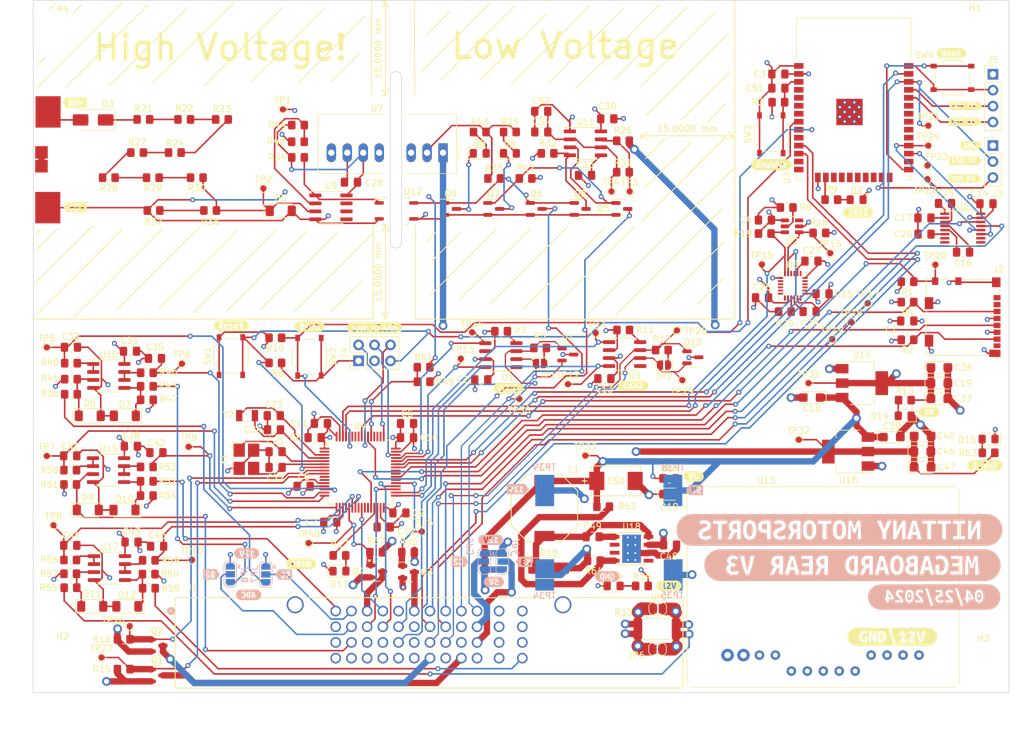
<source format=kicad_pcb>
(kicad_pcb (version 20240108) (generator "pcbnew") (generator_version "8.0")
  (layers (0 "F.Cu" signal) (1 "In1.Cu" signal) (2 "In2.Cu" signal) (31 "B.Cu" signal) (34 "B.Paste" user) (35 "F.Paste" user) (36 "B.SilkS" user "B.Silkscreen") (37 "F.SilkS" user "F.Silkscreen") (38 "B.Mask" user) (39 "F.Mask" user) (44 "Edge.Cuts" user))
  (net 0 "")
  (net 1 "/ADC1_IN0")
  (net 2 "/ADC1_IN1")
  (net 3 "/ADC1_IN2")
  (net 4 "/ADC1_IN3")
  (net 5 "/ADC2_IN4")
  (net 6 "/ADC2_IN5")
  (net 7 "Net-(D17-A)")
  (net 8 "/CAN2H_P")
  (net 9 "Net-(D7-K)")
  (net 10 "Net-(D8-K)")
  (net 11 "Net-(D10-K)")
  (net 12 "Net-(D11-K)")
  (net 13 "GND")
  (net 14 "+3V3")
  (net 15 "Net-(D12-K)")
  (net 16 "/12V_BATTERY_IN1")
  (net 17 "Net-(D3-K)")
  (net 18 "Net-(D4-K)")
  (net 19 "/CANH_N")
  (net 20 "/CANH_P")
  (net 21 "Net-(D5-K)")
  (net 22 "Net-(D6-K)")
  (net 23 "/HV+")
  (net 24 "Net-(JP1-A)")
  (net 25 "GNDPWR")
  (net 26 "/12V_INPUT_ADC1_IN0_Conn")
  (net 27 "/COOLENT_TMEP_Conn")
  (net 28 "/12V_INPUT_ADC1_IN1_Conn")
  (net 29 "/GREEN_LED_GND")
  (net 30 "/Buzzer_Conn")
  (net 31 "/Brake_Light_Conn")
  (net 32 "/UART1_TX_Conn")
  (net 33 "/RED_LED_GND")
  (net 34 "/UART1_RX_Conn")
  (net 35 "/DIS")
  (net 36 "/UART2_ESP_RX_USB")
  (net 37 "/UART2_ESP_TX_USB")
  (net 38 "/NRST")
  (net 39 "/OSC_RCC_32_IN")
  (net 40 "/OSC_RCC_32_OUT")
  (net 41 "/OSC_RCC_IN")
  (net 42 "/OSC_RCC_OUT")
  (net 43 "/SDIO_CK")
  (net 44 "/SDIO_D0")
  (net 45 "/SWDIO")
  (net 46 "/SWCLK")
  (net 47 "/SDIO_CMD")
  (net 48 "/SWO")
  (net 49 "/DETECT_SDIO_INPUT")
  (net 50 "/Tractive System Active")
  (net 51 "/UART1_STM_TX")
  (net 52 "/UART1_STM_RX")
  (net 53 "/BOOT0")
  (net 54 "/I2C1_SCL")
  (net 55 "/BOOT0_F")
  (net 56 "/NRST_F")
  (net 57 "/UART0_ESP_RX_STM")
  (net 58 "/UART0_ESP_TX_STM")
  (net 59 "/I2C1_SDA")
  (net 61 "/12V_INPUT_ADC1_IN3_Conn")
  (net 62 "/CAN1_TX")
  (net 63 "/CAN1_RX")
  (net 65 "+12V")
  (net 66 "VDD")
  (net 67 "/THR")
  (net 68 "/Motor_Pump_1_PC1")
  (net 70 "/Motor_Pump_2_PC0")
  (net 71 "/Buzzer_PC6")
  (net 72 "/MOTOR_PUMP_2_SW")
  (net 73 "/MOTOR_PUMP_1_SW")
  (net 76 "Net-(U4-VCAP_1)")
  (net 77 "Net-(U6-C1-)")
  (net 78 "Net-(U6-C1+)")
  (net 79 "Net-(U6-C2+)")
  (net 80 "Net-(U6-C2-)")
  (net 81 "Net-(U6-VS+)")
  (net 82 "Net-(U6-VS-)")
  (net 83 "Net-(U8-CPOUT)")
  (net 84 "Net-(U8-REGOUT)")
  (net 85 "Net-(U11-CV)")
  (net 86 "Net-(D2-A)")
  (net 87 "Net-(D4-A)")
  (net 88 "Net-(D8-A)")
  (net 89 "Net-(Q5-G)")
  (net 90 "Net-(Q6-G)")
  (net 91 "Net-(Q8-D)")
  (net 92 "Net-(U1-Rs)")
  (net 93 "Net-(U2-ADD0)")
  (net 94 "Net-(U3-IO13)")
  (net 95 "Net-(U8-AD0)")
  (net 96 "Net-(U10A--)")
  (net 97 "Net-(U9A--)")
  (net 98 "Net-(U10B--)")
  (net 100 "Net-(SW3-B)")
  (net 112 "Net-(SW4-A)")
  (net 120 "/CAN2H_N")
  (net 121 "Net-(JP2-A)")
  (net 122 "/GEN_B14")
  (net 123 "/GEN_B15")
  (net 149 "+3.3VP")
  (net 150 "Net-(R21-Pad1)")
  (net 151 "Net-(R22-Pad1)")
  (net 152 "Net-(R29-Pad1)")
  (net 153 "Net-(R23-Pad1)")
  (net 154 "Net-(R24-Pad1)")
  (net 155 "Net-(R27-Pad1)")
  (net 156 "Net-(R28-Pad1)")
  (net 157 "Net-(R34-Pad2)")
  (net 158 "Net-(R37-Pad2)")
  (net 159 "Net-(U15A--)")
  (net 160 "Net-(U15B--)")
  (net 161 "Net-(U17A--)")
  (net 162 "Net-(U17B--)")
  (net 163 "/EXTI_2_PC5")
  (net 165 "Net-(D16-A)")
  (net 167 "Net-(U5-Rs)")
  (net 168 "Net-(U4-PB10)")
  (net 169 "+5V")
  (net 170 "/GND_BATTERY_IN")
  (net 171 "/12V_BATTERY_IN")
  (net 175 "/CAN2_RX")
  (net 176 "/CAN2_TX")
  (net 178 "Net-(U18-BOOT)")
  (net 179 "Net-(D18-K)")
  (net 180 "Net-(D14-A)")
  (net 181 "Net-(D15-A)")
  (net 182 "Net-(U18-VSENSE)")
  (net 185 "Net-(D19-A)")
  (net 187 "Net-(TP36-Pad1)")
  (net 198 "/Brake_Light_PA5")
  (net 201 "/PIN_B1")
  (net 202 "/PIN_B2")
  (net 203 "/PIN_K3")
  (net 204 "/PIN_K2")
  (footprint "Capacitor_SMD:C_0805_2012Metric_Pad1.18x1.45mm_HandSolder" (layer "F.Cu") (at 247.3075 84.965 180)
    (property "Reference" "C20")
    (property "Value" "0.1u")
  )
  (footprint "Resistor_SMD:R_0805_2012Metric_Pad1.20x1.40mm_HandSolder" (layer "F.Cu") (at 111.329481 136.862 180)
    (property "Reference" "R56")
    (property "Value" "82")
  )
  (footprint "MountingHole:MountingHole_3.2mm_M3" (layer "F.Cu") (at 110.088481 153.25)
    (property "Reference" "H2")
    (property "Value" "MountingHole")
  )
  (footprint "Capacitor_SMD:C_0805_2012Metric_Pad1.18x1.45mm_HandSolder" (layer "F.Cu") (at 144.0125 119.625 180)
    (property "Reference" "C21")
    (property "Value" "20p")
  )
  (footprint "Converter_DCDC:Converter_DCDC_TRACO_TMR-xxxx_THT" (layer "F.Cu") (at 170.668481 72 180)
    (property "Reference" "U7")
    (property "Value" "TMR-1212")
  )
  (footprint "Capacitor_SMD:C_0805_2012Metric_Pad1.18x1.45mm_HandSolder" (layer "F.Cu") (at 143.725 113.875 180)
    (property "Reference" "C23")
    (property "Value" "22p")
  )
  (footprint "kibuzzard-662C051A" (layer "F.Cu") (at 200.9394 109.1184)
    (property "Reference" "kibuzzard-662C051A" (hide yes))
    (property "Value" "G***" (hide yes))
  )
  (footprint "Capacitor_SMD:C_0805_2012Metric_Pad1.18x1.45mm_HandSolder" (layer "F.Cu") (at 120.842 103.618)
    (property "Reference" "C31")
    (property "Value" "0.1u")
  )
  (footprint "Resistor_SMD:R_0805_2012Metric_Pad1.20x1.40mm_HandSolder" (layer "F.Cu") (at 183.808481 76.1)
    (property "Reference" "R42")
    (property "Value" "10k")
  )
  (footprint "FSAE Footprints Library:PCAP_TPB_D4_PAN" (layer "F.Cu") (at 198.2 124.275)
    (property "Reference" "C50")
    (property "Value" "220u")
  )
  (footprint "Package_SO:SOP-4_3.8x4.1mm_P2.54mm" (layer "F.Cu") (at 163.258481 81.268)
    (property "Reference" "U12")
    (property "Value" "EL357NC\n")
  )
  (footprint "Resistor_SMD:R_0805_2012Metric_Pad1.20x1.40mm_HandSolder" (layer "F.Cu") (at 111.444 110.476)
    (property "Reference" "R36")
    (property "Value" "9k1")
  )
  (footprint "Resistor_SMD:R_0805_2012Metric_Pad1.20x1.40mm_HandSolder" (layer "F.Cu") (at 111.444 105.523 180)
    (property "Reference" "R40")
    (property "Value" "82")
  )
  (footprint "TestPoint:TestPoint_Pad_D1.0mm" (layer "F.Cu") (at 107.6 103)
    (property "Reference" "TP5")
    (property "Value" "~")
  )
  (footprint "Package_SO:SOIC-8_3.9x4.9mm_P1.27mm" (layer "F.Cu") (at 117.475 107.555)
    (property "Reference" "U10")
    (property "Value" "LM358")
  )
  (footprint "Capacitor_Tantalum_SMD:CP_EIA-3216-18_Kemet-A" (layer "F.Cu") (at 229.35 111 180)
    (property "Reference" "C18")
    (property "Value" "10u")
  )
  (footprint "TestPoint:TestPoint_Pad_D1.0mm" (layer "F.Cu") (at 106.75 74.15)
    (property "Reference" "TP37" (hide yes))
    (property "Value" "HIL_TSAL_HV_GND")
  )
  (footprint "Resistor_SMD:R_0805_2012Metric_Pad1.20x1.40mm_HandSolder" (layer "F.Cu") (at 119.838481 154.25)
    (property "Reference" "R15")
    (property "Value" "10k")
  )
  (footprint "Resistor_SMD:R_0805_2012Metric_Pad1.20x1.40mm_HandSolder" (layer "F.Cu") (at 205.5 103.43 180)
    (property "Reference" "R12")
    (property "Value" "120")
  )
  (footprint "Capacitor_SMD:C_0805_2012Metric_Pad1.18x1.45mm_HandSolder" (layer "F.Cu") (at 163.725 129.375)
    (property "Reference" "C9")
    (property "Value" "0.1u")
  )
  (footprint "Diode_SMD:D_MiniMELF" (layer "F.Cu") (at 119.965 128.905 180)
    (property "Reference" "D10")
    (property "Value" "ZMM3V3-M")
  )
  (footprint "Capacitor_SMD:C_0805_2012Metric_Pad1.18x1.45mm_HandSolder" (layer "F.Cu") (at 244.5625 98.795 180)
    (property "Reference" "C1")
    (property "Value" "0.1u")
  )
  (footprint "kibuzzard-662AB0E0" (layer "F.Cu") (at 256.921 121.793)
    (property "Reference" "kibuzzard-662AB0E0" (hide yes))
    (property "Value" "G***" (hide yes))
  )
  (footprint "Library:D24V150F12" (layer "F.Cu") (at 209.6 157.1)
    (property "Reference" "U13")
    (property "Value" "DV24V150F12")
  )
  (footprint "Resistor_SMD:R_0805_2012Metric_Pad1.20x1.40mm_HandSolder" (layer "F.Cu") (at 186.12 103.095 180)
    (property "Reference" "R5")
    (property "Value" "120")
  )
  (footprint "Package_TO_SOT_SMD:SOT-223-3_TabPin2" (layer "F.Cu") (at 237.35 108.7)
    (property "Reference" "U14")
    (property "Value" "AMS1117-3.3")
  )
  (footprint "TestPoint:TestPoint_Pad_D1.0mm" (layer "F.Cu") (at 107.8 65.5)
    (property "Reference" "HV+1" (hide yes))
    (property "Value" "HIL_TSAL_HV_GND")
  )
  (footprint "Package_TO_SOT_SMD:SOT-23" (layer "F.Cu") (at 199.120981 80.95)
    (property "Reference" "Q5")
    (property "Value" "MMBF170")
  )
  (footprint "LED_SMD:LED_0805_2012Metric_Pad1.15x1.40mm_HandSolder" (layer "F.Cu") (at 236.5 79.475 180)
    (property "Reference" "D2")
    (property "Value" "NCD0805R1")
  )
  (footprint "Package_TO_SOT_SMD:SOT-23-6" (layer "F.Cu") (at 226.2125 83.725 180)
    (property "Reference" "U2")
    (property "Value" "TMP101")
  )
  (footprint "TestPoint:TestPoint_Pad_D1.0mm" (layer "F.Cu") (at 116.3 152.4)
    (property "Reference" "TP27")
    (property "Value" "~")
  )
  (footprint "Capacitor_SMD:C_0805_2012Metric_Pad1.18x1.45mm_HandSolder" (layer "F.Cu") (at 229.018481 97.3)
    (property "Reference" "C29")
    (property "Value" "2.2n")
  )
  (footprint "FSAE Footprints Library:IND_CDRH104_SUM" (layer "F.Cu") (at 186.8 128.6 -90)
    (property "Reference" "L1")
    (property "Value" "15uH")
  )
  (footprint "TestPoint:TestPoint_Pad_D1.0mm" (layer "F.Cu") (at 129.11 105.6)
    (property "Reference" "TP6")
    (property "Value" "~")
  )
  (footprint "Capacitor_SMD:C_0805_2012Metric_Pad1.18x1.45mm_HandSolder" (layer "F.Cu") (at 257.1675 80.115)
    (property "Reference" "C14")
    (property "Value" "0.1u")
  )
  (footprint "TestPoint:TestPoint_Pad_D1.0mm" (layer "F.Cu") (at 107.75 80.75)
    (property "Reference" "HV-1" (hide yes))
    (property "Value" "HIL_TSAL_HV_GND")
  )
  (footprint "Resistor_SMD:R_0805_2012Metric_Pad1.20x1.40mm_HandSolder" (layer "F.Cu") (at 187.308481 72.1)
    (property "Reference" "R32")
    (property "Value" "1k")
  )
  (footprint "Diode_SMD:D_MiniMELF" (layer "F.Cu") (at 120.0215 113.905 180)
    (property "Reference" "D7")
    (property "Value" "ZMM3V3-M")
  )
  (footprint "TestPoint:TestPoint_Pad_D1.0mm" (layer "F.Cu") (at 194.97 100.7)
    (property "Reference" "TP11")
    (property "Value" "~")
  )
  (footprint "TestPoint:TestPoint_Pad_D1.0mm" (layer "F.Cu") (at 106.75 71.95)
    (property "Reference" "TP36" (hide yes))
    (property "Value" "HIL_TSAL_HV_GND")
  )
  (footprint "Resistor_SMD:R_0805_2012Metric_Pad1.20x1.40mm_HandSolder" (layer "F.Cu") (at 257.5 119.8 180)
    (property "Reference" "R62")
    (property "Value" "200")
  )
  (footprint "Resistor_SMD:R_0805_2012Metric_Pad1.20x1.40mm_HandSolder" (layer "F.Cu") (at 199.308481 75.1 180)
    (property "Reference" "R31")
    (property "Value" "18k")
  )
  (footprint "TestPoint:TestPoint_Pad_D1.0mm" (layer "F.Cu") (at 249.03 89.84)
    (property "Reference" "TP20")
    (property "Value" "~")
  )
  (footprint "Capacitor_SMD:C_0805_2012Metric_Pad1.18x1.45mm_HandSolder" (layer "F.Cu") (at 156.016481 76.696)
    (property "Reference" "C28")
    (property "Value" "0.1u")
  )
  (footprint "Connector_Card:microSD_HC_Molex_104031-0811" (layer "F.Cu") (at 253.4 98.2 -90)
    (property "Reference" "J2")
    (property "Value" "Micro_SD_Card_Det")
  )
  (footprint "TestPoint:TestPoint_Pad_D1.0mm" (layer "F.Cu") (at 238.27 95.97)
    (property "Reference" "TP17")
    (property "Value" "~")
  )
  (footprint "TestPoint:TestPoint_Pad_D1.0mm" (layer "F.Cu") (at 227.29 117.71)
    (property "Reference" "TP32")
    (property "Value" "~")
  )
  (footprint "Package_QFP:LQFP-64_10x10mm_P0.5mm" (layer "F.Cu") (at 157.475 122.875)
    (property "Reference" "U4")
    (property "Value" "STM32F446RETx")
  )
  (footprint "Capacitor_Tantalum_SMD:CP_EIA-3216-18_Kemet-A" (layer "F.Cu") (at 242.1 117.3)
    (property "Reference" "C39")
    (property "Value" "10u")
  )
  (footprint "Resistor_SMD:R_0805_2012Metric_Pad1.20x1.40mm_HandSolder" (layer "F.Cu") (at 123.841981 136.922)
    (property "Reference" "R59")
    (property "Value" "82")
  )
  (footprint "Capacitor_Tantalum_SMD:CP_EIA-3216-18_Kemet-A" (layer "F.Cu") (at 247 122.1)
    (property "Reference" "C47")
    (property "Value" "10u")
  )
  (footprint "Crystal:Crystal_SMD_3215-2Pin_3.2x1.5mm" (layer "F.Cu") (at 139.475 113.875 180)
    (property "Reference" "Y2")
    (property "Value" "12p5")
  )
  (footprint "TestPoint:TestPoint_Pad_D1.0mm" (layer "F.Cu") (at 120.8 147.4)
    (property "Reference" "TP26")
    (property "Value" "~")
  )
  (footprint "kibuzzard-662AB700" (layer "F.Cu") (at 148.082 137.4648)
    (property "Reference" "kibuzzard-662AB700" (hide yes))
    (property "Value" "G***" (hide yes))
  )
  (footprint "kibuzzard-662AB2BE" (layer "F.Cu") (at 253.873 64.516)
    (property "Reference" "kibuzzard-662AB2BE" (hide yes))
    (property "Value" "G***" (hide yes))
  )
  (footprint "Resistor_SMD:R_0805_2012Metric_Pad1.20x1.40mm_HandSolder" (layer "F.Cu") (at 117.475 75.975 180)
    (property "Reference" "R28")
    (property "Value" "300k")
  )
  (footprint "Resistor_SMD:R_0805_2012Metric_Pad1.20x1.40mm_HandSolder" (layer "F.Cu") (at 135.475 66.697 180)
    (property "Reference" "R23")
    (property "Value" "300k")
  )
  (footprint "TestPoint:TestPoint_Pad_D1.0mm" (layer "F.Cu") (at 193.31 120.25)
    (property "Reference" "TP33")
    (property "Value" "~")
  )
  (footprint "TestPoint:TestPoint_Pad_D1.0mm" (layer "F.Cu") (at 208.7626 108.2294)
    (property "Reference" "TP29")
    (property "Value" "~")
  )
  (footprint "Diode_SMD:D_MiniMELF" (layer "F.Cu") (at 120.416981 144.258 180)
    (property "Reference" "D12")
    (property "Value" "ZMM3V3-M")
  )
  (footprint "Capacitor_SMD:C_0805_2012Metric_Pad1.18x1.45mm_HandSolder" (layer "F.Cu") (at 196.808481 66.6 180)
    (property "Reference" "C30")
    (property "Value" "0.1u")
  )
  (footprint "Capacitor_SMD:C_0805_2012Metric_Pad1.18x1.45mm_HandSolder" (layer "F.Cu") (at 194.475 133.175 180)
    (property "Reference" "C49")
    (property "Value" "10n")
  )
  (footprint "Package_SO:TSSOP-16_4.4x5mm_P0.65mm" (layer "F.Cu") (at 253.4 84)
    (property "Reference" "U6")
    (property "Value" "MAX3232")
  )
  (footprint "LED_SMD:LED_0805_2012Metric_Pad1.15x1.40mm_HandSolder" (layer "F.Cu") (at 244.15 113.9 180)
    (property "Reference" "D14")
    (property "Value" "NCD0805R1")
  )
  (footprint "Capacitor_SMD:C_0805_2012Metric_Pad1.18x1.45mm_HandSolder" (layer "F.Cu") (at 143.7625 116.125 180)
    (property "Reference" "C24")
    (property "Value" "22p")
  )
  (footprint "Resistor_SMD:R_0805_2012Metric_Pad1.20x1.40mm_HandSolder" (layer "F.Cu") (at 167.575 106.175)
    (property "Reference" "R61")
    (property "Value" "9k1")
  )
  (footprint "TestPoint:TestPoint_Pad_D1.0mm" (layer "F.Cu") (at 108.66 131.33)
    (property "Reference" "TP8")
    (property "Value" "~")
  )
  (footprint "Diode_SMD:D_SMA" (layer "F.Cu") (at 114.975 66.775 180)
    (property "Reference" "D3")
    (property "Value" "US1M")
  )
  (footprint "Resistor_SMD:R_0805_2012Metric_Pad1.20x1.40mm_HandSolder" (layer "F.Cu") (at 143.975 101.475 180)
    (property "Reference" "R10")
    (property "Value" "10k")
  )
  (footprint "LED_SMD:LED_0805_2012Metric_Pad1.15x1.40mm_HandSolder" (layer "F.Cu") (at 197.825 141)
    (property "Reference" "D16")
    (property "Value" "NCD0805R1")
  )
  (footprint "TestPoint:TestPoint_Pad_D1.0mm" (layer "F.Cu") (at 130.16 118.84)
    (property "Reference" "TP9")
    (property "Value" "~")
  )
  (footprint "Capacitor_SMD:C_0805_2012Metric_Pad1.18x1.45mm_HandSolder" (layer "F.Cu") (at 125.161981 134.682 180)
    (property "Reference" "C45")
    (property "Value" "1u")
  )
  (footprint "Package_TO_SOT_SMD:SOT-23" (layer "F.Cu") (at 192.495981 80.95)
    (property "Reference" "Q8")
    (property "Value" "MMBF170")
  )
  (footprint "Resistor_SMD:R_0805_2012Metric_Pad1.20x1.40mm_HandSolder" (layer "F.Cu") (at 179.92 100.435 180)
    (property "Reference" "R7")
    (property "Value" "0R")
  )
  (footprint "Resistor_SMD:R_0805_2012Metric_Pad1.20x1.40mm_HandSolder" (layer "F.Cu") (at 225.078481 97.31)
    (property "Reference" "R20")
    (property "Value" "0R")
  )
  (footprint "TestPoint:TestPoint_Pad_D1.0mm" (layer "F.Cu") (at 149.27 134.17)
    (property "Reference" "TP40")
    (property "Value" "~")
  )
  (footprint "TestPoint:TestPoint_Pad_D1.0mm" (layer "F.Cu") (at 142.075 77.675)
    (property "Reference" "TP2")
    (property "Value" "HIL_IN_TSAL")
  )
  (footprint "Capacitor_SMD:C_0805_2012Metric_Pad1.18x1.45mm_HandSolder" (layer "F.Cu") (at 229.305981 89.26)
    (property "Reference" "C27")
    (property "Value" "2.2n")
  )
  (footprint "Capacitor_Tantalum_SMD:CP_EIA-3216-18_Kemet-A" (layer "F.Cu") (at 246.9625 119.6)
    (property "Reference" "C46")
    (property "Value" "10u")
  )
  (footprint "TestPoint:TestPoint_Pad_D1.0mm" (layer "F.Cu") (at 175.3 100.6)
    (property "Reference" "TP14")
    (property "Value" "~")
  )
  (footprint "kibuzzard-662AAFFB" (layer "F.Cu") (at 238.76 149.098)
    (property "Reference" "kibuzzard-662AAFFB" (hide yes))
    (property "Value" "G***" (hide yes))
  )
  (footprint "Jumper:SolderJumper-2_P1.3mm_Open_RoundedPad1.0x1.5mm" (layer "F.Cu") (at 204.844 144.6234)
    (property "Reference" "JP5")
    (property "Value" "Jumper_2_Open")
  )
  (footprint "Resistor_SMD:R_0805_2012Metric_Pad1.20x1.40mm_HandSolder" (layer "F.Cu") (at 123.521 122.047)
    (property "Reference" "R53")
    (property "Value" "82")
  )
  (footprint "Resistor_SMD:R_0805_2012Metric_Pad1.20x1.40mm_HandSolder" (layer "F.Cu") (at 133.604 81.2)
    (property "Reference" "R38")
    (property "Value" "51k")
  )
  (footprint "Capacitor_SMD:C_0805_2012Metric_Pad1.18x1.45mm_HandSolder" (layer "F.Cu") (at 224.043481 61.7125)
    (property "Reference" "C51")
    (property "Value" "1u")
  )
  (footprint "TestPoint:TestPoint_Pad_D1.0mm" (layer "F.Cu") (at 200.375 78.175)
    (property "Reference" "TP3")
    (property "Value" "DIS")
  )
  (footprint "Resistor_SMD:R_0805_2012Metric_Pad1.20x1.40mm_HandSolder" (layer "F.Cu") (at 202.325 141 180)
    (property "Reference" "R14")
    (property "Value" "2k2")
  )
  (footprint "Resistor_SMD:R_0805_2012Metric_Pad1.20x1.40mm_HandSolder" (layer "F.Cu") (at 154.178 136.144)
    (property "Reference" "R17")
    (property "Value" "200")
  )
  (footprint "RF_Module:ESP32-WROOM-32" (layer "F.Cu") (at 236.043481 66.4225)
    (property "Reference" "U3")
    (property "Value" "ESP32-WROOM-32")
  )
  (footprint "Resistor_SMD:R_0805_2012Metric_Pad1.20x1.40mm_HandSolder" (layer "F.Cu") (at 244.6 92.545 180)
    (property "Reference" "R1")
    (property "Value" "10k")
  )
  (footprint "Resistor_SMD:R_0805_2012Metric_Pad1.20x1.40mm_HandSolder" (layer "F.Cu") (at 123.821981 139.122 180)
    (property "Reference" "R60")
    (property "Value" "3k6")
  )
  (footprint "kibuzzard-662AB0CA" (layer "F.Cu") (at 210.566 123.571)
    (property "Reference" "kibuzzard-662AB0CA" (hide yes))
    (property "Value" "G***" (hide yes))
  )
  (footprint "Resistor_SMD:R_0805_2012Metric_Pad1.20x1.40mm_HandSolder" (layer "F.Cu") (at 123.5335 109.206 180)
    (property "Reference" "R45")
    (property "Value" "9k1")
  )
  (footprint "Resistor_SMD:R_0805_2012Metric_Pad1.20x1.40mm_HandSolder" (layer "F.Cu") (at 121.975 71.975)
    (property "Reference" "R27")
    (property "Value" "300k")
  )
  (footprint "Capacitor_SMD:C_0805_2012Metric_Pad1.18x1.45mm_HandSolder" (layer "F.Cu") (at 221.9075 82.725 180)
    (property "Reference" "C4")
    (property "Value" "0.1u")
  )
  (footprint "Capacitor_SMD:C_0805_2012Metric_Pad1.18x1.45mm_HandSolder" (layer "F.Cu") (at 150.225 117.375 180)
    (property "Reference" "C8")
    (property "Value" "0.1u")
  )
  (footprint "Jumper:SolderJumper-2_P1.3mm_Open_RoundedPad1.0x1.5mm" (layer "F.Cu") (at 205.85 105.83 180)
    (property "Reference" "JP2")
    (property "Value" "NC")
  )
  (footprint "Jumper:SolderJumper-2_P1.3mm_Open_RoundedPad1.0x1.5mm" (layer "F.Cu") (at 204.804 151.0834)
    (property "Reference" "JP6")
    (property "Value" "Jumper_2_Open")
  )
  (footprint "TestPoint:TestPoint_Pad_D1.0mm" (layer "F.Cu") (at 247.777 76.2)
    (property "Reference" "TP22")
    (property "Value" "~")
  )
  (footprint "kibuzzard-662AB2D6" (layer "F.Cu") (at 253.746 67.056)
    (property "Reference" "kibuzzard-662AB2D6" (hide yes))
    (property "Value" "G***" (hide yes))
  )
  (footprint "Button_Switch_SMD:SW_Push_1P1T_XKB_TS-1187A" (layer "F.Cu") (at 251.75 60.075)
    (property "Reference" "SW4")
    (property "Value" "SW_MEC_5G")
  )
  (footprint "kibuzzard-662AB6B1" (layer "F.Cu") (at 112.1156 80.6958)
    (property "Reference" "kibuzzard-662AB6B1" (hide yes))
    (property "Value" "G***" (hide yes))
  )
  (footprint "Package_TO_SOT_SMD:SOT-23" (layer "F.Cu") (at 190.5375 104.145)
    (property "Reference" "D1")
    (property "Value" "NUP2105L")
  )
  (footprint "Resistor_SMD:R_0805_2012Metric_Pad1.20x1.40mm_HandSolder" (layer "F.Cu") (at 143.975 105.475 180)
    (property "Reference" "R6")
    (property "Value" "10k")
  )
  (footprint "Resistor_SMD:R_0805_2012Metric_Pad1.20x1.40mm_HandSolder" (layer "F.Cu") (at 111.329 124.841)
    (property "Reference" "R51")
    (property "Value" "47")
  )
  (footprint "Capacitor_SMD:C_0805_2012Metric_Pad1.18x1.45mm_HandSolder" (layer "F.Cu") (at 125.045 119.761 180)
    (property "Reference" "C42")
    (property "Value" "1u")
  )
  (footprint "kibuzzard-662AB83B" (layer "F.Cu") (at 136.9568 99.5426)
    (property "Reference" "kibuzzard-662AB83B" (hide yes))
    (property "Value" "G***" (hide yes))
  )
  (footprint "TestPoint:TestPoint_Pad_D1.0mm" (layer "F.Cu") (at 145.175 65.1)
    (property "Reference" "TP1")
    (property "Value" "HIL_TSAL_HV_GND")
  )
  (footprint "kibuzzard-662AB884" (layer "F.Cu") (at 222.9104 73.8886)
    (property "Reference" "kibuzzard-662AB884" (hide yes))
    (property "Value" "G***" (hide yes))
  )
  (footprint "Capacitor_SMD:C_0805_2012Metric_Pad1.18x1.45mm_HandSolder" (layer "F.Cu") (at 148.475 125.125 180)
    (property "Reference" "C6")
    (property "Value" "0.1u")
  )
  (footprint "Resistor_SMD:R_0805_2012Metric_Pad1.20x1.40mm_HandSolder" (layer "F.Cu") (at 160.02 135.636 180)
    (property "Reference" "R67")
    (property "Value" "10k")
  )
  (footprint "kibuzzard-662AB341" (layer "F.Cu") (at 253.6952 76.0984)
    (property "Reference" "kibuzzard-662AB341" (hide yes))
    (property "Value" "G***" (hide yes))
  )
  (footprint "TestPoint:TestPoint_Pad_D1.0mm" (layer "F.Cu") (at 173.5 104.8)
    (property "Reference" "TP13")
    (property "Value" "~")
  )
  (footprint "Button_Switch_SMD:SW_Push_1P1T_XKB_TS-1187A" (layer "F.Cu") (at 136.9 104.4 90)
    (property "Reference" "SW1")
    (property "Value" "SW_MEC_5G")
  )
  (footprint "kibuzzard-662AB830" (layer "F.Cu") (at 149.4282 99.6696)
    (property "Reference" "kibuzzard-662AB830" (hide yes))
    (property "Value" "G***" (hide yes))
  )
  (footprint "Resistor_SMD:R_0805_2012Metric_Pad1.20x1.40mm_HandSolder" (layer "F.Cu") (at 122.975 66.697 180)
    (property "Reference" "R21")
    (property "Value" "300k")
  )
  (footprint "Capacitor_SMD:C_0805_2012Metric_Pad1.18x1.45mm_HandSolder" (layer "F.Cu") (at 111.329 120.269)
    (property "Reference" "C41")
    (property "Value" "1u")
  )
  (footprint "Resistor_SMD:R_0805_2012Metric_Pad1.20x1.40mm_HandSolder" (layer "F.Cu") (at 111.444 108.063)
    (property "Reference" "R41")
    (property "Value" "3k6")
  )
  (footprint "Resistor_SMD:R_2512_6332Metric_Pad1.40x3.35mm_HandSolder" (layer "F.Cu") (at 204.724 147.8534 180)
    (property "Reference" "R33")
    (property "Value" "0.01R")
  )
  (footprint "Resistor_SMD:R_0805_2012Metric_Pad1.20x1.40mm_HandSolder" (layer "F.Cu") (at 244.6 101.795 180)
    (property "Reference" "R2")
    (property "Value" "4.7k")
  )
  (footprint "TestPoint:TestPoint_Pad_D1.0mm" (layer "F.Cu") (at 232.3 88)
    (property "Reference" "TP16")
    (property "Value" "~")
  )
  (footprint "Capacitor_SMD:C_0805_2012Metric_Pad1.18x1.45mm_HandSolder" (layer "F.Cu") (at 111.331981 134.542)
    (property "Reference" "C44")
    (property "Value" "1u")
  )
  (footprint "Resistor_SMD:R_0805_2012Metric_Pad1.20x1.40mm_HandSolder" (layer "F.Cu") (at 194.675 136.975 180)
    (property "Reference" "R64")
    (property "Value" "3.24k")
  )
  (footprint "Resistor_SMD:R_0805_2012Metric_Pad1.20x1.40mm_HandSolder" (layer "F.Cu") (at 123.5335 107.047)
    (property "Reference" "R46")
    (property "Value" "82")
  )
  (footprint "Capacitor_SMD:C_0805_2012Metric_Pad1.18x1.45mm_HandSolder" (layer "F.Cu") (at 186.308481 68.7)
    (property "Reference" "C34")
    (property "Value" "10u")
  )
  (footprint "Resistor_SMD:R_0805_2012Metric_Pad1.20x1.40mm_HandSolder" (layer "F.Cu") (at 119.838481 149.5)
    (property "Reference" "R16")
    (property "Value" "10k")
  )
  (footprint "TestPoint:TestPoint_Pad_D1.0mm" (layer "F.Cu") (at 228.84 108.69)
    (property "Reference" "TP31")
    (property "Value" "~")
  )
  (footprint "Resistor_SMD:R_0805_2012Metric_Pad1.20x1.40mm_HandSolder" (layer "F.Cu") (at 127.975 71.975)
    (property "Reference" "R24")
    (property "Value" "300k")
  )
  (footprint "Package_TO_SOT_SMD:SOT-23" (layer "F.Cu") (at 160.0985 138.684)
    (property "Reference" "Q4")
    (property "Value" "AO3400A")
  )
  (footprint "Resistor_SMD:R_0805_2012Metric_Pad1.20x1.40mm_HandSolder" (layer "F.Cu") (at 199.308481 70.1)
    (property "Reference" "R26")
    (property "Value" "1k")
  )
  (footprint "Capacitor_SMD:C_0805_2012Metric_Pad1.18x1.45mm_HandSolder" (layer "F.Cu") (at 253.4475 87.835)
    (property "Reference" "C16")
    (property "Value" "0.1u")
  )
  (footprint "kibuzzard-662AB6C8" (layer "F.Cu") (at 112.0394 64.008)
    (property "Reference" "kibuzzard-662AB6C8" (hide yes))
    (property "Value" "G***" (hide yes))
  )
  (footprint "Resistor_SMD:R_0805_2012Metric_Pad1.20x1.40mm_HandSolder" (layer "F.Cu") (at 244.175 111.4 180)
    (property "Reference" "R13")
    (property "Value" "200")
  )
  (footprint "Crystal:Crystal_SMD_3225-4Pin_3.2x2.5mm_HandSoldering" (layer "F.Cu") (at 139.375 120.825 -90)
    (property "Reference" "Y1")
    (property "Value" "9p")
  )
  (footprint "TestPoint:TestPoint_Pad_D1.0mm" (layer "F.Cu") (at 221.42 89.78)
    (property "Reference" "TP15")
    (property "Value" "~")
  )
  (footprint "Capacitor_SMD:C_0805_2012Metric_Pad1.18x1.45mm_HandSolder" (layer "F.Cu") (at 250.5675 80.075)
    (property "Reference" "C15")
    (property "Value" "0.1u")
  )
  (footprint "MountingHole:MountingHole_3.2mm_M3" (layer "F.Cu") (at 110.088481 53.25)
    (property "Reference" "H4")
    (property "Value" "MountingHole")
  )
  (footprint "Resistor_SMD:R_0805_2012Metric_Pad1.20x1.40mm_HandSolder" (layer "F.Cu") (at 124.475 75.975 180)
    (property "Reference" "R29")
    (property "Value" "300k")
  )
  (footprint "Capacitor_SMD:C_0805_2012Metric_Pad1.18x1.45mm_HandSolder" (layer "F.Cu") (at 221.448481 95.09)
    (property "Reference" "C26")
    (property "Value" "0.1u")
  )
  (footprint "Diode_SMD:D_MiniMELF" (layer "F.Cu") (at 114.4335 113.905)
    (property "Reference" "D6")
    (property "Value" "ZMM3V3-M")
  )
  (footprint "Resistor_SMD:R_0805_2012Metric_Pad1.20x1.40mm_HandSolder" (layer "F.Cu") (at 199.35 100.23 180)
    (property "Reference" "R11")
    (property "Value" "0R")
  )
  (footprint "Capacitor_SMD:C_0805_2012Metric_Pad1.18x1.45mm_HandSolder" (layer "F.Cu") (at 111.444 102.983)
    (property "Reference" "C32")
    (property "Value" "1u")
  )
  (footprint "TestPoint:TestPoint_Pad_D1.0mm" (layer "F.Cu") (at 247.777 74.041)
    (property "Reference" "TP23")
    (property "Value" "~")
  )
  (footprint "Resistor_SMD:R_0805_2012Metric_Pad1.20x1.40mm_HandSolder" (layer "F.Cu") (at 230.575 84.775)
    (property "Reference" "R18")
    (property "Value" "4k7")
  )
  (footprint "Package_TO_SOT_SMD:SOT-23" (layer "F.Cu") (at 165.175 138.775)
    (property "Reference" "Q3")
    (property "Value" "AO3400A")
  )
  (footprint "Package_SO:TI_SO-PowerPAD-8_ThermalVias" (layer "F.Cu") (at 200.675 135.075)
    (property "Reference" "U18")
    (property "Value" "TPS5431DDA")
  )
  (footprint "Resistor_SMD:R_0805_2012Metric_Pad1.20x1.40mm_HandSolder" (layer "F.Cu") (at 124.588481 81.2)
    (property "Reference" "R37")
    (property "Value" "22k")
  )
  (footprint "Package_SO:SOIC-8_3.9x4.9mm_P1.27mm" (layer "F.Cu") (at 152.819481 80.7)
    (property "Reference" "U9")
    (property "Value" "LM393")
  )
  (footprint "Package_SO:SOIC-8_3.9x4.9mm_P1.27mm" (layer "F.Cu") (at 117.573981 138.162)
    (property "Reference" "U17")
    (property "Value" "LM358")
  )
  (footprint "Resistor_SMD:R_0805_2012Metric_Pad1.20x1.40mm_HandSolder" (layer "F.Cu") (at 167.575 108.475 180)
    (property "Reference" "R49")
    (property "Value" "3k6")
  )
  (footprint "Resistor_SMD:R_0805_2012Metric_Pad1.20x1.40mm_HandSolder" (layer "F.Cu") (at 123.851981 141.362 180)
    (property "Reference" "R58")
    (property "Value" "9k1")
  )
  (footprint "Resistor_SMD:R_0805_2012Metric_Pad1.20x1.40mm_HandSolder" (layer "F.Cu") (at 123.5335 111.365 180)
    (property "Reference" "R47")
    (property "Value" "3k6")
  )
  (footprint "Resistor_SMD:R_0805_2012Metric_Pad1.20x1.40mm_HandSolder" (layer "F.Cu") (at 196.1555 128.375)
    (property "Reference" "R63")
    (property "Value" "10k")
  )
  (footprint "TestPoint:TestPoint_Pad_D1.0mm" (layer "F.Cu") (at 207.9 100.3)
    (property "Reference" "TP28")
    (property "Value" "~")
  )
  (footprint "Capacitor_SMD:C_0805_2012Metric_Pad1.18x1.45mm_HandSolder" (layer "F.Cu") (at 121.089481 134.012)
    (property "Reference" "C43")
    (property "Value" "0.1u")
  )
  (footprint "Capacitor_Tantalum_SMD:CP_EIA-3216-18_Kemet-A" (layer "F.Cu") (at 247 117.1)
    (property "Reference" "C40")
    (property "Value" "10u")
  )
  (footprint "TestPoint:TestPoint_Pad_D1.0mm" (layer "F.Cu") (at 190.55 108.87)
    (property "Reference" "TP12")
    (property "Value" "~")
  )
  (footprint "Capacitor_SMD:C_0805_2012Metric_Pad1.18x1.45mm_HandSolder" (layer "F.Cu") (at 120.981 118.745)
    (property "Reference" "C38")
    (property "Value" "0.1u")
  )
  (footprint "Resistor_SMD:R_0805_2012Metric_Pad1.20x1.40mm_HandSolder" (layer "F.Cu") (at 221.875 84.875)
    (property "Reference" "R19")
    (property "Value" "4k7")
  )
  (footprint "Capacitor_SMD:C_0805_2012Metric_Pad1.18x1.45mm_HandSolder" (layer "F.Cu") (at 161.225 131.625)
    (property "Reference" "C12")
    (property "Value" "0.1u")
  )
  (footprint "Button_Switch_SMD:SW_Push_1P1T_XKB_TS-1187A" (layer "F.Cu") (at 222.918481 69.0575 90)
    (property "Reference" "SW3")
    (property "Value" "SW_MEC_5G")
  )
  (footprint "TestPoint:TestPoint_Pad_D1.0mm" (layer "F.Cu") (at 235.63 98.95)
    (property "Reference" "TP18")
    (property "Value" "~")
  )
  (footprint "MountingHole:MountingHole_3.2mm_M3" (layer "F.Cu") (at 255.4 53.1)
    (property "Reference" "H1")
    (property "Value" "MountingHole")
  )
  (footprint "Capacitor_SMD:C_0805_2012Metric_Pad1.18x1.45mm_HandSolder" (layer "F.Cu") (at 196.35 107.98 180)
    (property "Reference" "C13")
    (property "Value" "0.1u")
  )
  (footprint "Connector_PinHeader_2.54mm:PinHeader_1x03_P2.54mm_Vertical" (layer "F.Cu") (at 258.191 70.866)
    (property "Reference" "J3")
    (property "Value" "Conn_01x03")
  )
  (footprint "kibuzzard-662AAFE3" (layer "F.Cu") (at 245.618 149.098)
    (property "Reference" "kibuzzard-662AAFE3" (hide yes))
    (property "Value" "G***" (hide yes))
  )
  (footprint "Package_SO:SOIC-8_3.9x4.9mm_P1.27mm" (layer "F.Cu") (at 199.575 104.075)
    (property "Reference" "U5")
    (property "Value" "SN65HVD230")
  )
  (footprint "Diode_SMD:D_MiniMELF" (layer "F.Cu") (at 114.828981 144.258)
    (property "Reference" "D11")
    (property "Value" "ZMM3V3-M")
  )
  (footprint "Button_Switch_SMD:SW_Push_1P1T_XKB_TS-1187A" (layer "F.Cu") (at 149.4 104.5 -90)
    (property "Reference" "SW2")
    (property "Value" "SW_MEC_5G")
  )
  (footprint "Capacitor_SMD:C_0805_2012Metric_Pad1.18x1.45mm_HandSolder" (layer "F.Cu") (at 152.7125 130.84 180)
    (property "Reference" "C7")
    (property "Value" "0.1u")
  )
  (footprint "TestPoint:TestPoint_Pad_D1.0mm" (layer "F.Cu") (at 232.61 101.69)
    (property "Reference" "TP19")
    (property "Value" "~")
  )
  (footprint "Custom Library:CONN_500762-1001_MOL" (layer "F.Cu") (at 168.438479 167.549099)
    (property "Reference" "J1")
    (property "Value" "5007621001")
  )
  (footprint "LED_SMD:LED_0805_2012Metric_Pad1.15x1.40mm_HandSolder" (layer "F.Cu") (at 154.178 138.644)
    (property "Reference" "D17")
    (property "Value" "NCD0805R1")
  )
  (footprint "Capacitor_Tantalum_SMD:CP_EIA-3216-18_Kemet-A" (layer "F.Cu") (at 249.675 106.2)
    (property "Reference" "C36")
    (property "Value" "10u")
  )
  (footprint "Package_TO_SOT_SMD:SOT-23" (layer "F.Cu") (at 125.150981 150.5)
    (property "Reference" "Q2")
    (property "Value" "AO3400A")
  )
  (footprint "Resistor_SMD:R_0805_2012Metric_Pad1.20x1.40mm_HandSolder" (layer "F.Cu") (at 165.1 135.636 180)
    (property "Reference" "R65")
    (property "Value" "10k")
  )
  (footprint "Package_TO_SOT_SMD:SOT-23" (layer "F.Cu") (at 125.150981 155.25)
    (property "Reference" "Q1")
    (property "Value" "AO3400A")
  )
  (footprint "Connector_PinHeader_2.54mm:PinHeader_2x03_P2.54mm_Vertical" (layer "F.Cu") (at 157.226 105.156 90)
    (property "Reference" "J4")
    (property "Value" "Conn_02x03_Odd_Even")
  )
  (footprint "Capacitor_SMD:C_0805_2012Metric_Pad1.18x1.45mm_HandSolder" (layer "F.Cu") (at 206.8 134.475)
    (property "Reference" "C48")
    (property "Value" "10u")
  )
  (footprint "Capacitor_Tantalum_SMD:CP_EIA-3216-18_Kemet-A" (layer "F.Cu") (at 249.675 111.2)
    (property "Reference" "C37")
    (property "Value" "10u")
  )
  (footprint "LED_SMD:LED_0805_2012Metric_Pad1.15x1.40mm_HandSolder" (layer "F.Cu") (at 176.508481 72.1)
    (property "Reference" "D8")
    (property "Value" "KT-0805G")
  )
  (footprint "Diode_SMD:D_MiniMELF" (layer "F.Cu") (at 144.838481 81.25)
    (property "Reference" "D5")
    (property "Value" "BZV55C15")
  )
  (footprint "TestPoint:TestPoint_Pad_D1.0mm" (layer "F.Cu") (at 247.91 70.88)
    (property "Reference" "TP24")
    (property "Value" "~")
  )
  (footprint "TestPoint:TestPoint_Pad_D1.0mm" (layer "F.Cu") (at 197.475 78.175)
    (property "Reference" "TP4")
    (property "Value" "THR")
  )
  (footprint "LED_SMD:LED_0805_2012Metric_Pad1.15x1.40mm_HandSolder" (layer "F.Cu") (at 206.675 126.375)
    (property "Reference" "D19")
    (property "Value" "NCD0805R1")
  )
  (footprint "Capacitor_Tantalum_SMD:CP_EIA-3216-18_Kemet-A" (layer "F.Cu") (at 249.675 108.7)
    (property "Reference" "C19")
    (property "Value" "10u")
  )
  (footprint "Connector_PinHeader_2.54mm:PinHeader_1x04_P2.54mm_Vertical" (layer "F.Cu") (at 258.2 59.5)
    (property "Reference" "J5")
    (property "Value" "Conn_01x04")
  )
  (footprint "TestPoint:TestPoint_Pad_D1.0mm" (layer "F.Cu") (at 130.72 136.86)
    (property "Reference" "TP10")
    (property "Value" "~")
  )
  (footprint "TestPoint:TestPoint_Pad_D1.0mm" (layer "F.Cu") (at 167.3 132.35)
    (property "Reference" "TP25")
    (property "Value" "~")
  )
  (footprint "Resistor_SMD:R_0805_2012Metric_Pad1.20x1.40mm_HandSolder" (layer "F.Cu") (at 178.808481 76.1)
    (property "Reference" "R35")
    (property "Value" "10k")
  )
  (footprint "Capacitor_SMD:C_0805_2012Metric_Pad1.18x1.45mm_HandSolder" (layer "F.Cu") (at 176.75 108.155 180)
    (property "Reference" "C2")
    (property "Value" "0.1u")
  )
  (footprint "Resistor_SMD:R_0805_2012Metric_Pad1.20x1.40mm_HandSolder" (layer "F.Cu") (at 147.588481 67.6 180)
    (property "Reference" "R44")
    (property "Value" "10k")
  )
  (footprint "Capacitor_SMD:C_0805_2012Metric_Pad1.18x1.45mm_HandSolder" (layer "F.Cu") (at 224.043481 59.4625 180)
    (property "Reference" "C3")
    (property "Value" "0.1u")
  )
  (footprint "TestPoint:TestPoint_Pad_D1.0mm" (layer "F.Cu") (at 247.904 67.691)
    (property "Reference" "TP21")
    (property "Value" "~")
  )
  (footprint "TestPoint:TestPoint_Pad_D1.0mm" (layer "F.Cu") (at 182.81 111.21)
    (property "Reference" "TP30")
    (property "Value" "~")
  )
  (footprint "Resistor_SMD:R_0805_2012Metric_Pad1.20x1.40mm_HandSolder" (layer "F.Cu") (at 123.521 124.333 180)
    (property "Reference" "R52")
    (property "Value" "9k1")
  )
  (footprint "Capacitor_SMD:C_0805_2012Metric_Pad1.18x1.45mm_HandSolder" (layer "F.Cu") (at 193.270981 75.6)
    (property "Reference" "C33")
    (property "Value" "10n")
  )
  (footprint "Package_TO_SOT_SMD:SOT-23" (layer "F.Cu") (at 178.745981 80.95)
    (property "Reference" "Q7")
    (property "Value" "MMBF170")
  )
  (footprint "Package_TO_SOT_SMD:SOT-23" (layer "F.Cu") (at 185.495981 80.95)
    (property "Reference" "Q6")
    (property "Value" "MMBF170")
  )
  (footprint "Resistor_SMD:R_0805_2012Metric_Pad1.20x1.40mm_HandSolder" (layer "F.Cu") (at 147.588481 72.75)
    (property "Reference" "R34")
    (property "Value" "1k2")
  )
  (footprint "Resistor_SMD:R_0805_2012Metric_Pad1.20x1.40mm_HandSolder" (layer "F.Cu") (at 111.329481 139.062)
    (property "Reference" "R57")
    (property "Value" "3k6")
  )
  (footprint "Resistor_SMD:R_0805_2012Metric_Pad1.20x1.40mm_HandSolder" (layer "F.Cu") (at 111.359481 141.282)
    (property "Reference" "R55")
    (property "Value" "9k1")
  )
  (footprint "Capacitor_SMD:C_0805_2012Metric_Pad1.18x1.45mm_HandSolder" (layer "F.Cu") (at 144.0125 122.125 180)
    (property "Reference" "C22")
    (property "Value" "20p")
  )
  (footprint "Capacitor_SMD:C_0805_2012Metric_Pad1.18x1.45mm_HandSolder" (layer "F.Cu") (at 124.8195 104.761 180)
    (property "Reference" "C35")
    (property "Value" "1u")
  )
  (footprint "Resistor_SMD:R_0805_2012Metric_Pad1.20x1.40mm_HandSolder" (layer "F.Cu") (at 232.475 79.475)
    (property "Reference" "R9")
    (property "Value" "200")
  )
  (footprint "Diode_SMD:D_SMA" (layer "F.Cu") (at 187.475 138.175)
    (property "Reference" "D18")
    (property "Value" "SS34")
  )
  (footprint "kibuzzard-662AB351" (layer "F.Cu") (at 254.7112 70.8406)
    (property "Reference" "kibuzzard-662AB351" (hide yes))
    (property "Value" "G***" (hide yes))
  )
  (footprint "kibuzzard-662AB133" (layer "F.Cu") (at 236.728 81.534)
    (property "Reference" "kibuzzard-662AB133" (hide yes))
    (property "Value" "G***" (hide yes))
  )
  (footprint "kibuzzard-662AB70F" (layer "F.Cu") (at 159.766 99.8982)
    (property "Reference" "kibuzzard-662AB70F" (hide yes))
    (property "Value" "G***" (hide yes))
  )
  (footprint "Capacitor_SMD:C_0805_2012Metric_Pad1.18x1.45mm_HandSolder" (layer "F.Cu") (at 164.9375 115.125)
    (property "Reference" "C5")
    (property "Value" "4.7u")
  )
  (footprint "LED_SMD:LED_0805_2012Metric_Pad1.15x1.40mm_HandSolder" (layer "F.Cu") (at 257.5 117.6 180)
    (property "Reference" "D15")
    (property "Value" "NCD0805R1")
  )
  (footprint "Resistor_SMD:R_0805_2012Metric_Pad1.20x1.40mm_HandSolder" (layer "F.Cu") (at 123.521 126.619 180)
    (property "Reference" "R54")
    (property "Value" "3k6")
  )
  (footprint "Package_SO:SOIC-8_3.9x4.9mm_P1.27mm" (layer "F.Cu") (at 193.333481 70.505)
    (property "Reference" "U11")
    (property "Value" "NE555DR")
  )
  (footprint "kibuzzard-662AB830" (layer "F.Cu") (at 251.587 56.1594)
    (property "Reference" "kibuzzard-662AB830" (hide yes))
    (property "Value" "G***" (hide yes))
  )
  (footprint "Capacitor_SMD:C_0805_2012Metric_Pad1.18x1.45mm_HandSolder" (layer "F.Cu") (at 247.2975 82.385 180)
    (property "Reference" "C17")
    (property "Value" "0.1u")
  )
  (footprint "Resistor_SMD:R_0805_2012Metric_Pad1.20x1.40mm_HandSolder" (layer "F.Cu") (at 111.329 122.555 180)
    (property "Reference" "R50")
    (property "Value" "82")
  )
  (footprint "kibuzzard-662C04C8" (layer "F.Cu") (at 181.0512 109.5248)
    (property "Reference" "kibuzzard-662C04C8" (hide yes))
    (property "Value" "G***" (hide yes))
  )
  (footprint "Package_TO_SOT_SMD:SOT-23" (layer "F.Cu") (at 210.4375 104.58)
    (property "Reference" "D13")
    (property "Value" "NUP2105L")
  )
  (footprint "kibuzzard-662AB099" (layer "F.Cu") (at 206.629 140.97)
    (property "Reference" "kibuzzard-662AB099" (hide yes))
    (property "Value" "G***" (hide yes))
  )
  (footprint "Resistor_SMD:R_0805_2012Metric_Pad1.20x1.40mm_HandSolder" (layer "F.Cu") (at 224.043481 63.9625)
    (property "Reference" "R3")
    (property "Value" "10k")
  )
  (footprint "Package_SO:SOIC-8_3.9x4.9mm_P1.27mm" (layer "F.Cu") (at 179.875 104.24)
    (property "Reference" "U1")
    (property "Value" "SN65HVD230")
  )
  (footprint "LED_SMD:LED_0805_2012Metric_Pad1.15x1.40mm_HandSolder" (layer "F.Cu") (at 181.308481 72.1)
    (property "Reference" "D4")
    (property "Value" "NCD0805R1")
  )
  (footprint "Capacitor_SMD:C_0805_2012Metric_Pad1.18x1.45mm_HandSolder" (layer "F.Cu") (at 186.3 65.4)
    (property "Reference" "C52")
    (property "Value" "DNP")
  )
  (footprint "Resistor_SMD:R_0805_2012Metric_Pad1.20x1.40mm_HandSolder" (layer "F.Cu") (at 147.572481 70.25)
    (property "Reference" "R48")
    (property "Value" "1k3")
  )
  (footprint "Resistor_SMD:R_0805_2012Metric_Pad1.20x1.40mm_HandSolder" (layer "F.Cu") (at 225.37 80.725)
    (property "Reference" "R8")
    (property "Value" "0R")
  )
  (footprint "Package_SO:SOIC-8_3.9x4.9mm_P1.27mm" (layer "F.Cu") (at 117.425 122.555)
    (property "Reference" "U15")
    (property "Value" "LM358")
  )
  (footprint "Capacitor_SMD:C_0805_2012Metric_Pad1.18x1.45mm_HandSolder" (layer "F.Cu") (at 151.225 115.125 180)
    (property "Reference" "C11")
    (property "Value" "0.1u")
  )
  (footprint "MountingHole:MountingHole_3.2mm_M3" (layer "F.Cu") (at 256.7 153.5)
    (property "Reference" "H3")
    (property "Value" "MountingHole")
  )
  (footprint "Capacitor_SMD:C_0805_2012Metric_Pad1.18x1.45mm_HandSolder" (layer "F.Cu") (at 231.070981 94.46)
    (property "Reference" "C25")
    (property "Value" "0.1u")
  )
  (footprint "Package_TO_SOT_SMD:SOT-223-3_TabPin2" (layer "F.Cu") (at 235.15 119.6 180)
    (property "Reference" "U16")
    (property "Value" "AMS1117-3.3")
  )
  (footprint "kibuzzard-662AB33B" (layer "F.Cu") (at 253.746 73.279)
    (property "Reference" "kibuzzard-662AB33B" (hide yes))
    (property "Value" "G***" (hide yes))
  )
  (footprint "kibuzzard-662AB0FB" (layer "F.Cu") (at 248.031 113.284)
    (property "Reference" "kibuzzard-662AB0FB" (hide yes))
    (property "Value" "G***" (hide yes))
  )
  (footprint "Sensor_Motion:InvenSense_QFN-24_4x4mm_P0.5mm" (layer "F.Cu") (at 226.338481 93.2)
    (property "Reference" "U8")
    (property "Value" "MPU-6050")
  )
  (footprint "Resistor_SMD:R_0805_2012Metric_Pad1.20x1.40mm_HandSolder" (layer "F.Cu") (at 176.508481 68.7 180)
    (property "Reference" "R43")
    (property "Value" "2k2")
  )
  (footprint "Resistor_SMD:R_0805_2012Metric_Pad1.20x1.40mm_HandSolder" (layer "F.Cu") (at 131.475 75.975 180)
    (property "Reference" "R30")
    (property "Value" "300k")
  )
  (footprint "Resistor_SMD:R_0805_2012Metric_Pad1.20x1.40mm_HandSolder" (layer "F.Cu") (at 244.6 95.795 180)
    (property "Reference" "R4")
    (property "Value" "4.7k")
  )
  (footprint "TestPoint:TestPoint_Pad_D1.0mm" (layer "F.Cu") (at 107.6 120.3)
    (property "Reference" "TP7")
    (property "Value" "~")
  )
  (footprint "Package_TO_SOT_SMD:SOT-23" (layer "F.Cu") (at 171.870981 80.95)
    (property "Reference" "Q9")
    (property "Value" "MMBF170")
  )
  (footprint "Jumper:SolderJumper-2_P1.3mm_Open_RoundedPad1.0x1.5mm" (layer "F.Cu") (at 186.11 105.575 180)
    (property "Reference" "JP1")
    (property "Value" "NC")
  )
  (footprint "Diode_SMD:D_MiniMELF" (layer "F.Cu") (at 114.123 128.905)
    (property "Reference" "D9")
    (property "Value" "ZMM3V3-M")
  )
  (footprint "Capacitor_SMD:C_0805_2012Metric_Pad1.18x1.45mm_HandSolder" (layer "F.Cu") (at 164.9375 117.375)
    (property "Reference" "C10")
    (property "Value" "0.1u")
  )
  (footprint "Resistor_SMD:R_0805_2012Metric_Pad1.20x1.40mm_HandSolder" (layer "F.Cu") (at 129.475 66.697 180)
    (property "Reference" "R22")
    (property "Value" "300k")
  )
  (footprint "Resistor_SMD:R_0805_2012Metric_Pad1.20x1.40mm_HandSolder" (layer "F.Cu") (at 206.675 123.875)
    (property "Reference" "R66")
    (property "Value" "330R")
  )
  (footprint "Resistor_SMD:R_0805_2012Metric_Pad1.20x1.40mm_HandSolder" (layer "F.Cu") (at 181.308481 68.7 180)
    (property "Reference" "R25")
    (property "Value" "2k2")
  )
  (footprint "Jumper:SolderJumper-3_P1.3mm_Open_RoundedPad1.0x1.5mm" (layer "B.Cu") (at 177.24 137.1 -90)
    (property "Reference" "JP3")
    (property "Value" "SolderJumper_3_Open")
  )
  (footprint "TestPoint:TestPoint_Pad_D1.0mm" (layer "B.Cu") (at 207.3 139.25)
    (property "Reference" "TP35")
    (property "Value" "~")
  )
  (footprint "TestPoint:TestPoint_Pad_D1.0mm" (layer "B.Cu") (at 207.25 125.8)
    (property "Reference" "TP38")
    (property "Value" "~")
  )
  (footprint "kibuzzard-662AB66E" (layer "B.Cu") (at 248.8438 142.7734 180)
    (property "Reference" "kibuzzard-662AB66E" (hide yes))
    (property "Value" "G***" (hide yes))
  )
  (footprint "kibuzzard-662C0665" (layer "B.Cu") (at 196.7992 139.4968 180)
    (property "Reference" "kibuzzard-662C0665" (hide yes))
    (property "Value" "G***" (hide yes))
  )
  (footprint "kibuzzard-662AB427" (layer "B.Cu") (at 183.5404 137.16 180)
    (property "Reference" "kibuzzard-662AB427" (hide yes))
    (property "Value" "G***" (hide yes))
  )
  (footprint "TestPoint:TestPoint_Pad_D1.0mm" (layer "B.Cu") (at 186.85 139.25)
    (property "Reference" "TP34")
    (property "Value" "~")
  )
  (footprint "kibuzzard-662C0496" (layer "B.Cu") (at 133.8326 139.1666 180)
    (property "Reference" "kibuzzard-662C0496" (hide yes))
    (property "Value" "G***" (hide yes))
  )
  (footprint "kibuzzard-662AB0CA" (layer "B.Cu") (at 178.7652 140.3604 180)
    (property "Reference" "kibuzzard-662AB0CA" (hide yes))
    (property "Value" "G***" (hide yes))
  )
  (footprint "kibuzzard-662C0490" (layer "B.Cu") (at 145.288 139.192 180)
    (property "Reference" "kibuzzard-662C0490" (hide yes))
    (property "Value" "G***" (hide yes))
  )
  (footprint "Jumper:SolderJumper-3_P1.3mm_Open_RoundedPad1.0x1.5mm" (layer "B.Cu") (at 142.4686 139.1712 -90)
    (property "Reference" "JP7")
    (property "Value" "SolderJumper_3_Open")
  )
  (footprint "kibuzzard-662C048A" (layer "B.Cu") (at 139.7254 142.4178 180)
    (property "Reference" "kibuzzard-662C048A" (hide yes))
    (property "Value" "G***" (hide yes))
  )
  (footprint "Jumper:SolderJumper-3_P1.3mm_Open_RoundedPad1.0x1.5mm" (layer "B.Cu") (at 180.1 137.12 -90)
    (property "Reference" "JP4")
    (property "Value" "SolderJumper_3_Open")
  )
  (footprint "TestPoint:TestPoint_Pad_D1.0mm" (layer "B.Cu") (at 186.85 125.8)
    (property "Reference" "TP39")
    (property "Value" "~")
  )
  (footprint "kibuzzard-662AB3ED" (layer "B.Cu") (at 178.2572 133.6548 180)
    (property "Reference" "kibuzzard-662AB3ED" (hide yes))
    (property "Value" "G***" (hide yes))
  )
  (footprint "kibuzzard-662C0670" (layer "B.Cu") (at 210.693 125.73 180)
    (property "Reference" "kibuzzard-662C0670" (hide yes))
    (property "Value" "G***" (hide yes))
  )
  (footprint "kibuzzard-662AB64B" (layer "B.Cu") (at 233.7562 132.08 180)
    (property "Reference" "kibuzzard-662AB64B" (hide yes))
    (property "Value" "G***" (hide yes))
  )
  (footprint "Jumper:SolderJumper-3_P1.3mm_Open_RoundedPad1.0x1.5mm" (layer "B.Cu") (at 136.8044 139.1458 -90)
    (property "Reference" "JP8")
    (property "Value" "SolderJumper_3_Open")
  )
  (footprint "kibuzzard-662AB611" (layer "B.Cu") (at 235.839 137.6934 180)
    (property "Reference" "kibuzzard-662AB611" (hide yes))
    (property "Value" "G***" (hide yes))
  )
  (footprint "kibuzzard-662C063D" (layer "B.Cu") (at 182.5498 125.5776 180)
    (property "Reference" "kibuzzard-662C063D" (hide yes))
    (property "Value" "G***" (hide yes))
  )
  (footprint "kibuzzard-662AB489" (layer "B.Cu") (at 173.3804 137.1346 180)
    (property "Reference" "kibuzzard-662AB489" (hide yes))
    (property "Value" "G***" (hide yes))
  )
  (footprint "kibuzzard-662AB3ED" (layer "B.Cu") (at 139.3952 135.8138 180)
    (property "Reference" "kibuzzard-662AB3ED" (hide yes))
    (property "Value" "G***" (hide yes))
  )
  (gr_line (start 168.713 94.636) (end 179.127 84.222) (stroke (width 0.15)) (layer "F.SilkS"))
  (gr_line (start 110.547 61.616) (end 123.755 48.408) (stroke (width 0.15)) (layer "F.SilkS"))
  (gr_line (start 187.89 97.049) (end 201.098 83.841) (stroke (width 0.15)) (layer "F.SilkS"))
  (gr_line (start 159.6 98.5) (end 105.6 98.5) (stroke (width 0.15)) (layer "F.SilkS"))
  (gr_line (start 105.975 97.811) (end 119.564 84.222) (stroke (width 0.15)) (layer "F.SilkS"))
  (gr_line (start 208.5 66.8) (end 216.338 59.203) (stroke (width 0.15)) (layer "F.SilkS"))
  (gr_line (start 168.078 86.127) (end 169.602 84.603) (stroke (width 0.15)) (layer "F.SilkS"))
  (gr_line (start 168.078 53.234) (end 171.761 49.551) (stroke (width 0.15)) (layer "F.SilkS"))
  (gr_line (start 197.796 60.473) (end 209.48 48.789) (stroke (width 0.15)) (layer "F.SilkS"))
  (gr_line (start 152.838 97.303) (end 157.664 92.477) (stroke (width 0.15)) (layer "F.SilkS"))
  (gr_line (start 124.517 60.854) (end 137.471 48) (stroke (width 0.15)) (layer "F.SilkS"))
  (gr_line (start 202.749 77.618) (end 210.2 70.3) (stroke (width 0.15)) (layer "F.SilkS"))
  (gr_line (start 111.944 98.192) (end 126.041 84.095) (stroke (width 0.15)) (layer "F.SilkS"))
  (gr_line (start 108.007 49.17) (end 108.896 48.281) (stroke (width 0.15)) (layer "F.SilkS"))
  (gr_line (start 166.3 83.5) (end 166.3 98.5) (stroke (width 0.15)) (layer "F.SilkS"))
  (gr_line (start 140.265 60.6) (end 151.822 49.043) (stroke (width 0.15)) (layer "F.SilkS"))
  (gr_line (start 159.569 83.5) (end 159.5 98.5) (stroke (width 0.15)) (layer "F.SilkS"))
  (gr_line (start 170.237 60.473) (end 182.048 48.662) (stroke (width 0.15)) (layer "F.SilkS"))
  (gr_line (start 168.84 89.302) (end 173.412 84.73) (stroke (width 0.15)) (layer "F.SilkS"))
  (gr_line (start 203.003 66.061) (end 215.957 53.107) (stroke (width 0.15)) (layer "F.SilkS"))
  (gr_line (start 146.996 97.303) (end 159.569 84.73) (stroke (width 0.15)) (layer "F.SilkS"))
  (gr_line (start 105.7 92.8) (end 114.865 83.714) (stroke (width 0.15)) (layer "F.SilkS"))
  (gr_line (start 167.189 59.203) (end 178.111 48.281) (stroke (width 0.15)) (layer "F.SilkS"))
  (gr_line (start 217.1 98.5) (end 217.1 47.9) (stroke (width 0.15)) (layer "F.SilkS"))
  (gr_line (start 202.8625 72.975) (end 205.9375 69.825) (stroke (width 0.15)) (layer "F.SilkS"))
  (gr_line (start 173.285 95.398) (end 184.588 84.095) (stroke (width 0.15)) (layer "F.SilkS"))
  (gr_line (start 136.074 97.303) (end 148.901 84.476) (stroke (width 0.15)) (layer "F.SilkS"))
  (gr_line (start 183.445 96.922) (end 196.526 83.841) (stroke (width 0.15)) (layer "F.SilkS"))
  (gr_line (start 159.3 62.8) (end 159.3 47.9) (stroke (width 0.15)) (layer "F.SilkS"))
  (gr_line (start 202.114 61.489) (end 214.052 49.551) (stroke (width 0.15)) (layer "F.SilkS"))
  (gr_line (start 106 87.4) (end 109.15 84.222) (stroke (width 0.15)) (layer "F.SilkS"))
  (gr_line (start 106.165 58.035) (end 107.435 56.765) (stroke (width 0.15)) (layer "F.SilkS"))
  (gr_line (start 144.075 84.349) (end 130.994 97.43) (stroke (width 0.15)) (layer "F.SilkS"))
  (gr_line (start 176.587 60.473) (end 187.128 49.932) (stroke (width 0.15)) (layer "F.SilkS"))
  (gr_line (start 198.177 97.811) (end 215.068 80.92) (stroke (width 0.15)) (layer "F.SilkS"))
  (gr_line (start 141.535 97.049) (end 153.854 84.73) (stroke (width 0.15)) (layer "F.SilkS"))
  (gr_line (start 152.965 60.6) (end 157.537 56.028) (stroke (width 0.15)) (layer "F.SilkS"))
  (gr_line (start 187.509 60.854) (end 199.32 49.043) (stroke (width 0.15)) (layer "F.SilkS"))
  (gr_line (start 166.3 98.5) (end 216.8 98.5) (stroke (width 0.15)) (layer "F.SilkS"))
  (gr_line (start 211.131 96.16) (end 215.322 91.969) (stroke (width 0.15)) (layer "F.SilkS"))
  (gr_line (start 117.532 61.362) (end 129.851 49.043) (stroke (width 0.15)) (layer "F.SilkS"))
  (gr_line (start 181.54 61.108) (end 193.986 48.662) (stroke (width 0.15)) (layer "F.SilkS"))
  (gr_line (start 166.173 62.75) (end 166.1 47.9) (stroke (width 0.15)) (layer "F.SilkS"))
  (gr_line (start 147.758 60.727) (end 158.172 50.313) (stroke (width 0.15)) (layer "F.SilkS"))
  (gr_line (start 106.102 61.616) (end 119.691 48.027) (stroke (width 0.15)) (layer "F.SilkS"))
  (gr_line (start 205.67 95.906) (end 215.322 86.254) (stroke (width 0.15)) (layer "F.SilkS"))
  (gr_line (start 105.815 85.162) (end 106.585 84.238) (stroke (width 0.15)) (layer "F.SilkS"))
  (gr_line (start 193.605 97.811) (end 216.973 74.443) (stroke (width 0.15)) (layer "F.SilkS"))
  (gr_line (start 132.645 61.362) (end 145.091 48.916) (stroke (width 0.15)) (layer "F.SilkS"))
  (gr_line (start 125.406 96.922) (end 137.852 84.476) (stroke (width 0.15)) (layer "F.SilkS"))
  (gr_line (start 118.548 97.176) (end 131.883 83.841) (stroke (width 0.15)) (layer "F.SilkS"))
  (gr_line (start 191.865 61.735) (end 205.2 48.4) (stroke (width 0.15)) (layer "F.SilkS"))
  (gr_line (start 178.238 96.033) (end 190.563547 83.707453) (stroke (width 0.15)) (layer "F.SilkS"))
  (gr_line (start 111.8 49.7) (end 113.214 48.408) (stroke (width 0.15)) (layer "F.SilkS"))
  (gr_line (start 202.368 82.825) (end 215.703 69.49) (stroke (width 0.15)) (layer "F.SilkS"))
  (gr_line (start 212.6625 67.275) (end 215.7375 64.125) (stroke (width 0.15)) (layer "F.SilkS"))
  (gr_line (start 105.438481 47.75) (end 260.738481 47.75) (stroke (width 0.1)) (layer "Edge.Cuts"))
  (gr_arc (start 162.275 59.975) (mid 163.175 59.075) (end 164.075 59.975) (stroke (width 0.1)) (layer "Edge.Cuts"))
  (gr_line (start 162.275 59.975) (end 162.275 86.275) (stroke (width 0.1)) (layer "Edge.Cuts"))
  (gr_line (start 105.45 68.3) (end 105.438481 47.75) (stroke (width 0.1)) (layer "Edge.Cuts"))
  (gr_arc (start 164.075 86.275) (mid 163.175 87.175) (end 162.275 86.275) (stroke (width 0.1)) (layer "Edge.Cuts"))
  (gr_line (start 164.075 86.275) (end 164.075 59.975) (stroke (width 0.1)) (layer "Edge.Cuts"))
  (gr_line (start 260.738481 158) (end 105.438481 158) (stroke (width 0.1)) (layer "Edge.Cuts"))
  (gr_line (start 105.438481 158) (end 105.45 77.85) (stroke (width 0.1)) (layer "Edge.Cuts"))
  (gr_line (start 105.45 77.85) (end 105.45 68.3) (stroke (width 0.1)) (layer "Edge.Cuts"))
  (gr_line (start 260.738481 47.75) (end 260.738481 158) (stroke (width 0.1)) (layer "Edge.Cuts"))
  (gr_text "High Voltage!" (at 114.6 57.6 0) (layer "F.SilkS") (effects (font (size 4 4) (thickness 0.6)) (justify left bottom)))
  (gr_text "Low Voltage" (at 171.634 57.298 0) (layer "F.SilkS") (effects (font (size 4 4) (thickness 0.6)) (justify left bottom)))
  (dimension (type aligned) (layer "F.SilkS") (pts (xy 217.1 68.942087) (xy 202.1 68.942087)) (height -0.357913) (gr_text "15.0000 mm" (at 209.6 68.15 0) (layer "F.SilkS") (effects (font (size 1 1) (thickness 0.15)))) (format (prefix "") (suffix "") (units 3) (units_format 1) (precision 4)) (style (thickness 0.15) (arrow_length 1.27) (text_position_mode 0) (extension_height 0.58642) (extension_offset 0.5) keep_text_aligned))
  (dimension (type aligned) (layer "F.SilkS") (pts (xy 161.857913 98.5) (xy 161.857913 83.5)) (height -0.357913) (gr_text "15.0000 mm" (at 160.35 91 90) (layer "F.SilkS") (effects (font (size 1 1) (thickness 0.15)))) (format (prefix "") (suffix "") (units 3) (units_format 1) (precision 4)) (style (thickness 0.15) (arrow_length 1.27) (text_position_mode 0) (extension_height 0.58642) (extension_offset 0.5) keep_text_aligned))
  (dimension (type aligned) (layer "F.SilkS") (pts (xy 161.857913 62.9) (xy 161.857913 47.9)) (height -0.357913) (gr_text "15.0000 mm" (at 160.35 55.4 90) (layer "F.SilkS") (effects (font (size 1 1) (thickness 0.15)))) (format (prefix "") (suffix "") (units 3) (units_format 1) (precision 4)) (style (thickness 0.15) (arrow_length 1.27) (text_position_mode 0) (extension_height 0.58642) (extension_offset 0.5) keep_text_aligned))
  (segment (start 151.8 125.625) (end 153.311 125.625) (width 0.25) (layer "F.Cu") (net 1))
  (segment (start 130.429 101.219) (end 112.6129 101.219) (width 0.25) (layer "F.Cu") (net 1))
  (segment (start 153.311 125.625) (end 153.416 125.73) (width 0.25) (layer "F.Cu") (net 1))
  (segment (start 110.8489 102.983) (end 110.4065 102.983) (width 0.25) (layer "F.Cu") (net 1))
  (segment (start 107.6 103) (end 110.3895 103) (width 0.25) (layer "F.Cu") (net 1))
  (segment (start 110.4065 102.983) (end 110.4065 105.4855) (width 0.25) (layer "F.Cu") (net 1))
  (segment (start 110.3895 103) (end 110.4065 102.983) (width 0.25) (layer "F.Cu") (net 1))
  (segment (start 112.6129 101.219) (end 110.8489 102.983) (width 0.25) (layer "F.Cu") (net 1))
  (segment (start 110.4065 105.4855) (end 110.444 105.523) (width 0.25) (layer "F.Cu") (net 1))
  (via (at 130.429 101.219) (size 0.8) (drill 0.4) (layers "F.Cu" "B.Cu") (net 1))
  (via (at 153.416 125.73) (size 0.8) (drill 0.4) (layers "F.Cu" "B.Cu") (net 1))
  (segment (start 135.636 124.333) (end 135.636 102.997) (width 0.25) (layer "B.Cu") (net 1))
  (segment (start 153.162 125.476) (end 136.779 125.476) (width 0.25) (layer "B.Cu") (net 1))
  (segment (start 133.858 101.219) (end 130.429 101.219) (width 0.25) (layer "B.Cu") (net 1))
  (segment (start 153.416 125.73) (end 153.162 125.476) (width 0.25) (layer "B.Cu") (net 1))
  (segment (start 135.636 102.997) (end 133.858 101.219) (width 0.25) (layer "B.Cu") (net 1))
  (segment (start 136.779 125.476) (end 135.636 124.333) (width 0.25) (layer "B.Cu") (net 1))
  (segment (start 128.919 107.047) (end 127.15 107.047) (width 0.25) (layer "F.Cu") (net 2))
  (segment (start 145.753218 126.966523) (end 150.115713 126.966523) (width 0.25) (layer "F.Cu") (net 2))
  (segment (start 129.11 105.6) (end 127.663 107.047) (width 0.25) (layer "F.Cu") (net 2))
  (segment (start 150.957236 126.125) (end 151.8 126.125) (width 0.25) (layer "F.Cu") (net 2))
  (segment (start 150.115713 126.966523) (end 150.957236 126.125) (width 0.25) (layer "F.Cu") (net 2))
  (segment (start 125.857 104.761) (end 125.857 105.7235) (width 0.25) (layer "F.Cu") (net 2))
  (segment (start 136.906 126.238) (end 145.024695 126.238) (width 0.25) (layer "F.Cu") (net 2))
  (segment (start 128.933 107.061) (end 128.919 107.047) (width 0.25) (layer "F.Cu") (net 2))
  (segment (start 145.024695 126.238) (end 145.753218 126.966523) (width 0.25) (layer "F.Cu") (net 2))
  (segment (start 127.663 107.047) (end 127.15 107.047) (width 0.25) (layer "F.Cu") (net 2))
  (segment (start 133.604 107.061) (end 128.933 107.061) (width 0.25) (layer "F.Cu") (net 2))
  (segment (start 136.779 126.365) (end 136.906 126.238) (width 0.25) (layer "F.Cu") (net 2))
  (segment (start 127.15 107.047) (end 124.5335 107.047) (width 0.25) (layer "F.Cu") (net 2))
  (segment (start 125.857 105.7235) (end 124.5335 107.047) (width 0.25) (layer "F.Cu") (net 2))
  (via (at 136.779 126.365) (size 0.8) (drill 0.4) (layers "F.Cu" "B.Cu") (net 2))
  (via (at 133.604 107.061) (size 0.8) (drill 0.4) (layers "F.Cu" "B.Cu") (net 2))
  (segment (start 135.001 124.587) (end 135.001 108.458) (width 0.25) (layer "B.Cu") (net 2))
  (segment (start 136.779 126.365) (end 135.001 124.587) (width 0.25) (layer "B.Cu") (net 2))
  (segment (start 135.001 108.458) (end 133.604 107.061) (width 0.25) (layer "B.Cu") (net 2))
  (segment (start 107.6 120.3) (end 110.2605 120.3) (width 0.25) (layer "F.Cu") (net 3))
  (segment (start 150.917 127.508) (end 151.8 126.625) (width 0.25) (layer "F.Cu") (net 3))
  (segment (start 110.329 120.3065) (end 110.2915 120.269) (width 0.25) (layer "F.Cu") (net 3))
  (segment (start 136.779 127.508) (end 150.917 127.508) (width 0.25) (layer "F.Cu") (net 3))
  (segment (start 134.276 116.332) (end 114.2285 116.332) (width 0.25) (layer "F.Cu") (net 3))
  (segment (start 114.2285 116.332) (end 110.2915 120.269) (width 0.25) (layer "F.Cu") (net 3))
  (segment (start 110.329 122.555) (end 110.329 120.3065) (width 0.25) (layer "F.Cu") (net 3))
  (segment (start 110.2605 120.3) (end 110.2915 120.269) (width 0.25) (layer "F.Cu") (net 3))
  (via (at 134.276 116.332) (size 0.8) (drill 0.4) (layers "F.Cu" "B.Cu") (net 3))
  (via (at 136.779 127.508) (size 0.8) (drill 0.4) (layers "F.Cu" "B.Cu") (net 3))
  (segment (start 134.276 125.268305) (end 136.515695 127.508) (width 0.25) (layer "B.Cu") (net 3))
  (segment (start 136.515695 127.508) (end 136.779 127.508) (width 0.25) (layer "B.Cu") (net 3))
  (segment (start 134.276 116.332) (end 134.276 125.268305) (width 0.25) (layer "B.Cu") (net 3))
  (segment (start 153.699 128.524) (end 153.725 128.55) (width 0.25) (layer "F.Cu") (net 4))
  (segment (start 133.551 120.269) (end 126.5905 120.269) (width 0.25) (layer "F.Cu") (net 4))
  (segment (start 124.521 122.047) (end 124.521 121.3225) (width 0.25) (layer "F.Cu") (net 4))
  (segment (start 124.521 121.3225) (end 126.0825 119.761) (width 0.25) (layer "F.Cu") (net 4))
  (segment (start 130.16 118.84) (end 132.122 118.84) (width 0.25) (layer "F.Cu") (net 4))
  (segment (start 153.725 128.55) (end 153.725 128.977) (width 0.25) (layer "F.Cu") (net 4))
  (segment (start 132.122 118.84) (end 133.551 120.269) (width 0.25) (layer "F.Cu") (net 4))
  (segment (start 136.7155 128.7145) (end 136.906 128.524) (width 0.25) (layer "F.Cu") (net 4))
  (segment (start 126.5905 120.269) (end 126.0825 119.761) (width 0.25) (layer "F.Cu") (net 4))
  (segment (start 136.906 128.524) (end 153.699 128.524) (width 0.25) (layer "F.Cu") (net 4))
  (via (at 133.551 120.269) (size 0.8) (drill 0.4) (layers "F.Cu" "B.Cu") (net 4))
  (via (at 136.7155 128.7145) (size 0.8) (drill 0.4) (layers "F.Cu" "B.Cu") (net 4))
  (segment (start 133.551 125.55) (end 136.7155 128.7145) (width 0.25) (layer "B.Cu") (net 4))
  (segment (start 133.551 120.269) (end 133.551 125.55) (width 0.25) (layer "B.Cu") (net 4))
  (segment (start 110.329481 136.862) (end 110.329481 134.577) (width 0.25) (layer "F.Cu") (net 5))
  (segment (start 156.21 126.746) (end 156.21 128.535) (width 0.25) (layer "F.Cu") (net 5))
  (segment (start 156.21 128.535) (end 156.225 128.55) (width 0.25) (layer "F.Cu") (net 5))
  (segment (start 110.329481 134.577) (end 110.294481 134.542) (width 0.25) (layer "F.Cu") (net 5))
  (segment (start 125.857 131.826) (end 113.010481 131.826) (width 0.25) (layer "F.Cu") (net 5))
  (segment (start 108.66 131.44) (end 110.294481 133.074481) (width 0.25) (layer "F.Cu") (net 5))
  (segment (start 113.010481 131.826) (end 110.294481 134.542) (width 0.25) (layer "F.Cu") (net 5))
  (segment (start 108.66 131.33) (end 108.66 131.44) (width 0.25) (layer "F.Cu") (net 5))
  (segment (start 147.574 130.556) (end 147.298997 130.831003) (width 0.25) (layer "F.Cu") (net 5))
  (segment (start 147.298997 130.831003) (end 126.851997 130.831003) (width 0.25) (layer "F.Cu") (net 5))
  (segment (start 126.851997 130.831003) (end 125.857 131.826) (width 0.25) (layer "F.Cu") (net 5))
  (segment (start 110.294481 133.074481) (end 110.294481 134.542) (width 0.25) (layer "F.Cu") (net 5))
  (via (at 156.21 126.746) (size 0.8) (drill 0.4) (layers "F.Cu" "B.Cu") (net 5))
  (via (at 147.574 130.556) (size 0.8) (drill 0.4) (layers "F.Cu" "B.Cu") (net 5))
  (segment (start 147.574 130.556) (end 152.4 130.556) (width 0.25) (layer "B.Cu") (net 5))
  (segment (start 152.4 130.556) (end 156.21 126.746) (width 0.25) (layer "B.Cu") (net 5))
  (segment (start 130.72 136.86) (end 130.15 136.86) (width 0.25) (layer "F.Cu") (net 6))
  (segment (start 147.558003 131.572) (end 147.574 131.556003) (width 0.25) (layer "F.Cu") (net 6))
  (segment (start 130.088 136.922) (end 124.841981 136.922) (width 0.25) (layer "F.Cu") (net 6))
  (segment (start 126.199481 134.682) (end 126.199481 132.880519) (width 0.25) (layer "F.Cu") (net 6))
  (segment (start 157.210003 126.746) (end 157.210003 127.222233) (width 0.25) (layer "F.Cu") (net 6))
  (segment (start 127.508 131.572) (end 147.558003 131.572) (width 0.25) (layer "F.Cu") (net 6))
  (segment (start 130.15 136.86) (end 130.088 136.922) (width 0.25) (layer "F.Cu") (net 6))
  (segment (start 126.199481 135.5645) (end 124.841981 136.922) (width 0.25) (layer "F.Cu") (net 6))
  (segment (start 156.725 127.707236) (end 156.725 128.55) (width 0.25) (layer "F.Cu") (net 6))
  (segment (start 126.199481 134.682) (end 126.199481 135.5645) (width 0.25) (layer "F.Cu") (net 6))
  (segment (start 157.210003 127.222233) (end 156.725 127.707236) (width 0.25) (layer "F.Cu") (net 6))
  (segment (start 126.199481 132.880519) (end 127.508 131.572) (width 0.25) (layer "F.Cu") (net 6))
  (via (at 157.210003 126.746) (size 0.8) (drill 0.4) (layers "F.Cu" "B.Cu") (net 6))
  (via (at 147.574 131.556003) (size 0.8) (drill 0.4) (layers "F.Cu" "B.Cu") (net 6))
  (segment (start 147.574 131.556003) (end 152.669997 131.556003) (width 0.25) (layer "B.Cu") (net 6))
  (segment (start 157.210003 127.015997) (end 157.210003 126.746) (width 0.25) (layer "B.Cu") (net 6))
  (segment (start 152.669997 131.556003) (end 157.210003 127.015997) (width 0.25) (layer "B.Cu") (net 6))
  (segment (start 155.203 136.169) (end 155.178 136.144) (width 0.25) (layer "F.Cu") (net 7))
  (segment (start 155.203 138.644) (end 155.203 136.169) (width 0.25) (layer "F.Cu") (net 7))
  (segment (start 195.072 109.347) (end 197.617744 109.347) (width 0.2) (layer "F.Cu") (net 8))
  (segment (start 175.895 126.619) (end 175.26 126.619) (width 0.2) (layer "F.Cu") (net 8))
  (segment (start 197.617744 109.347) (end 198.825 108.139744) (width 0.2) (layer "F.Cu") (net 8))
  (segment (start 208.3 102.43) (end 209.5 103.63) (width 0.2) (layer "F.Cu") (net 8))
  (segment (start 201.075001 103.44) (end 202.05 103.44) (width 0.2) (layer "F.Cu") (net 8))
  (segment (start 204.49 103.44) (end 204.5 103.43) (width 0.2) (layer "F.Cu") (net 8))
  (segment (start 198.825 108.139744) (end 198.825 105.690001) (width 0.2) (layer "F.Cu") (net 8))
  (segment (start 207.9 100.3) (end 204.77 103.43) (width 0.2) (layer "F.Cu") (net 8))
  (segment (start 202.05 103.44) (end 204.49 103.44) (width 0.2) (layer "F.Cu") (net 8))
  (segment (start 198.825 105.690001) (end 201.075001 103.44) (width 0.2) (layer "F.Cu") (net 8))
  (segment (start 204.5 103.43) (end 205.5 102.43) (width 0.2) (layer "F.Cu") (net 8))
  (segment (start 204.77 103.43) (end 204.5 103.43) (width 0.2) (layer "F.Cu") (net 8))
  (segment (start 205.5 102.43) (end 208.3 102.43) (width 0.2) (layer "F.Cu") (net 8))
  (segment (start 175.26 126.619) (end 171.958 126.619) (width 0.2) (layer "F.Cu") (net 8))
  (via (at 195.072 109.347) (size 0.8) (drill 0.4) (layers "F.Cu" "B.Cu") (net 8))
  (via (at 175.895 126.619) (size 0.8) (drill 0.4) (layers "F.Cu" "B.Cu") (net 8))
  (via (at 171.958 126.619) (size 0.8) (drill 0.4) (layers "F.Cu" "B.Cu") (net 8))
  (segment (start 188.24005 116.17895) (end 188.214 116.17895) (width 0.2) (layer "B.Cu") (net 8))
  (segment (start 172.3136 126.9746) (end 172.3136 148.774881) (width 0.2) (layer "B.Cu") (net 8))
  (segment (start 172.3136 148.774881) (end 171.088481 150) (width 0.2) (layer "B.Cu") (net 8))
  (segment (start 188.214 116.17895) (end 177.77395 126.619) (width 0.2) (layer "B.Cu") (net 8))
  (segment (start 177.77395 126.619) (end 175.895 126.619) (width 0.2) (layer "B.Cu") (net 8))
  (segment (start 171.958 126.619) (end 172.3136 126.9746) (width 0.2) (layer "B.Cu") (net 8))
  (segment (start 195.072 109.347) (end 188.24005 116.17895) (width 0.2) (layer "B.Cu") (net 8))
  (segment (start 121.7715 112.127) (end 122.5335 111.365) (width 0.25) (layer "F.Cu") (net 9))
  (segment (start 122.5335 111.365) (end 122.5335 109.206) (width 0.25) (layer "F.Cu") (net 9))
  (segment (start 121.7715 113.905) (end 121.7715 112.127) (width 0.25) (layer "F.Cu") (net 9))
  (segment (start 122.2795 109.46) (end 122.5335 109.206) (width 0.25) (layer "F.Cu") (net 9))
  (segment (start 119.95 109.46) (end 122.2795 109.46) (width 0.25) (layer "F.Cu") (net 9))
  (segment (start 172.808481 80.95) (end 174.676 80.95) (width 0.25) (layer "F.Cu") (net 10))
  (segment (start 174.752 73.914) (end 174.752 72.831481) (width 0.25) (layer "F.Cu") (net 10))
  (segment (start 174.752 72.831481) (end 175.483481 72.1) (width 0.25) (layer "F.Cu") (net 10))
  (segment (start 174.676 80.95) (end 174.752 81.026) (width 0.25) (layer "F.Cu") (net 10))
  (via (at 174.752 81.026) (size 0.8) (drill 0.4) (layers "F.Cu" "B.Cu") (net 10))
  (via (at 174.752 73.914) (size 0.8) (drill 0.4) (layers "F.Cu" "B.Cu") (net 10))
  (segment (start 174.752 81.026) (end 174.752 73.914) (width 0.25) (layer "B.Cu") (net 10))
  (segment (start 122.521 126.619) (end 122.521 124.333) (width 0.25) (layer "F.Cu") (net 11))
  (segment (start 121.715 128.905) (end 121.715 127.425) (width 0.25) (layer "F.Cu") (net 11))
  (segment (start 119.9 124.46) (end 122.394 124.46) (width 0.25) (layer "F.Cu") (net 11))
  (segment (start 122.394 124.46) (end 122.521 124.333) (width 0.25) (layer "F.Cu") (net 11))
  (segment (start 121.715 127.425) (end 122.521 126.619) (width 0.25) (layer "F.Cu") (net 11))
  (segment (start 113.078981 144.258) (end 113.078981 142.0015) (width 0.25) (layer "F.Cu") (net 12))
  (segment (start 112.594481 138.797) (end 112.329481 139.062) (width 0.25) (layer "F.Cu") (net 12))
  (segment (start 112.359481 139.092) (end 112.329481 139.062) (width 0.25) (layer "F.Cu") (net 12))
  (segment (start 112.359481 141.282) (end 112.359481 139.092) (width 0.25) (layer "F.Cu") (net 12))
  (segment (start 115.098981 138.797) (end 112.594481 138.797) (width 0.25) (layer "F.Cu") (net 12))
  (segment (start 113.078981 142.0015) (end 112.359481 141.282) (width 0.25) (layer "F.Cu") (net 12))
  (segment (start 185.2625 65.4) (end 186.3125 64.35) (width 0.25) (layer "F.Cu") (net 13))
  (segment (start 162.2625 131.625) (end 160.725 130.0875) (width 0.25) (layer "F.Cu") (net 13))
  (segment (start 118.838481 149.5) (end 118.838481 147.861519) (width 1.016) (layer "F.Cu") (net 13))
  (segment (start 166.008481 82.538) (end 167.144 82.538) (width 0.25) (layer "F.Cu") (net 13))
  (segment (start 209.854 104.58) (end 209.804 104.63) (width 0.25) (layer "F.Cu") (net 13))
  (segment (start 251.025 111.2) (end 251.154 111.2) (width 1.016) (layer "F.Cu") (net 13))
  (segment (start 254.587 82.375) (end 254.508 82.296) (width 0.25) (layer "F.Cu") (net 13))
  (segment (start 138.225 122.275) (end 138.225 122.125) (width 0.25) (layer "F.Cu") (net 13))
  (segment (start 227.345717 95.9) (end 227.088481 95.642764) (width 0.25) (layer "F.Cu") (net 13))
  (segment (start 248.35 117.1) (end 248.35 117.032) (width 1.016) (layer "F.Cu") (net 13))
  (segment (start 186.028 76.1) (end 186.182 75.946) (width 0.25) (layer "F.Cu") (net 13))
  (segment (start 151.2375 114.075) (end 150.1875 115.125) (width 0.25) (layer "F.Cu") (net 13))
  (segment (start 199.338 66.6) (end 199.39 66.548) (width 0.25) (layer "F.Cu") (net 13))
  (segment (start 154.225 129.493) (end 154.225 128.55) (width 0.25) (layer "F.Cu") (net 13))
  (segment (start 228.288481 91.95) (end 230.343481 89.895) (width 0.25) (layer "F.Cu") (net 13))
  (segment (start 232.108481 93.265519) (end 232.41 92.964) (width 0.25) (layer "F.Cu") (net 13))
  (segment (start 122.126981 134.012) (end 123.454481 134.012) (width 0.25) (layer "F.Cu") (net 13))
  (segment (start 110.123 108.063) (end 108.966 109.22) (width 0.25) (layer "F.Cu") (net 13))
  (segment (start 147.163 125.125) (end 146.05 126.238) (width 0.25) (layer "F.Cu") (net 13))
  (segment (start 223.005981 59.4625) (end 223.005981 58.413981) (width 0.25) (layer "F.Cu") (net 13))
  (segment (start 224.235 80.725) (end 223.012 79.502) (width 0.25) (layer "F.Cu") (net 13))
  (segment (start 149.1875 117.375) (end 149.1875 116.125) (width 0.25) (layer "F.Cu") (net 13))
  (segment (start 156.337 140.843) (end 157.546 139.634) (width 1.016) (layer "F.Cu") (net 13))
  (segment (start 115.824 124.46) (end 114.95 124.46) (width 0.25) (layer "F.Cu") (net 13))
  (segment (start 115.873 128.905) (end 118.215 128.905) (width 0.25) (layer "F.Cu") (net 13))
  (segment (start 204.424 135.71) (end 204.858 136.144) (width 1.016) (layer "F.Cu") (net 13))
  (segment (start 245.793481 58.1725) (end 248.75 61.129019) (width 0.25) (layer "F.Cu") (net 13))
  (segment (start 248.025 103.245) (end 248.412 103.632) (width 0.25) (layer "F.Cu") (net 13))
  (segment (start 249.226 95.96) (end 249.428 95.758) (width 0.25) (layer "F.Cu") (net 13))
  (segment (start 191.475 104.145) (end 189.743 104.145) (width 0.25) (layer "F.Cu") (net 13))
  (segment (start 115.57 119.38) (end 116.586 120.396) (width 0.25) (layer "F.Cu") (net 13))
  (segment (start 149.1875 116.125) (end 150.1875 115.125) (width 0.25) (layer "F.Cu") (net 13))
  (segment (start 114.95 124.46) (end 115.873 125.383) (width 0.25) (layer "F.Cu") (net 13))
  (segment (start 116.3 109.134999) (end 116.3 107.95) (width 0.25) (layer "F.Cu") (net 13))
  (segment (start 150.1875 113.6115) (end 150.114 113.538) (width 0.25) (layer "F.Cu") (net 13))
  (segment (start 150.1875 115.125) (end 150.1875 113.6115) (width 0.25) (layer "F.Cu") (net 13))
  (segment (start 122.823 104.761) (end 122.174 105.41) (width 0.25) (layer "F.Cu") (net 13))
  (segment (start 164.5125 129.375) (end 162.2625 131.625) (width 0.25) (layer "F.Cu") (net 13))
  (segment (start 192.475 138.175) (end 193.675 136.975) (width 1.016) (layer "F.Cu") (net 13))
  (segment (start 165.975 117.375) (end 165.975 118.985) (width 0.25) (layer "F.Cu") (net 13))
  (segment (start 116.398981 135.906092) (end 116.398981 138.43) (width 0.25) (layer "F.Cu") (net 13))
  (segment (start 168.575 108.475) (end 168.639 108.475) (width 0.25) (layer "F.Cu") (net 13))
  (segment (start 153.928 129.79) (end 154.225 129.493) (width 0.25) (layer "F.Cu") (net 13))
  (segment (start 153.153 138.644) (end 152.728 138.644) (width 0.25) (layer "F.Cu") (net 13))
  (segment (start 220.410981 95.09) (end 220.410981 96.327019) (width 0.25) (layer "F.Cu") (net 13))
  (segment (start 135.025 101.4) (end 135.85 100.575) (width 0.25) (layer "F.Cu") (net 13))
  (segment (start 189.743 104.145) (end 189.738 104.14) (width 0.25) (layer "F.Cu") (net 13))
  (segment (start 203.31 135.775) (end 203.375 135.71) (width 1.016) (layer "F.Cu") (net 13))
  (segment (start 116.586 123.698) (end 115.824 124.46) (width 0.25) (layer "F.Cu") (net 13))
  (segment (start 148.4875 124.075) (end 147.4375 125.125) (width 0.25) (layer "F.Cu") (net 13))
  (segment (start 198.074999 103.44) (end 197.1 103.44) (width 0.25) (layer "F.Cu") (net 13))
  (segment (start 118.838481 147.861519) (end 118.872 147.828) (width 1.016) (layer "F.Cu") (net 13))
  (segment (start 228.187 83.725) (end 228.854 83.058) (width 0.25) (layer "F.Cu") (net 13))
  (segment (start 116.578981 141.547) (end 116.578981 144.258) (width 0.25) (layer "F.Cu") (net 13))
  (segment (start 162.2625 131.625) (end 163.523 131.625) (width 0.25) (layer "F.Cu") (net 13))
  (segment (start 142.117706 116.125) (end 141.520353 115.527647) (width 0.25) (layer "F.Cu") (net 13))
  (segment (start 184.808481 76.1) (end 186.028 76.1) (width 0.25) (layer "F.Cu") (net 13))
  (segment (start 221.865 80.725) (end 224.37 80.725) (width 0.25) (layer "F.Cu") (net 13))
  (segment (start 223.005981 58.413981) (end 222.25 57.658) (width 0.25) (layer "F.Cu") (net 13))
  (segment (start 123.454481 134.012) (end 124.124481 134.682) (width 0.25) (layer "F.Cu") (net 13))
  (segment (start 224.295981 58.1725) (end 227.293481 58.1725) (width 0.25) (layer "F.Cu") (net 13))
  (segment (start 248.35 117.032) (end 246.634 115.316) (width 1.016) (layer "F.Cu") (net 13))
  (segment (start 142.975 102.008) (end 142.113 102.87) (width 0.25) (layer "F.Cu") (net 13))
  (segment (start 246.26 82.385) (end 246.26 81.146) (width 0.25) (layer "F.Cu") (net 13))
  (segment (start 115.974999 109.46) (end 116.3 109.134999) (width 0.25) (layer "F.Cu") (net 13))
  (segment (start 178.374999 103.605) (end 178.92 103.059999) (width 0.25) (layer "F.Cu") (net 13))
  (segment (start 124.521 126.619) (end 124.521 127.193) (width 0.25) (layer "F.Cu") (net 13))
  (segment (start 135.85 100.575) (end 142.075 100.575) (width 0.25) (layer "F.Cu") (net 13))
  (segment (start 258.85 100.595) (end 257.313 100.595) (width 0.25) (layer "F.Cu") (net 13))
  (segment (start 245.175 114.879256) (end 245.175 113.9) (width 1.016) (layer "F.Cu") (net 13))
  (segment (start 252.875 92.635) (end 252.7 92.46) (width 0.25) (layer "F.Cu") (net 13))
  (segment (start 206.8935 136.144) (end 207.8375 135.2) (width 1.016) (layer "F.Cu") (net 13))
  (segment (start 224.078481 97.31) (end 222.630981 97.31) (width 0.25) (layer "F.Cu") (net 13))
  (segment (start 228 111) (end 226.062 111) (width 1.016) (layer "F.Cu") (net 13))
  (segment (start 256.2625 82.375) (end 254.587 82.375) (width 0.25) (layer "F.Cu") (net 13))
  (segment (start 142.725 113.9125) (end 142.6875 113.875) (width 0.25) (layer "F.Cu") (net 13))
  (segment (start 164.2375 139.725) (end 164.2375 141.1235) (width 1.016) (layer "F.Cu") (net 13))
  (segment (start 257.313 100.595) (end 257.302 100.584) (width 0.25) (layer "F.Cu") (net 13))
  (segment (start 175.7125 109.6725) (end 175.768 109.728) (width 0.25) (layer "F.Cu") (net 13))
  (segment (start 252.7 92.46) (end 251.456 92.46) (width 0.25) (layer "F.Cu") (net 13))
  (segment (start 188.048 64.35) (end 190.858481 67.160481) (width 0.25) (layer "F.Cu") (net 13))
  (segment (start 151.8 124.625) (end 150.787 124.625) (width 0.25) (layer "F.Cu") (net 13))
  (segment (start 245.175 113.9) (end 245.218 113.9) (width 1.016) (layer "F.Cu") (net 13))
  (segment (start 190.858481 67.160481) (end 190.858481 68.6) (width 0.25) (layer "F.Cu") (net 13))
  (segment (start 163.15 119.625) (end 163.992764 119.625) (width 0.25) (layer "F.Cu") (net 13))
  (segment (start 116.1835 110.6435) (end 116.1835 113.905) (width 0.25) (layer "F.Cu") (net 13))
  (segment (start 201.275 135.775) (end 203.31 135.775) (width 1.016) (layer "F.Cu") (net 13))
  (segment (start 240.518 121.9) (end 240.538 121.92) (width 1.016) (layer "F.Cu") (net 13))
  (segment (start 177.441 100.435) (end 177.292 100.584) (width 0.25) (layer "F.Cu") (net 13))
  (segment (start 114.159 102.983) (end 112.4815 102.983) (width 0.25) (layer "F.Cu") (net 13))
  (segment (start 257.371 103.955) (end 256.794 103.378) (width 0.25) (layer "F.Cu") (net 13))
  (segment (start 194.06 109.06) (end 195.14 107.98) (width 0.25) (layer "F.Cu") (net 13))
  (segment (start 161.02 135.636) (end 161.02 135.398) (width 1.016) (layer "F.Cu") (net 13))
  (segment (start 115.873 125.383) (end 115.873 128.905) (width 0.25) (layer "F.Cu") (net 13))
  (segment (start 124.5335 112.1945) (end 123.698 113.03) (width 0.25) (layer "F.Cu") (net 13))
  (segment (start 248.025 101.93) (end 248.025 103.245) (width 0.25) (layer "F.Cu") (net 13))
  (segment (start 122.0185 118.745) (end 122.0185 119.9865) (width 0.25) (layer "F.Cu") (net 13))
  (segment (start 248.75 61.95) (end 258.11 61.95) (width 0.25) (layer "F.Cu") (net 13))
  (segment (start 258.525 117.6) (end 258.525 116.125) (width 0.25) (layer "F.Cu") (net 13))
  (segment (start 120.626737 151.45) (end 118.838481 149.661744) (width 1.016) (layer "F.Cu") (net 13))
  (segment (start 230.343481 89.26) (end 231.373 89.26) (width 0.25) (layer "F.Cu") (net 13))
  (segment (start 118.838481 149.661744) (end 118.838481 149.5) (width 1.016) (layer "F.Cu") (net 13))
  (segment (start 223.005981 61.7125) (end 223.005981 59.4625) (width 0.25) (layer "F.Cu") (net 13))
  (segment (start 136.805 122.275) (end 136.398 122.682) (width 0.25) (layer "F.Cu") (net 13))
  (segment (start 243.525 98.795) (end 241.819 98.795) (width 0.25) (layer "F.Cu") (net 13))
  (segment (start 163.523 131.625) (end 164.084 131.064) (width 0.25) (layer "F.Cu") (net 13))
  (segment (start 244.793481 58.1725) (end 245.793481 58.1725) (width 0.25) (layer "F.Cu") (net 13))
  (segment (start 124.821981 139.122) (end 125.152 139.122) (width 0.25) (layer "F.Cu") (net 13))
  (segment (start 113.2555 119.38) (end 115.57 119.38) (width 0.25) (layer "F.Cu") (net 13))
  (segment (start 198.4 100.28) (end 198.4 103.114999) (width 0.25) (layer "F.Cu") (net 13))
  (segment (start 116.578981 144.258) (end 118.666981 144.258) (width 0.25) (layer "F.Cu") (net 13))
  (segment (start 118.2715 113.905) (end 116.1835 113.905) (width 0.25) (layer "F.Cu") (net 13))
  (segment (start 116.332 107.95) (end 117.348 108.966) (width 0.25) (layer "F.Cu") (net 13))
  (segment (start 142.975 122.125) (end 142.975 119.625) (width 0.25) (layer "F.Cu") (net 13))
  (segment (start 122.126981 135.080981) (end 122.428 135.382) (width 0.25) (layer "F.Cu") (net 13))
  (segment (start 120.078481 156.21) (end 117.094 156.21) (width 1.016) (layer "F.Cu") (net 13))
  (segment (start 112.3665 120.269) (end 113.2555 119.38) (width 0.25) (layer "F.Cu") (net 13))
  (segment (start 161.02 135.398) (end 162.56 133.858) (width 1.016) (layer "F.Cu") (net 13))
  (segment (start 152.8451 114.075) (end 151.2375 114.075) (width 0.25) (layer "F.Cu") (net 13))
  (segment (start 116.3 107.95) (end 116.332 107.95) (width 0.25) (layer "F.Cu") (net 13))
  (segment (start 150.787 124.625) (end 150.237 124.075) (width 0.25) (layer "F.Cu") (net 13))
  (segment (start 122.0185 118.745) (end 122.9915 118.745) (width 0.25) (layer "F.Cu") (net 13))
  (segment (start 122.126981 134.012) (end 122.126981 135.080981) (width 0.25) (layer "F.Cu") (net 13))
  (segment (start 232.108481 95.2475) (end 230.055981 97.3) (width 0.25) (layer "F.Cu") (net 13))
  (segment (start 195.356 141) (end 195.326 140.97) (width 0.25) (layer "F.Cu") (net 13))
  (segment (start 122.9915 118.745) (end 124.0075 119.761) (width 0.25) (layer "F.Cu") (net 13))
  (segment (start 248.025 95.96) (end 249.226 95.96) (width 0.25) (layer "F.Cu") (net 13))
  (segment (start 201.25435 124.29235) (end 203.454 126.492) (width 1.016) (layer "F.Cu") (net 13))
  (segment (start 196.8 141) (end 195.356 141) (width 0.25) (layer "F.Cu") (net 13))
  (segment (start 165.975 115.125) (end 165.975 117.375) (width 0.25) (layer "F.Cu") (net 13))
  (segment (start 230.343481 89.895) (end 230.343481 89.26) (width 0.25) (layer "F.Cu") (net 13))
  (segment (start 142.725 116.125) (end 142.725 113.9125) (width 0.25) (layer "F.Cu") (net 13))
  (segment (start 122.0185 119.9865) (end 122.174 120.142) (width 0.25) (layer "F.Cu") (net 13))
  (segment (start 221.043481 63.675) (end 223.005981 61.7125) (width 0.25) (layer "F.Cu") (net 13))
  (segment (start 232.108481 94.46) (end 232.108481 93.265519) (width 0.25) (layer "F.Cu") (net 13))
  (segment (start 251.456 92.46) (end 251.206 92.71) (width 0.25) (layer "F.Cu") (net 13))
  (segment (start 230.055981 97.3) (end 230.055981 96.575) (width 0.25) (layer "F.Cu") (net 13))
  (segment (start 164.7625 129.375) (end 164.5125 129.375) (width 0.25) (layer "F.Cu") (net 13))
  (segment (start 142.725 119.375) (end 142.975 119.625) (width 0.25) (layer "F.Cu") (net 13))
  (segment (start 116.398981 138.43) (end 116.398981 139.741999) (width 0.25) (layer "F.Cu") (net 13))
  (segment (start 124.213481 151.45) (end 120.626737 151.45) (width 1.016) (layer "F.Cu") (net 13))
  (segment (start 185.270981 68.7) (end 185.270981 65.408481) (width 0.25) (layer "F.Cu") (net 13))
  (segment (start 157.546 139.634) (end 159.161 139.634) (width 1.016) (layer "F.Cu") (net 13))
  (segment (start 224.37 80.725) (end 224.235 80.725) (width 0.25) (layer "F.Cu") (net 13))
  (segment (start 230.055981 96.575) (end 229.380981 95.9) (width 0.25) (layer "F.Cu") (net 13))
  (segment (start 230.333481 77.679481) (end 230.378 77.724) (width 0.25) (layer "F.Cu") (net 13))
  (segment (start 123.782 104.761) (end 122.823 104.761) (width 0.25) (layer "F.Cu") (net 13))
  (segment (start 116.586 121.666) (end 116.586 123.698) (width 0.25) (layer "F.Cu") (net 13))
  (segment (start 170.295481 82.538) (end 170.933481 81.9) (width 0.25) (layer "F.Cu") (net 13))
  (segment (start 167.144 82.538) (end 167.894 81.788) (width 0.25) (layer "F.Cu") (net 13))
  (segment (start 195.14 107.98) (end 195.3125 107.98) (width 0.25) (layer "F.Cu") (net 13))
  (segment (start 258.725 92.635) (end 252.875 92.635) (width 0.25) (layer "F.Cu") (net 13))
  (segment (start 154.225 115.4549) (end 152.8451 114.075) (width 0.25) (layer "F.Cu") (net 13))
  (segment (start 150.237 124.075) (end 148.4875 124.075) (width 0.25) (layer "F.Cu") (net 13))
  (segment (start 193.675 135.255) (end 193.548 135.128) (width 1.016) (layer "F.Cu") (net 13))
  (segment (start 142.975 101.475) (end 142.975 102.008) (width 0.25) (layer "F.Cu") (net 13))
  (segment (start 221.043481 72.0575) (end 221.043481 66.0575) (width 0.25) (layer "F.Cu") (net 13))
  (segment (start 238.3 121.9) (end 240.518 121.9) (width 1.016) (layer "F.Cu") (net 13))
  (segment (start 220.87 82.725) (end 220.87 81.72) (width 0.25) (layer "F.Cu") (net 13))
  (segment (start 229.380981 95.9) (end 227.345717 95.9) (width 0.25) (layer "F.Cu") (net 13))
  (segment (start 116.586 120.396) (end 116.586 121.666) (width 0.25) (layer "F.Cu") (net 13))
  (segment (start 246.26 82.385) (end 246.26 84.955) (width 0.25) (layer "F.Cu") (net 13))
  (segment (start 178.92 103.059999) (end 178.92 100.435) (width 0.25) (layer "F.Cu") (net 13))
  (segment (start 246.26 84.955) (end 246.27 84.965) (width 0.25) (layer "F.Cu") (net 13))
  (segment (start 166.1 135.636) (end 166.1 137.1) (width 1.016) (layer "F.Cu") (net 13))
  (segment (start 222.630981 97.31) (end 220.410981 95.09) (width 0.25) (layer "F.Cu") (net 13))
  (segment (start 166.008481 82.538) (end 170.295481 82.538) (width 0.25) (layer "F.Cu") (net 13))
  (segment (start 116.398981 138.496981) (end 117.602 139.7) (width 0.25) (layer "F.Cu") (net 13))
  (segment (start 142.725 116.125) (end 142.117706 116.125) (width 0.25) (layer "F.Cu") (net 13))
  (segment (start 166.1 137.1) (end 166.16 137.16) (width 1.016) (layer "F.Cu") (net 13))
  (segment (start 207.8375 135.2) (end 207.8375 134.475) (width 1.016) (layer "F.Cu") (net 13))
  (segment (start 116.586 121.666) (end 117.348 122.428) (width 0.25) (layer "F.Cu") (net 13))
  (segment (start 248.35 122.1) (end 248.35 117.1) (width 1.016) (layer "F.Cu") (net 13))
  (segment (start 118.838481 154.95) (end 118.838481 154.25) (width 1.016) (layer "F.Cu") (net 13))
  (segment (start 185.270981 65.408481) (end 185.2625 65.4) (width 0.25) (layer "F.Cu") (net 13))
  (segment (start 140.525 119.375) (end 142.725 119.375) (width 0.25) (layer "F.Cu") (net 13))
  (segment (start 258.205 81.169999) (end 258.205 80.115) (width 0.25) (layer "F.Cu") (net 13))
  (segment (start 211.375 104.58) (end 209.854 104.58) (width 0.25) (layer "F.Cu") (net 13))
  (segment (start 248.75 61.129019) (end 248.75 61.95) (width 0.25) (layer "F.Cu") (net 13))
  (segment (start 223.141 91.95) (end 223.139 91.948) (width 0.25) (layer "F.Cu") (net 13))
  (segment (start 138.225 122.275) (end 136.805 122.275) (width 0.25) (layer "F.Cu") (net 13))
  (segment (start 234.2 106.4) (end 232.182 106.4) (width 1.016) (layer "F.Cu") (net 13))
  (segment (start 178.92 100.435) (end 177.441 100.435) (width 0.25) (layer "F.Cu") (net 13))
  (segment (start 237.525 79.475) (end 237.525 78.959) (width 0.25) (layer "F.Cu") (net 13))
  (segment (start 186.3125 64.35) (end 188.048 64.35) (width 0.25) (layer "F.Cu") (net 13))
  (segment (start 125.152 139.122) (end 126.238 140.208) (width 0.25) (layer "F.Cu") (net 13))
  (segment (start 198.35 100.23) (end 196.696 100.23) (width 0.25) (layer "F.Cu") (net 13))
  (segment (start 226.062 111) (end 226.06 110.998) (width 1.016) (layer "F.Cu") (net 13))
  (segment (start 204.858 136.144) (end 206.8935 136.144) (width 1.016) (layer "F.Cu") (net 13))
  (segment (start 116.3 105.124) (end 114.159 102.983) (width 0.25) (layer "F.Cu") (net 13))
  (segment (start 256.999999 82.375) (end 258.205 81.169999) (width 0.25) (layer "F.Cu") (net 13))
  (segment (start 251.154 111.2) (end 252.984 113.03) (width 1.016) (layer "F.Cu") (net 13))
  (segment (start 223.005981 59.4625) (end 224.295981 58.1725) (width 0.25) (layer "F.Cu") (net 13))
  (segment (start 221.043481 66.0575) (end 221.043481 63.675) (width 0.25) (layer "F.Cu") (net 13))
  (segment (start 109.604 139.062) (end 108.712 139.954) (width 0.25) (layer "F.Cu") (net 13))
  (segment (start 196.696 100.23) (end 196.596 100.33) (width 0.25) (layer "F.Cu") (net 13))
  (segment (start 110.329 126.259) (end 110.42 126.35) (width 0.25) (layer "F.Cu") (net 13))
  (segment (start 220.410981 96.327019) (end 220.091 96.647) (width 0.25) (layer "F.Cu") (net 13))
  (segment (start 116.3 107.95) (end 116.3 105.124) (width 0.25) (layer "F.Cu") (net 13))
  (segment (start 152.728 138.644) (end 151.659 137.575) (width 0.25) (layer "F.Cu") (net 13))
  (segment (start 258.525 116.125) (end 258.572 116.078) (width 0.25) (layer "F.Cu") (net 13))
  (segment (start 112.369481 134.542) (end 115.034889 134.542) (width 0.25) (layer "F.Cu") (net 13))
  (segment (start 154.225 117.2) (end 154.225 115.4549) (width 0.25) (layer "F.Cu") (net 13))
  (segment (start 227.088481 95.642764) (end 227.088481 95.15) (width 0.25) (layer "F.Cu") (net 13))
  (segment (start 190.858481 66.697519) (end 191.262 66.294) (width 0.25) (layer "F.Cu") (net 13))
  (segment (start 122.639 103.618) (end 123.782 104.761) (width 0.25) (layer "F.Cu") (net 13))
  (segment (start 142.075 100.575) (end 142.975 101.475) (width 0.25) (layer "F.Cu") (net 13))
  (segment (start 168.639 108.475) (end 169.926 107.188) (width 0.25) (layer "F.Cu") (net 13))
  (segment (start 115.098981 140.067) (end 116.578981 141.547) (width 0.25) (layer "F.Cu") (net 13))
  (segment (start 243.45 116.604256) (end 245.175 114.879256) (width 1.016) (layer "F.Cu") (net 13))
  (segment (start 116.07398 140.067) (end 115.098981 140.067) (width 0.25) (layer "F.Cu") (net 13))
  (segment (start 198.4 103.114999) (end 198.074999 103.44) (width 0.25) (layer "F.Cu") (net 13))
  (segment (start 151.675 132.297) (end 151.638 132.334) (width 0.25) (layer "F.Cu") (net 13))
  (segment (start 224.388481 91.95) (end 223.141 91.95) (width 0.25) (layer "F.Cu") (net 13))
  (segment (start 192.233481 75.647481) (end 193.802 77.216) (width 0.25) (layer "F.Cu") (net 13))
  (segment (start 243.45 117.3) (end 243.45 116.604256) (width 1.016) (layer "F.Cu") (net 13))
  (segment (start 151.675 130.84) (end 151.675 132.297) (width 0.25) (layer "F.Cu") (net 13))
  (segment (start 205.65 126.375) (end 203.571 126.375) (width 0.25) (layer "F.Cu") (net 13))
  (segment (start 201.25435 124.275) (end 201.25435 124.29235) (width 1.016) (layer "F.Cu") (net 13))
  (segment (start 258.5 103.955) (end 257.371 103.955) (width 0.25) (layer "F.Cu") (net 13))
  (segment (start 192.233481 75.6) (end 192.233481 75.647481) (width 0.25) (layer "F.Cu") (net 13))
  (segment (start 110.444 108.063) (end 110.123 108.063) (width 0.25) (layer "F.Cu") (net 13))
  (segment (start 232.108481 94.46) (end 232.108481 95.2475) (width 0.25) (layer "F.Cu") (net 13))
  (segment (start 197.845981 66.6) (end 199.338 66.6) (width 0.25) (layer "F.Cu") (net 13))
  (segment (start 164.2375 141.1235) (end 164.338 141.224) (width 1.016) (layer "F.Cu") (net 13))
  (segment (start 220.87 81.72) (end 221.865 80.725) (width 0.25) (layer "F.Cu") (net 13))
  (segment (start 246.26 81.146) (end 246.38 81.026) (width 0.25) (layer "F.Cu") (net 13))
  (segment (start 120.088481 156.2) (end 118.838481 154.95) (width 1.016) (layer "F.Cu") (net 13))
  (segment (start 227.35 83.725) (end 228.187 83.725) (width 0.25) (layer "F.Cu") (net 13))
  (segment (start 190.858481 68.6) (end 190.858481 66.697519) (width 0.25) (layer "F.Cu") (net 13))
  (segment (start 165.975 118.985) (end 166.116 119.126) (width 0.25) (layer "F.Cu") (net 13))
  (segment (start 237.525 78.959) (end 238.506 77.978) (width 0.25) (layer "F.Cu") (net 13))
  (segment (start 110.329481 139.062) (end 109.604 139.062) (width 0.25) (layer "F.Cu") (net 13))
  (segment (start 189.475 138.175) (end 192.475 138.175) (width 1.016) (layer "F.Cu") (net 13))
  (segment (start 163.992764 119.625) (end 165.975 117.642764) (width 0.25) (layer "F.Cu") (net 13))
  (segment (start 116.398981 138.43) (end 116.398981 138.496981) (width 0.25) (layer "F.Cu") (net 13))
  (segment (start 110.329 124.841) (end 110.329 126.259) (width 0.25) (layer "F.Cu") (net 13))
  (segment (start 115 109.46) (end 116.1835 110.6435) (width 0.25) (layer "F.Cu") (net 13))
  (segment (start 241.819 98.795) (end 241.808 98.806) (width 0.25) (layer "F.Cu") (net 13))
  (segment (start 232.182 106.4) (end 232.156 106.426) (width 1.016) (layer "F.Cu") (net 13))
  (segment (start 170.933481 81.9) (end 198.183481 81.9) (width 0.25) (layer "F.Cu") (net 13))
  (segment (start 198.35 100.23) (end 198.4 100.28) (width 0.25) (layer "F.Cu") (net 13))
  (segment (start 165.975 117.642764) (end 165.975 117.375) (width 0.25) (layer "F.Cu") (net 13))
  (segment (start 193.675 136.975) (end 193.675 135.255) (width 1.016) (layer "F.Cu") (net 13))
  (segment (start 152.725 129.79) (end 153.928 129.79) (width 0.25) (layer "F.Cu") (net 13))
  (segment (start 121.8795 103.618) (end 122.639 103.618) (width 0.25) (layer "F.Cu") (net 13))
  (segment (start 115 109.46) (end 115.974999 109.46) (width 0.25) (layer "F.Cu") (net 13))
  (segment (start 160.725 130.0875) (end 160.725 128.55) (width 0.25) (layer "F.Cu") (net 13))
  (segment (start 203.571 126.375) (end 203.454 126.492) (width 0.25) (layer "F.Cu") (net 13))
  (segment (start 124.521 127.193) (end 123.444 128.27) (width 0.25) (layer "F.Cu") (net 13))
  (segment (start 120.088481 156.2) (end 120.078481 156.21) (width 1.016) (layer "F.Cu") (net 13))
  (segment (start 140.525 119.825) (end 140.525 119.375) (width 0.25) (layer "F.Cu") (net 13))
  (segment (start 147.4375 125.125) (end 147.163 125.125) (width 0.25) (layer "F.Cu") (net 13))
  (segment (start 245.218 113.9) (end 246.634 115.316) (width 1.016) (layer "F.Cu") (net 13))
  (segment (start 251.025 111.2) (end 251.025 106.2) (width 1.016) (layer "F.Cu") (net 13))
  (segment (start 203.375 135.71) (end 204.424 135.71) (width 1.016) (layer "F.Cu") (net 13))
  (segment (start 256.2625 82.375) (end 256.999999 82.375) (width 0.25) (layer "F.Cu") (net 13))
  (segment (start 151.675 130.84) (end 152.725 129.79) (width 0.25) (layer "F.Cu") (net 13))
  (segment (start 166.1 135.271) (end 166.1 135.636) (width 1.016) (layer "F.Cu") (net 13))
  (segment (start 230.333481 75.9325) (end 230.333481 77.679481) (width 0.25) (layer "F.Cu") (net 13))
  (segment (start 124.5335 111.365) (end 124.5335 112.1945) (width 0.25) (layer "F.Cu") (net 13))
  (segment (start 258.11 61.95) (end 258.2 62.04) (width 0.25) (layer "F.Cu") (net 13))
  (segment (start 124.213481 156.2) (end 120.088481 156.2) (width 1.016) (layer "F.Cu") (net 13))
  (segment (start 115.034889 134.542) (end 116.398981 135.906092) (width 0.25) (layer "F.Cu") (net 13))
  (segment (start 138.225 122.125) (end 140.525 119.825) (width 0.25) (layer "F.Cu") (net 13))
  (segment (start 175.7125 108.155) (end 175.7125 109.6725) (width 0.25) (layer "F.Cu") (net 13))
  (segment (start 135.025 107.4) (end 135.025 101.4) (width 0.25) (layer "F.Cu") (net 13))
  (segment (start 177.4 103.605) (end 178.374999 103.605) (width 0.25) (layer "F.Cu") (net 13))
  (segment (start 231.373 89.26) (end 231.902 89.789) (width 0.25) (layer "F.Cu") (net 13))
  (segment (start 116.398981 139.741999) (end 116.07398 140.067) (width 0.25) (layer "F.Cu") (net 13))
  (via (at 123.444 128.27) (size 0.8) (drill 0.4) (layers "F.Cu" "B.Cu") (net 13))
  (via (at 240.538 121.92) (size 1.4) (drill 0.8) (layers "F.Cu" "B.Cu") (net 13))
  (via (at 164.338 141.224) (size 0.8) (drill 0.4) (layers "F.Cu" "B.Cu") (net 13))
  (via (at 122.174 105.41) (size 0.8) (drill 0.4) (layers "F.Cu" "B.Cu") (net 13))
  (via (at 241.808 98.806) (size 0.8) (drill 0.4) (layers "F.Cu" "B.Cu") (net 13))
  (via (at 117.348 122.428) (size 0.8) (drill 0.4) (layers "F.Cu" "B.Cu") (net 13))
  (via (at 167.894 81.788) (size 0.8) (drill 0.4) (layers "F.Cu" "B.Cu") (net 13))
  (via (at 166.116 119.126) (size 0.8) (drill 0.4) (layers "F.Cu" "B.Cu") (net 13))
  (via (at 175.768 109.728) (size 0.8) (drill 0.4) (layers "F.Cu" "B.Cu") (net 13))
  (via (at 123.698 113.03) (size 0.8) (drill 0.4) (layers "F.Cu" "B.Cu") (net 13))
  (via (at 228.854 83.058) (size 0.8) (drill 0.4) (layers "F.Cu" "B.Cu") (net 13))
  (via (at 222.25 57.658) (size 0.8) (drill 0.4) (layers "F.Cu" "B.Cu") (net 13))
  (via (at 122.428 135.382) (size 0.8) (drill 0.4) (layers "F.Cu" "B.Cu") (net 13))
  (via (at 162.56 133.858) (size 1.4) (drill 0.8) (layers "F.Cu" "B.Cu") (net 13))
  (via (at 189.738 104.14) (size 0.8) (drill 0.4) (layers "F.Cu" "B.Cu") (net 13))
  (via (at 246.38 81.026) (size 0.8) (drill 0.4) (layers "F.Cu" "B.Cu") (net 13))
  (via (at 223.012 79.502) (size 0.8) (drill 0.4) (layers "F.Cu" "B.Cu") (net 13))
  (via (at 150.114 113.538) (size 0.8) (drill 0.4) (layers "F.Cu" "B.Cu") (net 13))
  (via (at 246.634 115.316) (size 1.4) (drill 0.8) (layers "F.Cu" "B.Cu") (net 13))
  (via (at 210.312 139.192) (size 1.4) (drill 0.8) (layers "F.Cu" "B.Cu") (net 13))
  (via (at 164.084 131.064) (size 0.8) (drill 0.4) (layers "F.Cu" "B.Cu") (net 13))
  (via (at 166.16 137.16) (size 1.4) (drill 0.8) (layers "F.Cu" "B.Cu") (net 13))
  (via (at 209.804 104.63) (size 0.8) (drill 0.4) (layers "F.Cu" "B.Cu") (net 13))
  (via (at 232.41 92.964) (size 0.8) (drill 0.4) (layers "F.Cu" "B.Cu") (net 13))
  (via (at 196.596 100.33) (size 0.8) (drill 0.4) (layers "F.Cu" "B.Cu") (net 13))
  (via (at 146.05 126.238) (size 0.8) (drill 0.4) (layers "F.Cu" "B.Cu") (net 13))
  (via (at 108.966 109.22) (size 0.8) (drill 0.4) (layers "F.Cu" "B.Cu") (net 13))
  (via (at 232.156 106.426) (size 1.4) (drill 0.8) (layers "F.Cu" "B.Cu") (net 13))
  (via (at 126.238 140.208) (size 0.8) (drill 0.4) (layers "F.Cu" "B.Cu") (net 13))
  (via (at 136.398 122.682) (size 0.8) (drill 0.4) (layers "F.Cu" "B.Cu") (net 13))
  (via (at 230.378 77.724) (size 0.8) (drill 0.4) (layers "F.Cu" "B.Cu") (net 13))
  (via (at 194.06 109.06) (size 0.8) (drill 0.4) (layers "F.Cu" "B.Cu") (net 13))
  (via (at 156.337 140.843) (size 1.4) (drill 0.8) (layers "F.Cu" "B.Cu") (net 13))
  (via (at 203.454 126.492) (size 1.4) (drill 0.8) (layers "F.Cu" "B.Cu") (net 13))
  (via (at 256.794 103.378) (size 0.8) (drill 0.4) (layers "F.Cu" "B.Cu") (net 13))
  (via (at 199.39 66.548) (size 0.8) (drill 0.4) (layers "F.Cu" "B.Cu") (net 13))
  (via (at 117.602 139.7) (size 0.8) (drill 0.4) (layers "F.Cu" "B.Cu") (net 13))
  (via (at 249.428 95.758) (size 0.8) (drill 0.4) (layers "F.Cu" "B.Cu") (net 13))
  (via (at 223.139 91.948) (size 0.8) (drill 0.4) (layers "F.Cu" "B.Cu") (net 13))
  (via (at 252.984 113.03) (size 1.4) (drill 0.8) (layers "F.Cu" "B.Cu") (net 13))
  (via (at 226.06 110.998) (size 1.4) (drill 0.8) (layers "F.Cu" "B.Cu") (net 13))
  (via (at 142.113 102.87) (size 0.8) (drill 0.4) (layers "F.Cu" "B.Cu") (net 13))
  (via (at 141.520353 115.527647) (size 0.8) (drill 0.4) (layers "F.Cu" "B.Cu") (net 13))
  (via (at 248.412 103.632) (size 0.8) (drill 0.4) (layers "F.Cu" "B.Cu") (net 13))
  (via (at 177.292 100.584) (size 0.8) (drill 0.4) (layers "F.Cu" "B.Cu") (net 13))
  (via (at 251.206 92.71) (size 0.8) (drill 0.4) (layers "F.Cu" "B.Cu") (net 13))
  (via (at 220.091 96.647) (size 0.8) (drill 0.4) (layers "F.Cu" "B.Cu") (net 13))
  (via (at 231.902 89.789) (size 0.8) (drill 0.4) (layers "F.Cu" "B.Cu") (net 13))
  (via (at 186.182 75.946) (size 0.8) (drill 0.4) (layers "F.Cu" "B.Cu") (net 13))
  (via (at 193.548 135.128) (size 1.4) (drill 0.8) (layers "F.Cu" "B.Cu") (net 13))
  (via (at 191.262 66.294) (size 0.8) (drill 0.4) (layers "F.Cu" "B.Cu") (net 13))
  (via (at 117.348 108.966) (size 0.8) (drill 0.4) (layers "F.Cu" "B.Cu") (net 13))
  (via (at 117.094 156.21) (size 1.4) (drill 0.8) (layers "F.Cu" "B.Cu") (net 13))
  (via (at 118.872 147.828) (size 1.4) (drill 0.8) (layers "F.Cu" "B.Cu") (net 13))
  (via (at 257.302 100.584) (size 0.8) (drill 0.4) (layers "F.Cu" "B.Cu") (net 13))
  (via (at 169.926 107.188) (size 0.8) (drill 0.4) (layers "F.Cu" "B.Cu") (net 13))
  (via (at 108.712 139.954) (size 0.8) (drill 0.4) (layers "F.Cu" "B.Cu") (net 13))
  (via (at 151.638 132.334) (size 0.8) (drill 0.4) (layers "F.Cu" "B.Cu") (net 13))
  (via (at 170.669859 99.55) (size 1.4) (drill 0.8) (layers "F.Cu" "B.Cu") (net 13))
  (via (at 193.802 77.216) (size 0.8) (drill 0.4) (layers "F.Cu" "B.Cu") (net 13))
  (via (at 151.659 137.575) (size 0.8) (drill 0.4) (layers "F.Cu" "B.Cu") (net 13))
  (via (at 238.506 77.978) (size 0.8) (drill 0.4) (layers "F.Cu" "B.Cu") (net 13))
  (via (at 110.42 126.35) (size 0.8) (drill 0.4) (layers "F.Cu" "B.Cu") (net 13))
  (via (at 254.508 82.296) (size 0.8) (drill 0.4) (layers "F.Cu" "B.Cu") (net 13))
  (via (at 195.326 140.97) (size 0.8) (drill 0.4) (layers "F.Cu" "B.Cu") (net 13))
  (via (at 122.174 120.142) (size 0.8) (drill 0.4) (layers "F.Cu" "B.Cu") (net 13))
  (via (at 258.572 116.078) (size 0.8) (drill 0.4) (layers "F.Cu" "B.Cu") (net 13))
  (segment (start 189.426 139.25) (end 193.548 135.128) (width 1.016) (layer "B.Cu") (net 13))
  (segment (start 186.85 139.25) (end 189.426 139.25) (width 1.016) (layer "B.Cu") (net 13))
  (segment (start 170.668481 99.548622) (end 170.669859 99.55) (width 1.016) (layer "B.Cu") (net 13))
  (segment (start 170.668481 72) (end 170.668481 99.548622) (width 1.016) (layer "B.Cu") (net 13))
  (segment (start 207.3 139.25) (end 210.254 139.25) (width 1.016) (layer "B.Cu") (net 13))
  (segment (start 210.254 139.25) (end 210.312 139.192) (width 1.016) (layer "B.Cu") (net 13))
  (segment (start 243.6 92.545) (end 243.6 93.458) (width 0.25) (layer "F.Cu") (net 14))
  (segment (start 234.2 108.7) (end 240.5 108.7) (width 1.016) (layer "F.Cu") (net 14))
  (segment (start 255.629 80.115) (end 254.508 78.994) (width 0.25) (layer "F.Cu") (net 14))
  (segment (start 220.875 84.875) (end 220.875 84.795) (width 0.25) (layer "F.Cu") (net 14))
  (segment (start 222.945 82.725) (end 225.025 82.725) (width 0.25) (layer "F.Cu") (net 14))
  (segment (start 227.293481 59.4425) (end 228.8475 59.4425) (width 0.25) (layer "F.Cu") (net 14))
  (segment (start 225.080981 59.4625) (end 227.273481 59.4625) (width 0.25) (layer "F.Cu") (net 14))
  (segment (start 225.588481 95.642764) (end 225.588481 95.15) (width 0.25) (layer "F.Cu") (net 14))
  (segment (start 222.485981 95.09) (end 222.485981 93.585981) (width 0.25) (layer "F.Cu") (net 14))
  (segment (start 220.875 84.795) (end 222.945 82.725) (width 0.25) (layer "F.Cu") (net 14))
  (segment (start 257.459 98.395) (end 257.302 98.552) (width 0.25) (layer "F.Cu") (net 14))
  (segment (start 230.023481 94.45) (end 230.033481 94.46) (width 0.25) (layer "F.Cu") (net 14))
  (segment (start 232.852 84.775) (end 232.918 84.709) (width 0.25) (layer "F.Cu") (net 14))
  (segment (start 245.6 98.795) (end 246.877 98.795) (width 0.25) (layer "F.Cu") (net 14))
  (segment (start 256.2625 81.725) (end 256.2625 80.2475) (width 0.25) (layer "F.Cu") (net 14))
  (segment (start 240.5 108.7) (end 248.325 108.7) (width 1.016) (layer "F.Cu") (net 14))
  (segment (start 256.13 80.115) (end 255.629 80.115) (width 0.25) (layer "F.Cu") (net 14))
  (segment (start 246.877 98.795) (end 246.888 98.806) (width 0.25) (layer "F.Cu") (net 14))
  (segment (start 225.025 82.725) (end 225.075 82.775) (width 0.25) (layer "F.Cu") (net 14))
  (segment (start 222.945 81.865) (end 222.53 81.45) (width 0.25) (layer "F.Cu") (net 14))
  (segment (start 234.19 108.69) (end 234.2 108.7) (width 0.25) (layer "F.Cu") (net 14))
  (segment (start 228.84 108.69) (end 234.19 108.69) (width 0.25) (layer "F.Cu") (net 14))
  (segment (start 223.043481 66.262519) (end 223.012 66.294) (width 0.25) (layer "F.Cu") (net 14))
  (segment (start 227.273481 59.4625) (end 227.293481 59.4425) (width 0.25) (layer "F.Cu") (net 14))
  (segment (start 222.485981 95.09) (end 223.295981 95.9) (width 0.25) (layer "F.Cu") (net 14))
  (segment (start 242.248 101.795) (end 242.062 101.981) (width 0.25) (layer "F.Cu") (net 14))
  (segment (start 248.325 106.2) (end 248.325 111.2) (width 1.016) (layer "F.Cu") (net 14))
  (segment (start 230.033481 94.46) (end 230.033481 95.443481) (width 0.25) (layer "F.Cu") (net 14))
  (segment (start 242.099 95.795) (end 242.062 95.758) (width 0.25) (layer "F.Cu") (net 14))
  (segment (start 223.295981 95.9) (end 225.331245 95.9) (width 0.25) (layer "F.Cu") (net 14))
  (segment (start 241.312 108.7) (end 242.824 107.188) (width 1.016) (layer "F.Cu") (net 14))
  (segment (start 223.043481 63.9625) (end 223.043481 66.262519) (width 0.25) (layer "F.Cu") (net 14))
  (segment (start 228.8475 59.4425) (end 228.854 59.436) (width 0.25) (layer "F.Cu") (net 14))
  (segment (start 222.945 82.725) (end 222.945 81.865) (width 0.25) (layer "F.Cu") (net 14))
  (segment (start 240.5 108.7) (end 241.312 108.7) (width 1.016) (layer "F.Cu") (net 14))
  (segment (start 243.6 101.795) (end 242.248 101.795) (width 0.25) (layer "F.Cu") (net 14))
  (segment (start 231.575 84.775) (end 232.852 84.775) (width 0.25) (layer "F.Cu") (net 14))
  (segment (start 248.125 111.4) (end 248.325 111.2) (width 0.25) (layer "F.Cu") (net 14))
  (segment (start 243.6 95.795) (end 242.099 95.795) (width 0.25) (layer "F.Cu") (net 14))
  (segment (start 222.485981 93.585981) (end 221.07 92.17) (width 0.25) (layer "F.Cu") (net 14))
  (segment (start 230.033481 95.443481) (end 230.35 95.76) (width 0.25) (layer "F.Cu") (net 14))
  (segment (start 245.175 111.4) (end 248.125 111.4) (width 0.25) (layer "F.Cu") (net 14))
  (segment (start 258.85 98.395) (end 257.459 98.395) (width 0.25) (layer "F.Cu") (net 14))
  (segment (start 256.2625 80.2475) (end 256.13 80.115) (width 0.25) (layer "F.Cu") (net 14))
  (segment (start 225.331245 95.9) (end 225.588481 95.642764) (width 0.25) (layer "F.Cu") (net 14))
  (segment (start 228.288481 94.45) (end 230.023481 94.45) (width 0.25) (layer "F.Cu") (net 14))
  (segment (start 243.6 93.458) (end 242.951 94.107) (width 0.25) (layer "F.Cu") (net 14))
  (via (at 221.07 92.17) (size 0.8) (drill 0.4) (layers "F.Cu" "B.Cu") (net 14))
  (via (at 230.35 95.76) (size 0.8) (drill 0.4) (layers "F.Cu" "B.Cu") (net 14))
  (via (at 257.302 98.552) (size 0.8) (drill 0.4) (layers "F.Cu" "B.Cu") (net 14))
  (via (at 242.824 107.188) (size 1.4) (drill 0.8) (layers "F.Cu" "B.Cu") (net 14))
  (via (at 228.854 59.436) (size 0.8) (drill 0.4) (layers "F.Cu" "B.Cu") (net 14))
  (via (at 254.508 78.994) (size 0.8) (drill 0.4) (layers "F.Cu" "B.Cu") (net 14))
  (via (at 242.062 95.758) (size 0.8) (drill 0.4) (layers "F.Cu" "B.Cu") (net 14))
  (via (at 232.918 84.709) (size 0.8) (drill 0.4) (layers "F.Cu" "B.Cu") (net 14))
  (via (at 242.951 94.107) (size 0.8) (drill 0.4) (layers "F.Cu" "B.Cu") (net 14))
  (via (at 246.888 98.806) (size 0.8) (drill 0.4) (layers "F.Cu" "B.Cu") (net 14))
  (via (at 222.53 81.45) (size 0.8) (drill 0.4) (layers "F.Cu" "B.Cu") (net 14))
  (via (at 242.062 101.981) (size 0.8) (drill 0.4) (layers "F.Cu" "B.Cu") (net 14))
  (via (at 223.012 66.294) (size 0.8) (drill 0.4) (layers "F.Cu" "B.Cu") (net 14))
  (segment (start 121.876981 140.067) (end 122.821981 139.122) (width 0.25) (layer "F.Cu") (net 15))
  (segment (start 122.851981 141.362) (end 122.851981 143.573) (width 0.25) (layer "F.Cu") (net 15))
  (segment (start 122.851981 143.573) (end 122.166981 144.258) (width 0.25) (layer "F.Cu") (net 15))
  (segment (start 120.048981 140.067) (end 121.876981 140.067) (width 0.25) (layer "F.Cu") (net 15))
  (segment (start 122.821981 141.332) (end 122.851981 141.362) (width 0.25) (layer "F.Cu") (net 15))
  (segment (start 122.821981 139.122) (end 122.821981 141.332) (width 0.25) (layer "F.Cu") (net 15))
  (segment (start 207.764 150.5834) (end 207.764 148.5434) (width 1.016) (layer "F.Cu") (net 16))
  (segment (start 209.764 148.7134) (end 207.724 148.7134) (width 1.016) (layer "F.Cu") (net 16))
  (segment (start 205.999045 144.6734) (end 207.548954 144.6734) (width 2) (layer "F.Cu") (net 16))
  (segment (start 134.25 155.02) (end 168.61 155.02) (width 0.25) (layer "F.Cu") (net 16))
  (segment (start 110.359481 141.282) (end 110.359481 143.3586) (width 0.25) (layer "F.Cu") (net 16))
  (segment (start 207.814 150.6534) (end 207.384 151.0834) (width 2) (layer "F.Cu") (net 16))
  (segment (start 110.359481 143.3586) (end 113.560881 146.56) (width 0.25) (layer "F.Cu") (net 16))
  (segment (start 207.684 145.2234) (end 207.154 144.6934) (width 2) (layer "F.Cu") (net 16))
  (segment (start 209.774 147.1634) (end 207.734 147.1634) (width 1.016) (layer "F.Cu") (net 16))
  (segment (start 209.774 147.1634) (end 209.774 147.1534) (width 1.016) (layer "F.Cu") (net 16))
  (segment (start 209.814 148.6634) (end 209.834 148.6634) (width 1.016) (layer "F.Cu") (net 16))
  (segment (start 207.384 151.0834) (end 205.864091 151.0834) (width 2) (layer "F.Cu") (net 16))
  (segment (start 207.764 145.1134) (end 207.764 147.1534) (width 1.016) (layer "F.Cu") (net 16))
  (segment (start 125.79 146.56) (end 134.25 155.02) (width 0.25) (layer "F.Cu") (net 16))
  (segment (start 209.764 148.7134) (end 209.814 148.6634) (width 1.016) (layer "F.Cu") (net 16))
  (segment (start 113.560881 146.56) (end 125.79 146.56) (width 0.25) (layer "F.Cu") (net 16))
  (via (at 209.774 147.1534) (size 1.4) (drill 0.8) (layers "F.Cu" "B.Cu") (net 16))
  (via (at 168.61 155.02) (size 0.8) (drill 0.4) (layers "F.Cu" "B.Cu") (net 16))
  (via (at 209.834 148.6634) (size 1.4) (drill 0.8) (layers "F.Cu" "B.Cu") (net 16))
  (via (at 207.714 145.0434) (size 1.4) (drill 0.8) (layers "F.Cu" "B.Cu") (net 16))
  (via (at 207.814 150.6534) (size 1.4) (drill 0.8) (layers "F.Cu" "B.Cu") (net 16))
  (segment (start 205.5376 155.02) (end 168.61 155.02) (width 0.25) (layer "B.Cu") (net 16))
  (segment (start 209.834 150.7236) (end 205.5376 155.02) (width 0.25) (layer "B.Cu") (net 16))
  (segment (start 209.834 150.7236) (end 209.834 148.6634) (width 0.25) (layer "B.Cu") (net 16))
  (segment (start 121.897 66.775) (end 121.975 66.697) (width 0.25) (layer "F.Cu") (net 17))
  (segment (start 116.975 66.775) (end 121.897 66.775) (width 0.25) (layer "F.Cu") (net 17))
  (segment (start 181.102 72.918519) (end 180.283481 72.1) (width 0.25) (layer "F.Cu") (net 18))
  (segment (start 179.683481 80.95) (end 181.432 80.95) (width 0.25) (layer "F.Cu") (net 18))
  (segment (start 181.102 73.914) (end 181.102 72.918519) (width 0.25) (layer "F.Cu") (net 18))
  (segment (start 181.432 80.95) (end 181.61 80.772) (width 0.25) (layer "F.Cu") (net 18))
  (via (at 181.61 80.772) (size 0.8) (drill 0.4) (layers "F.Cu" "B.Cu") (net 18))
  (via (at 181.102 73.914) (size 0.8) (drill 0.4) (layers "F.Cu" "B.Cu") (net 18))
  (segment (start 180.377 74.639) (end 181.102 73.914) (width 0.25) (layer "B.Cu") (net 18))
  (segment (start 180.377 79.539) (end 180.377 74.639) (width 0.25) (layer "B.Cu") (net 18))
  (segment (start 181.61 80.772) (end 180.377 79.539) (width 0.25) (layer "B.Cu") (net 18))
  (segment (start 185.46 105.575) (end 184.76 104.875) (width 0.2) (layer "F.Cu") (net 19))
  (segment (start 182.81 111.21) (end 181.15 111.21) (width 0.2) (layer "F.Cu") (net 19))
  (segment (start 189.6 105.802) (end 189.6 105.095) (width 0.2) (layer "F.Cu") (net 19))
  (segment (start 187.706 107.696) (end 189.6 105.802) (width 0.2) (layer "F.Cu") (net 19))
  (segment (start 184.76 104.875) (end 182.35 104.875) (width 0.2) (layer "F.Cu") (net 19))
  (segment (start 182.323 104.902) (end 182.35 104.875) (width 0.2) (layer "F.Cu") (net 19))
  (segment (start 182.722552 104.902) (end 182.323 104.902) (width 0.2) (layer "F.Cu") (net 19))
  (segment (start 185.293 107.696) (end 187.706 107.696) (width 0.2) (layer "F.Cu") (net 19))
  (segment (start 185.293 107.696) (end 185.46 107.529) (width 0.2) (layer "F.Cu") (net 19))
  (segment (start 181.15 111.21) (end 181.13 111.19) (width 0.2) (layer "F.Cu") (net 19))
  (segment (start 185.46 107.529) (end 185.46 105.575) (width 0.2) (layer "F.Cu") (net 19))
  (via (at 181.13 111.19) (size 0.8) (drill 0.4) (layers "F.Cu" "B.Cu") (net 19))
  (via (at 185.293 107.696) (size 0.8) (drill 0.4) (layers "F.Cu" "B.Cu") (net 19))
  (segment (start 181.13 111.19) (end 173.588479 118.731521) (width 0.2) (layer "B.Cu") (net 19))
  (segment (start 185.293 107.696) (end 183.599 109.39) (width 0.2) (layer "B.Cu") (net 19))
  (segment (start 182.93 109.39) (end 181.13 111.19) (width 0.2) (layer "B.Cu") (net 19))
  (segment (start 173.588479 118.731521) (end 173.588479 145) (width 0.2) (layer "B.Cu") (net 19))
  (segment (start 183.599 109.39) (end 182.93 109.39) (width 0.2) (layer "B.Cu") (net 19))
  (segment (start 182.35 103.605) (end 184.61 103.605) (width 0.2) (layer "F.Cu") (net 20))
  (segment (start 188.5 102.095) (end 189.6 103.195) (width 0.2) (layer "F.Cu") (net 20))
  (segment (start 180.594 106.1085) (end 183.1975 108.712) (width 0.2) (layer "F.Cu") (net 20))
  (segment (start 182.35 103.605) (end 181.129 103.605) (width 0.2) (layer "F.Cu") (net 20))
  (segment (start 185.12 103.095) (end 186.12 102.095) (width 0.2) (layer "F.Cu") (net 20))
  (segment (start 186.12 102.095) (end 188.5 102.095) (width 0.2) (layer "F.Cu") (net 20))
  (segment (start 183.1975 108.712) (end 185.293 108.712) (width 0.2) (layer "F.Cu") (net 20))
  (segment (start 180.594 104.14) (end 180.594 106.1085) (width 0.2) (layer "F.Cu") (net 20))
  (segment (start 184.61 103.605) (end 185.12 103.095) (width 0.2) (layer "F.Cu") (net 20))
  (segment (start 181.129 103.605) (end 180.594 104.14) (width 0.2) (layer "F.Cu") (net 20))
  (via (at 185.293 108.712) (size 0.8) (drill 0.4) (layers "F.Cu" "B.Cu") (net 20))
  (segment (start 174.814 143.725521) (end 176.088479 145) (width 0.2) (layer "B.Cu") (net 20))
  (segment (start 184.842686 108.712) (end 183.534686 110.02) (width 0.2) (layer "B.Cu") (net 20))
  (segment (start 183.534686 110.02) (end 183.52 110.02) (width 0.2) (layer "B.Cu") (net 20))
  (segment (start 174.814 118.726) (end 174.814 143.725521) (width 0.2) (layer "B.Cu") (net 20))
  (segment (start 183.52 110.02) (end 174.814 118.726) (width 0.2) (layer "B.Cu") (net 20))
  (segment (start 185.293 108.712) (end 184.842686 108.712) (width 0.2) (layer "B.Cu") (net 20))
  (segment (start 147.893 80.075) (end 149.153 81.335) (width 0.25) (layer "F.Cu") (net 21))
  (segment (start 144.263481 80.075) (end 147.893 80.075) (width 0.25) (layer "F.Cu") (net 21))
  (segment (start 132.475 77.611) (end 134.604 79.74) (width 0.25) (layer "F.Cu") (net 21))
  (segment (start 149.153 81.335) (end 150.344481 81.335) (width 0.25) (layer "F.Cu") (net 21))
  (segment (start 134.604 81.2) (end 143.038481 81.2) (width 0.25) (layer "F.Cu") (net 21))
  (segment (start 134.604 79.74) (end 134.604 81.2) (width 0.25) (layer "F.Cu") (net 21))
  (segment (start 142.075 77.675) (end 142.075 80.236519) (width 0.25) (layer "F.Cu") (net 21))
  (segment (start 132.475 75.975) (end 132.475 77.611) (width 0.25) (layer "F.Cu") (net 21))
  (segment (start 143.038481 81.2) (end 143.088481 81.25) (width 0.25) (layer "F.Cu") (net 21))
  (segment (start 143.088481 81.25) (end 144.263481 80.075) (width 0.25) (layer "F.Cu") (net 21))
  (segment (start 142.075 80.236519) (end 143.088481 81.25) (width 0.25) (layer "F.Cu") (net 21))
  (segment (start 114.873 108.063) (end 115 108.19) (width 0.25) (layer "F.Cu") (net 22))
  (segment (start 112.6835 110.7155) (end 112.444 110.476) (width 0.25) (layer "F.Cu") (net 22))
  (segment (start 112.444 108.063) (end 114.873 108.063) (width 0.25) (layer "F.Cu") (net 22))
  (segment (start 112.6835 113.905) (end 112.6835 110.7155) (width 0.25) (layer "F.Cu") (net 22))
  (segment (start 112.444 110.476) (end 112.444 108.063) (width 0.25) (layer "F.Cu") (net 22))
  (segment (start 109.075 66.775) (end 107.8 65.5) (width 0.25) (layer "F.Cu") (net 23))
  (segment (start 112.975 66.775) (end 109.075 66.775) (width 0.25) (layer "F.Cu") (net 23))
  (segment (start 186.76 105.575) (end 186.76 103.455) (width 0.25) (layer "F.Cu") (net 24))
  (segment (start 186.76 103.455) (end 187.12 103.095) (width 0.25) (layer "F.Cu") (net 24))
  (segment (start 146.196 70.25) (end 145.034 69.088) (width 0.25) (layer "F.Cu") (net 25))
  (segment (start 159.816481 83.23) (end 150.969481 83.23) (width 0.25) (layer "F.Cu") (net 25))
  (segment (start 150.969481 83.23) (end 150.344481 82.605) (width 0.25) (layer "F.Cu") (net 25))
  (segment (start 147.943481 82.605) (end 150.344481 82.605) (width 0.25) (layer "F.Cu") (net 25))
  (segment (start 155.428481 72) (end 155.428481 76.2465) (width 0.25) (layer "F.Cu") (net 25))
  (segment (start 123.588481 81.2) (end 125.286481 79.502) (width 0.25) (layer "F.Cu") (net 25))
  (segment (start 107.75 80.75) (end 123.138481 80.75) (width 0.25) (layer "F.Cu") (net 25))
  (segment (start 146.888 65.1) (end 147.066 65.278) (width 0.25) (layer "F.Cu") (net 25))
  (segment (start 125.192481 82.804) (end 123.588481 81.2) (width 0.25) (layer "F.Cu") (net 25))
  (segment (start 146.588481 81.25) (end 147.943481 82.605) (width 0.25) (layer "F.Cu") (net 25))
  (segment (start 146.572481 70.25) (end 146.196 70.25) (width 0.25) (layer "F.Cu") (net 25))
  (segment (start 155.428481 76.2465) (end 154.978981 76.696) (width 0.25) (layer "F.Cu") (net 25))
  (segment (start 160.508481 82.538) (end 159.816481 83.23) (width 0.25) (layer "F.Cu") (net 25))
  (segment (start 145.034481 82.804) (end 125.192481 82.804) (width 0.25) (layer "F.Cu") (net 25))
  (segment (start 125.286481 79.502) (end 130.81 79.502) (width 0.25) (layer "F.Cu") (net 25))
  (segment (start 146.588481 81.25) (end 145.034481 82.804) (width 0.25) (layer "F.Cu") (net 25))
  (segment (start 123.138481 80.75) (end 123.588481 81.2) (width 0.25) (layer "F.Cu") (net 25))
  (segment (start 150.344481 82.605) (end 151.837 82.605) (width 0.25) (layer "F.Cu") (net 25))
  (segment (start 151.837 82.605) (end 152.4 82.042) (width 0.25) (layer "F.Cu") (net 25))
  (segment (start 145.175 65.1) (end 146.888 65.1) (width 0.25) (layer "F.Cu") (net 25))
  (via (at 145.034 69.088) (size 0.8) (drill 0.4) (layers "F.Cu" "B.Cu") (net 25))
  (via (at 145.542 78.232) (size 0.8) (drill 0.4) (layers "F.Cu" "B.Cu") (net 25))
  (via (at 147.066 65.278) (size 0.8) (drill 0.4) (layers "F.Cu" "B.Cu") (net 25))
  (via (at 152.4 82.042) (size 0.8) (drill 0.4) (layers "F.Cu" "B.Cu") (net 25))
  (via (at 130.81 79.502) (size 0.8) (drill 0.4) (layers "F.Cu" "B.Cu") (net 25))
  (segment (start 144.272 79.502) (end 145.542 78.232) (width 0.25) (layer "B.Cu") (net 25))
  (segment (start 130.81 79.502) (end 144.272 79.502) (width 0.25) (layer "B.Cu") (net 25))
  (segment (start 132.588 115.57) (end 111.887 115.57) (width 0.25) (layer "F.Cu") (net 26))
  (segment (start 110.444 114.127) (end 110.444 110.476) (width 0.25) (layer "F.Cu") (net 26))
  (segment (start 111.887 115.57) (end 110.444 114.127) (width 0.25) (layer "F.Cu") (net 26))
  (via (at 132.588 115.57) (size 0.8) (drill 0.4) (layers "F.Cu" "B.Cu") (net 26))
  (segment (start 142.4686 140.4712) (end 141.9276 140.4712) (width 0.25) (layer "B.Cu") (net 26))
  (segment (start 139.8662 132.890505) (end 132.588 125.612305) (width 0.25) (layer "B.Cu") (net 26))
  (segment (start 139.8662 138.4098) (end 139.8662 132.890505) (width 0.25) (layer "B.Cu") (net 26))
  (segment (start 132.588 125.612305) (end 132.588 115.57) (width 0.25) (layer "B.Cu") (net 26))
  (segment (start 141.9276 140.4712) (end 139.8662 138.4098) (width 0.25) (layer "B.Cu") (net 26))
  (segment (start 132.683 130.08) (end 132.842 129.921) (width 0.25) (layer "F.Cu") (net 27))
  (segment (start 112.373 128.905) (end 113.548 130.08) (width 0.25) (layer "F.Cu") (net 27))
  (segment (start 112.373 128.905) (end 112.373 124.885) (width 0.25) (layer "F.Cu") (net 27))
  (segment (start 114.95 123.19) (end 113.98 123.19) (width 0.25) (layer "F.Cu") (net 27))
  (segment (start 113.548 130.08) (end 132.683 130.08) (width 0.25) (layer "F.Cu") (net 27))
  (segment (start 154.780681 151.3078) (end 156.088481 150) (width 0.25) (layer "F.Cu") (net 27))
  (segment (start 132.842 151.13) (end 133.0198 151.3078) (width 0.25) (layer "F.Cu") (net 27))
  (segment (start 133.0198 151.3078) (end 154.780681 151.3078) (width 0.25) (layer "F.Cu") (net 27))
  (segment (start 113.98 123.19) (end 112.329 124.841) (width 0.25) (layer "F.Cu") (net 27))
  (segment (start 112.373 124.885) (end 112.329 124.841) (width 0.25) (layer "F.Cu") (net 27))
  (via (at 132.842 151.13) (size 0.8) (drill 0.4) (layers "F.Cu" "B.Cu") (net 27))
  (via (at 132.842 129.921) (size 0.8) (drill 0.4) (layers "F.Cu" "B.Cu") (net 27))
  (segment (start 132.842 130.683) (end 132.842 151.13) (width 0.25) (layer "B.Cu") (net 27))
  (segment (start 132.842 129.921) (end 132.842 130.683) (width 0.25) (layer "B.Cu") (net 27))
  (segment (start 128.397 109.22) (end 128.383 109.206) (width 0.25) (layer "F.Cu") (net 28))
  (segment (start 129.286 134.366) (end 139.1412 134.366) (width 0.25) (layer "F.Cu") (net 28))
  (segment (start 128.383 109.206) (end 124.5335 109.206) (width 0.25) (layer "F.Cu") (net 28))
  (segment (start 128.397 133.477) (end 129.286 134.366) (width 0.25) (layer "F.Cu") (net 28))
  (via (at 128.397 133.477) (size 0.8) (drill 0.4) (layers "F.Cu" "B.Cu") (net 28))
  (via (at 128.397 109.22) (size 0.8) (drill 0.4) (layers "F.Cu" "B.Cu") (net 28))
  (via (at 139.1412 134.366) (size 0.8) (drill 0.4) (layers "F.Cu" "B.Cu") (net 28))
  (segment (start 139.1412 138.864) (end 139.1412 134.366) (width 0.25) (layer "B.Cu") (net 28))
  (segment (start 136.8044 140.4458) (end 137.5594 140.4458) (width 0.25) (layer "B.Cu") (net 28))
  (segment (start 128.397 109.22) (end 128.397 133.477) (width 0.25) (layer "B.Cu") (net 28))
  (segment (start 137.5594 140.4458) (end 139.1412 138.864) (width 0.25) (layer "B.Cu") (net 28))
  (segment (start 192.786 104.042592) (end 188.687755 99.944347) (width 0.25) (layer "F.Cu") (net 29))
  (segment (start 186.484481 80.899) (end 186.433481 80.95) (width 0.25) (layer "F.Cu") (net 29))
  (segment (start 192.786 106.807) (end 192.786 104.042592) (width 0.25) (layer "F.Cu") (net 29))
  (segment (start 188.687755 99.944347) (end 187.456653 99.944347) (width 0.25) (layer "F.Cu") (net 29))
  (segment (start 188.468 80.899) (end 186.484481 80.899) (width 0.25) (layer "F.Cu") (net 29))
  (via (at 187.456653 99.944347) (size 0.8) (drill 0.4) (layers "F.Cu" "B.Cu") (net 29))
  (via (at 188.468 80.899) (size 0.8) (drill 0.4) (layers "F.Cu" "B.Cu") (net 29))
  (via (at 192.786 106.807) (size 0.8) (drill 0.4) (layers "F.Cu" "B.Cu") (net 29))
  (segment (start 170.81 120.21) (end 169.418 121.602) (width 0.25) (layer "B.Cu") (net 29))
  (segment (start 167.259 141.224) (end 164.846 143.637) (width 0.25) (layer "B.Cu") (net 29))
  (segment (start 167.259 127.635) (end 167.259 141.224) (width 0.25) (layer "B.Cu") (net 29))
  (segment (start 174.896806 108.893194) (end 170.81 112.98) (width 0.25) (layer "B.Cu") (net 29))
  (segment (start 170.81 112.98) (end 170.81 120.21) (width 0.25) (layer "B.Cu") (net 29))
  (segment (start 164.846 143.637) (end 164.846 146.242481) (width 0.25) (layer "B.Cu") (net 29))
  (segment (start 183.070501 108.893194) (end 174.896806 108.893194) (width 0.25) (layer "B.Cu") (net 29))
  (segment (start 167.59409 127.309215) (end 167.584785 127.309215) (width 0.25) (layer "B.Cu") (net 29))
  (segment (start 185.156695 106.807) (end 183.070501 108.893194) (width 0.25) (layer "B.Cu") (net 29))
  (segment (start 187.456653 99.944347) (end 187.456653 81.910347) (width 0.25) (layer "B.Cu") (net 29))
  (segment (start 169.418 121.602) (end 169.418 125.485305) (width 0.25) (layer "B.Cu") (net 29))
  (segment (start 169.418 125.485305) (end 167.59409 127.309215) (width 0.25) (layer "B.Cu") (net 29))
  (segment (start 187.456653 81.910347) (end 188.468 80.899) (width 0.25) (layer "B.Cu") (net 29))
  (segment (start 164.846 146.242481) (end 163.588481 147.5) (width 0.25) (layer "B.Cu") (net 29))
  (segment (start 192.786 106.807) (end 185.156695 106.807) (width 0.25) (layer "B.Cu") (net 29))
  (segment (start 167.584785 127.309215) (end 167.259 127.635) (width 0.25) (layer "B.Cu") (net 29))
  (segment (start 166.1125 144.975981) (end 166.088481 145) (width 1.016) (layer "F.Cu") (net 30))
  (segment (start 166.1125 138.775) (end 166.1125 144.975981) (width 1.016) (layer "F.Cu") (net 30))
  (segment (start 158.588481 142.147519) (end 158.588481 145) (width 1.016) (layer "F.Cu") (net 31))
  (segment (start 160.108052 140.642) (end 160.094 140.642) (width 1.016) (layer "F.Cu") (net 31))
  (segment (start 161.036 138.684) (end 161.036 139.714052) (width 1.016) (layer "F.Cu") (net 31))
  (segment (start 161.036 139.714052) (end 160.108052 140.642) (width 1.016) (layer "F.Cu") (net 31))
  (segment (start 160.094 140.642) (end 158.588481 142.147519) (width 1.016) (layer "F.Cu") (net 31))
  (segment (start 215.728633 113.201367) (end 217.168235 113.201367) (width 0.25) (layer "F.Cu") (net 32))
  (segment (start 253.144 83.025) (end 252.857 83.312) (width 0.25) (layer "F.Cu") (net 32))
  (segment (start 187.461305 115.951) (end 212.979 115.951) (width 0.25) (layer "F.Cu") (net 32))
  (segment (start 256.2625 83.025) (end 253.144 83.025) (width 0.25) (layer "F.Cu") (net 32))
  (segment (start 186.445305 116.967) (end 187.461305 115.951) (width 0.25) (layer "F.Cu") (net 32))
  (segment (start 184.4802 116.967) (end 186.445305 116.967) (width 0.25) (layer "F.Cu") (net 32))
  (segment (start 212.979 115.951) (end 215.728633 113.201367) (width 0.25) (layer "F.Cu") (net 32))
  (segment (start 171.069 124.714) (end 176.7332 124.714) (width 0.25) (layer "F.Cu") (net 32))
  (segment (start 176.7332 124.714) (end 184.4802 116.967) (width 0.25) (layer "F.Cu") (net 32))
  (via (at 217.168235 113.201367) (size 0.8) (drill 0.4) (layers "F.Cu" "B.Cu") (net 32))
  (via (at 171.069 124.714) (size 0.8) (drill 0.4) (layers "F.Cu" "B.Cu") (net 32))
  (via (at 252.857 83.312) (size 0.8) (drill 0.4) (layers "F.Cu" "B.Cu") (net 32))
  (segment (start 248.031 83.312) (end 252.857 83.312) (width 0.25) (layer "B.Cu") (net 32))
  (segment (start 171.088481 124.733481) (end 171.088481 145) (width 0.25) (layer "B.Cu") (net 32))
  (segment (start 218.141633 113.201367) (end 248.031 83.312) (width 0.25) (layer "B.Cu") (net 32))
  (segment (start 217.168235 113.201367) (end 218.141633 113.201367) (width 0.25) (layer "B.Cu") (net 32))
  (segment (start 171.069 124.714) (end 171.088481 124.733481) (width 0.25) (layer "B.Cu") (net 32))
  (segment (start 179.25 110.74) (end 180.553 109.437) (width 0.25) (layer "F.Cu") (net 33))
  (segment (start 200.33 82.04) (end 200.33 81.221519) (width 0.25) (layer "F.Cu") (net 33))
  (segment (start 193.52 107.098305) (end 193.52 100.48) (width 0.25) (layer "F.Cu") (net 33))
  (segment (start 190.218 107.532) (end 193.086305 107.532) (width 0.25) (layer "F.Cu") (net 33))
  (segment (start 180.553 109.437) (end 188.313 109.437) (width 0.25) (layer "F.Cu") (net 33))
  (segment (start 193.52 100.48) (end 193.25 100.21) (width 0.25) (layer "F.Cu") (net 33))
  (segment (start 188.313 109.437) (end 190.218 107.532) (width 0.25) (layer "F.Cu") (net 33))
  (segment (start 193.086305 107.532) (end 193.52 107.098305) (width 0.25) (layer "F.Cu") (net 33))
  (segment (start 200.33 81.221519) (end 200.058481 80.95) (width 0.25) (layer "F.Cu") (net 33))
  (via (at 179.25 110.74) (size 0.8) (drill 0.4) (layers "F.Cu" "B.Cu") (net 33))
  (via (at 200.33 82.04) (size 0.8) (drill 0.4) (layers "F.Cu" "B.Cu") (net 33))
  (via (at 193.25 100.21) (size 0.8) (drill 0.4) (layers "F.Cu" "B.Cu") (net 33))
  (segment (start 171.26 118.73) (end 179.25 110.74) (width 0.25) (layer "B.Cu") (net 33))
  (segment (start 167.3352 144.590307) (end 168.138481 143.787026) (width 0.25) (layer "B.Cu") (net 33))
  (segment (start 171.26 121.983) (end 171.26 118.73) (width 0.25) (layer "B.Cu") (net 33))
  (segment (start 193.25 100.21) (end 193.25 89.12) (width 0.25) (layer "B.Cu") (net 33))
  (segment (start 164.846081 148.7424) (end 166.8272 148.7424) (width 0.25) (layer "B.Cu") (net 33))
  (segment (start 170.344 125.346) (end 170.344 122.899) (width 0.25) (layer "B.Cu") (net 33))
  (segment (start 168.138481 143.787026) (end 168.138481 127.551519) (width 0.25) (layer "B.Cu") (net 33))
  (segment (start 163.588481 150) (end 164.846081 148.7424) (width 0.25) (layer "B.Cu") (net 33))
  (segment (start 167.3352 148.2344) (end 167.3352 144.590307) (width 0.25) (layer "B.Cu") (net 33))
  (segment (start 170.344 122.899) (end 171.26 121.983) (width 0.25) (layer "B.Cu") (net 33))
  (segment (start 166.8272 148.7424) (end 167.3352 148.2344) (width 0.25) (layer "B.Cu") (net 33))
  (segment (start 168.138481 127.551519) (end 170.344 125.346) (width 0.25) (layer "B.Cu") (net 33))
  (segment (start 193.25 89.12) (end 200.33 82.04) (width 0.25) (layer "B.Cu") (net 33))
  (segment (start 171.196 125.603) (end 176.911 125.603) (width 0.25) (layer "F.Cu") (net 34))
  (segment (start 213.36 116.84) (end 215.99869 114.20131) (width 0.25) (layer "F.Cu") (net 34))
  (segment (start 256.2625 83.675) (end 259.57 83.675) (width 0.25) (layer "F.Cu") (net 34))
  (segment (start 187.5536 116.84) (end 213.36 116.84) (width 0.25) (layer "F.Cu") (net 34))
  (segment (start 259.57 83.675) (end 259.588 83.693) (width 0.25) (layer "F.Cu") (net 34))
  (segment (start 184.8104 117.7036) (end 186.69 117.7036) (width 0.25) (layer "F.Cu") (net 34))
  (segment (start 176.911 125.603) (end 184.8104 117.7036) (width 0.25) (layer "F.Cu") (net 34))
  (segment (start 169.926 126.873) (end 171.196 125.603) (width 0.25) (layer "F.Cu") (net 34))
  (segment (start 215.99869 114.20131) (end 217.179148 114.20131) (width 0.25) (layer "F.Cu") (net 34))
  (segment (start 186.69 117.7036) (end 187.5536 116.84) (width 0.25) (layer "F.Cu") (net 34))
  (via (at 169.926 126.873) (size 0.8) (drill 0.4) (layers "F.Cu" "B.Cu") (net 34))
  (via (at 217.179148 114.20131) (size 0.8) (drill 0.4) (layers "F.Cu" "B.Cu") (net 34))
  (via (at 259.588 83.693) (size 0.8) (drill 0.4) (layers "F.Cu" "B.Cu") (net 34))
  (segment (start 218.66569 114.20131) (end 245.999 86.868) (width 0.25) (layer "B.Cu") (net 34))
  (segment (start 169.916695 126.873) (end 169 127.789695) (width 0.25) (layer "B.Cu") (net 34))
  (segment (start 245.999 86.868) (end 256.930305 86.868) (width 0.25) (layer "B.Cu") (net 34))
  (segment (start 169 144.588481) (end 168.588481 145) (width 0.25) (layer "B.Cu") (net 34))
  (segment (start 217.179148 114.20131) (end 218.66569 114.20131) (width 0.25) (layer "B.Cu") (net 34))
  (segment (start 169 127.789695) (end 169 144.588481) (width 0.25) (layer "B.Cu") (net 34))
  (segment (start 169.926 126.873) (end 169.916695 126.873) (width 0.25) (layer "B.Cu") (net 34))
  (segment (start 256.930305 86.868) (end 259.588 84.210305) (width 0.25) (layer "B.Cu") (net 34))
  (segment (start 259.588 84.210305) (end 259.588 83.693) (width 0.25) (layer "B.Cu") (net 34))
  (segment (start 196.038481 70.1) (end 195.808481 69.87) (width 0.25) (layer "F.Cu") (net 35))
  (segment (start 200.308481 75.1) (end 200.308481 72.1) (width 0.25) (layer "F.Cu") (net 35))
  (segment (start 200.375 75.166519) (end 200.308481 75.1) (width 0.25) (layer "F.Cu") (net 35))
  (segment (start 200.308481 72.1) (end 198.308481 70.1) (width 0.25) (layer "F.Cu") (net 35))
  (segment (start 200.375 78.175) (end 200.375 75.166519) (width 0.25) (layer "F.Cu") (net 35))
  (segment (start 198.308481 70.1) (end 196.038481 70.1) (width 0.25) (layer "F.Cu") (net 35))
  (segment (start 244.793481 63.2525) (end 246.007085 63.2525) (width 0.25) (layer "F.Cu") (net 36))
  (segment (start 246.007085 63.2525) (end 249.874585 67.12) (width 0.25) (layer "F.Cu") (net 36))
  (segment (start 249.874585 67.12) (end 258.2 67.12) (width 0.25) (layer "F.Cu") (net 36))
  (segment (start 248.603 64.58) (end 246.0055 61.9825) (width 0.25) (layer "F.Cu") (net 37))
  (segment (start 246.0055 61.9825) (end 244.793481 61.9825) (width 0.25) (layer "F.Cu") (net 37))
  (segment (start 258.2 64.58) (end 248.603 64.58) (width 0.25) (layer "F.Cu") (net 37))
  (segment (start 148.434 122.125) (end 148.209 122.35) (width 0.25) (layer "F.Cu") (net 38))
  (segment (start 151.8 122.125) (end 148.434 122.125) (width 0.25) (layer "F.Cu") (net 38))
  (segment (start 219.202 99.06) (end 219.202 79.173981) (width 0.25) (layer "F.Cu") (net 38))
  (segment (start 142.91 105.41) (end 142.975 105.475) (width 0.25) (layer "F.Cu") (net 38))
  (segment (start 225.933 72.442981) (end 225.933 67.842981) (width 0.25) (layer "F.Cu") (net 38))
  (segment (start 219.202 79.173981) (end 225.933 72.442981) (width 0.25) (layer "F.Cu") (net 38))
  (segment (start 226.713481 67.0625) (end 227.293481 67.0625) (width 0.25) (layer "F.Cu") (net 38))
  (segment (start 138.9 101.4) (end 138.775 101.4) (width 0.25) (layer "F.Cu") (net 38))
  (segment (start 140.516 101.4) (end 140.589 101.473) (width 0.25) (layer "F.Cu") (net 38))
  (segment (start 168.33 100.53) (end 169.1 101.3) (width 0.25) (layer "F.Cu") (net 38))
  (segment (start 138.775 101.4) (end 138.775 107.4) (width 0.25) (layer "F.Cu") (net 38))
  (segment (start 142.975 105.475) (end 138.9 101.4) (width 0.25) (layer "F.Cu") (net 38))
  (segment (start 169.1 101.3) (end 173.4865 101.3) (width 0.25) (layer "F.Cu") (net 38))
  (segment (start 138.775 101.4) (end 140.516 101.4) (width 0.25) (layer "F.Cu") (net 38))
  (segment (start 225.933 67.842981) (end 226.713481 67.0625) (width 0.25) (layer "F.Cu") (net 38))
  (segment (start 168.33 100.45) (end 168.33 100.53) (width 0.25) (layer "F.Cu") (net 38))
  (segment (start 141.351 105.41) (end 142.91 105.41) (width 0.25) (layer "F.Cu") (net 38))
  (via (at 148.209 122.35) (size 0.8) (drill 0.4) (layers "F.Cu" "B.Cu") (net 38))
  (via (at 173.4865 101.3) (size 0.8) (drill 0.4) (layers "F.Cu" "B.Cu") (net 38))
  (via (at 219.202 99.06) (size 0.8) (drill 0.4) (layers "F.Cu" "B.Cu") (net 38))
  (via (at 168.33 100.45) (size 0.8) (drill 0.4) (layers "F.Cu" "B.Cu") (net 38))
  (via (at 141.351 105.41) (size 0.8) (drill 0.4) (layers "F.Cu" "B.Cu") (net 38))
  (via (at 140.589 101.473) (size 0.8) (drill 0.4) (layers "F.Cu" "B.Cu") (net 38))
  (segment (start 163.924 105.156) (end 162.306 105.156) (width 0.25) (layer "B.Cu") (net 38))
  (segment (start 168.29 100.41) (end 141.652 100.41) (width 0.25) (layer "B.Cu") (net 38))
  (segment (start 141.652 100.41) (end 140.589 101.473) (width 0.25) (layer "B.Cu") (net 38))
  (segment (start 211.201 99.06) (end 212.607 100.466) (width 0.25) (layer "B.Cu") (net 38))
  (segment (start 173.572 101.309) (end 193.712 101.309) (width 0.25) (layer "B.Cu") (net 38))
  (segment (start 168.33 100.45) (end 168.29 100.41) (width 0.25) (layer "B.Cu") (net 38))
  (segment (start 148.209 112.268) (end 141.351 105.41) (width 0.25) (layer "B.Cu") (net 38))
  (segment (start 212.607 100.466) (end 217.796 100.466) (width 0.25) (layer "B.Cu") (net 38))
  (segment (start 168.33 100.75) (end 163.924 105.156) (width 0.25) (layer "B.Cu") (net 38))
  (segment (start 195.961 99.06) (end 211.201 99.06) (width 0.25) (layer "B.Cu") (net 38))
  (segment (start 193.712 101.309) (end 195.961 99.06) (width 0.25) (layer "B.Cu") (net 38))
  (segment (start 148.209 122.35) (end 148.209 112.268) (width 0.25) (layer "B.Cu") (net 38))
  (segment (start 168.33 100.45) (end 168.33 100.75) (width 0.25) (layer "B.Cu") (net 38))
  (segment (start 217.796 100.466) (end 219.202 99.06) (width 0.25) (layer "B.Cu") (net 38))
  (segment (start 139.45 112.65) (end 143.5375 112.65) (width 0.25) (layer "F.Cu") (net 39))
  (segment (start 147.066 116.1785) (end 144.7625 113.875) (width 0.25) (layer "F.Cu") (net 39))
  (segment (start 150.3049 120.125) (end 147.066 116.8861) (width 0.25) (layer "F.Cu") (net 39))
  (segment (start 143.5375 112.65) (end 144.7625 113.875) (width 0.25) (layer "F.Cu") (net 39))
  (segment (start 147.066 116.8861) (end 147.066 116.1785) (width 0.25) (layer "F.Cu") (net 39))
  (segment (start 138.225 113.875) (end 139.45 112.65) (width 0.25) (layer "F.Cu") (net 39))
  (segment (start 151.8 120.125) (end 150.3049 120.125) (width 0.25) (layer "F.Cu") (net 39))
  (segment (start 143.75 117.175) (end 144.8 116.125) (width 0.25) (layer "F.Cu") (net 40))
  (segment (start 144.8 116.125) (end 149.3 120.625) (width 0.25) (layer "F.Cu") (net 40))
  (segment (start 149.3 120.625) (end 151.8 120.625) (width 0.25) (layer "F.Cu") (net 40))
  (segment (start 140.725 113.875) (end 140.725 115.7576) (width 0.25) (layer "F.Cu") (net 40))
  (segment (start 140.725 115.7576) (end 142.1424 117.175) (width 0.25) (layer "F.Cu") (net 40))
  (segment (start 142.1424 117.175) (end 143.75 117.175) (width 0.25) (layer "F.Cu") (net 40))
  (segment (start 146.55 121.125) (end 151.8 121.125) (width 0.25) (layer "F.Cu") (net 41))
  (segment (start 145.05 119.625) (end 146.55 121.125) (width 0.25) (layer "F.Cu") (net 41))
  (segment (start 138.225 119.375) (end 138.225 119.075) (width 0.25) (layer "F.Cu") (net 41))
  (segment (start 138.225 119.075) (end 139.3 118) (width 0.25) (layer "F.Cu") (net 41))
  (segment (start 139.3 118) (end 143.425 118) (width 0.25) (layer "F.Cu") (net 41))
  (segment (start 143.425 118) (end 145.05 119.625) (width 0.25) (layer "F.Cu") (net 41))
  (segment (start 144 123.175) (end 145.05 122.125) (width 0.25) (layer "F.Cu") (net 42))
  (segment (start 145.05 122.125) (end 145.55 121.625) (width 0.25) (layer "F.Cu") (net 42))
  (segment (start 141.425 123.175) (end 144 123.175) (width 0.25) (layer "F.Cu") (net 42))
  (segment (start 145.55 121.625) (end 151.8 121.625) (width 0.25) (layer "F.Cu") (net 42))
  (segment (start 140.525 122.275) (end 141.425 123.175) (width 0.25) (layer "F.Cu") (net 42))
  (segment (start 159.225 124.554) (end 157.48 122.809) (width 0.25) (layer "F.Cu") (net 43))
  (segment (start 183.6674 115.4176) (end 185.9324 115.4176) (width 0.25) (layer "F.Cu") (net 43))
  (segment (start 185.9324 115.4176) (end 186.796 114.554) (width 0.25) (layer "F.Cu") (net 43))
  (segment (start 226.314 100.203) (end 234.08 100.203) (width 0.25) (layer "F.Cu") (net 43))
  (segment (start 234.377 100.203) (end 234.08 100.203) (width 0.25) (layer "F.Cu") (net 43))
  (segment (start 214.115021 112.274979) (end 214.122 112.274979) (width 0.25) (layer "F.Cu") (net 43))
  (segment (start 176.3014 122.7836) (end 183.6674 115.4176) (width 0.25) (layer "F.Cu") (net 43))
  (segment (start 211.836 114.554) (end 214.115021 112.274979) (width 0.25) (layer "F.Cu") (net 43))
  (segment (start 186.796 114.554) (end 211.836 114.554) (width 0.25) (layer "F.Cu") (net 43))
  (segment (start 167.2844 122.7836) (end 176.3014 122.7836) (width 0.25) (layer "F.Cu") (net 43))
  (segment (start 247.263604 99.495) (end 258.85 99.495) (width 0.25) (layer "F.Cu") (net 43))
  (segment (start 234.08 100.203) (end 246.555604 100.203) (width 0.25) (layer "F.Cu") (net 43))
  (segment (start 235.63 98.95) (end 234.377 100.203) (width 0.25) (layer "F.Cu") (net 43))
  (segment (start 159.225 128.55) (end 159.225 124.554) (width 0.25) (layer "F.Cu") (net 43))
  (segment (start 226.06 100.457) (end 226.314 100.203) (width 0.25) (layer "F.Cu") (net 43))
  (segment (start 167.259 122.809) (end 167.2844 122.7836) (width 0.25) (layer "F.Cu") (net 43))
  (segment (start 246.555604 100.203) (end 247.263604 99.495) (width 0.25) (layer "F.Cu") (net 43))
  (via (at 157.48 122.809) (size 0.8) (drill 0.4) (layers "F.Cu" "B.Cu") (net 43))
  (via (at 226.06 100.457) (size 0.8) (drill 0.4) (layers "F.Cu" "B.Cu") (net 43))
  (via (at 167.259 122.809) (size 0.8) (drill 0.4) (layers "F.Cu" "B.Cu") (net 43))
  (via (at 214.122 112.274979) (size 0.8) (drill 0.4) (layers "F.Cu" "B.Cu") (net 43))
  (segment (start 167.259 122.809) (end 157.48 122.809) (width 0.25) (layer "B.Cu") (net 43))
  (segment (start 214.122 112.274979) (end 214.369021 112.274979) (width 0.25) (layer "B.Cu") (net 43))
  (segment (start 214.369021 112.274979) (end 226.06 100.584) (width 0.25) (layer "B.Cu") (net 43))
  (segment (start 226.06 100.584) (end 226.06 100.457) (width 0.25) (layer "B.Cu") (net 43))
  (segment (start 222.504 102.82) (end 231.33 102.82) (width 0.25) (layer "F.Cu") (net 44))
  (segment (start 165.570764 122.047) (end 175.862726 122.047) (width 0.25) (layer "F.Cu") (net 44))
  (segment (start 163.992764 123.625) (end 165.570764 122.047) (width 0.25) (layer "F.Cu") (net 44))
  (segment (start 163.15 123.625) (end 163.992764 123.625) (width 0.25) (layer "F.Cu") (net 44))
  (segment (start 183.254126 114.6556) (end 185.6624 114.6556) (width 0.25) (layer "F.Cu") (net 44))
  (segment (start 231.48 102.82) (end 231.33 102.82) (width 0.25) (layer "F.Cu") (net 44))
  (segment (start 185.6624 114.6556) (end 186.526 113.792) (width 0.25) (layer "F.Cu") (net 44))
  (segment (start 186.526 113.792) (end 210.947 113.792) (width 0.25) (layer "F.Cu") (net 44))
  (segment (start 250.535 101.695) (end 249.495 100.655) (width 0.25) (layer "F.Cu") (net 44))
  (segment (start 249.495 100.655) (end 246.74 100.655) (width 0.25) (layer "F.Cu") (net 44))
  (segment (start 231.33 102.82) (end 244.575 102.82) (width 0.25) (layer "F.Cu") (net 44))
  (segment (start 210.947 113.792) (end 212.471 112.268) (width 0.25) (layer "F.Cu") (net 44))
  (segment (start 175.862726 122.047) (end 183.254126 114.6556) (width 0.25) (layer "F.Cu") (net 44))
  (segment (start 244.575 102.82) (end 245.6 101.795) (width 0.25) (layer "F.Cu") (net 44))
  (segment (start 232.61 101.69) (end 231.48 102.82) (width 0.25) (layer "F.Cu") (net 44))
  (segment (start 258.85 101.695) (end 250.535 101.695) (width 0.25) (layer "F.Cu") (net 44))
  (segment (start 246.74 100.655) (end 245.6 101.795) (width 0.25) (layer "F.Cu") (net 44))
  (via (at 222.504 102.82) (size 0.8) (drill 0.4) (layers "F.Cu" "B.Cu") (net 44))
  (via (at 212.471 112.268) (size 0.8) (drill 0.4) (layers "F.Cu" "B.Cu") (net 44))
  (segment (start 212.471 112.268) (end 212.856653 112.268) (width 0.25) (layer "B.Cu") (net 44))
  (segment (start 222.304653 102.82) (end 222.504 102.82) (width 0.25) (layer "B.Cu") (net 44))
  (segment (start 212.856653 112.268) (end 222.304653 102.82) (width 0.25) (layer "B.Cu") (net 44))
  (segment (start 161.916544 120.135107) (end 163.139893 120.135107) (width 0.25) (layer "F.Cu") (net 45))
  (segment (start 163.139893 120.135107) (end 163.15 120.125) (width 0.25) (layer "F.Cu") (net 45))
  (via (at 161.916544 120.135107) (size 0.8) (drill 0.4) (layers "F.Cu" "B.Cu") (net 45))
  (segment (start 160.941 105.642701) (end 160.941 103.791) (width 0.25) (layer "B.Cu") (net 45))
  (segment (start 161.925 120.126651) (end 161.925 106.626701) (width 0.25) (layer "B.Cu") (net 45))
  (segment (start 160.941 103.791) (end 159.766 102.616) (width 0.25) (layer "B.Cu") (net 45))
  (segment (start 161.916544 120.135107) (end 161.925 120.126651) (width 0.25) (layer "B.Cu") (net 45))
  (segment (start 161.925 106.626701) (end 160.941 105.642701) (width 0.25) (layer "B.Cu") (net 45))
  (segment (start 161.036 115.189) (end 161.225 115.378) (width 0.25) (layer "F.Cu") (net 46))
  (segment (start 161.225 115.378) (end 161.225 117.2) (width 0.25) (layer "F.Cu") (net 46))
  (via (at 161.036 115.189) (size 0.8) (drill 0.4) (layers "F.Cu" "B.Cu") (net 46))
  (segment (start 158.591 105.642701) (end 158.591 103.981) (width 0.25) (layer "B.Cu") (net 46))
  (segment (start 161.036 115.189) (end 160.909 115.062) (width 0.25) (layer "B.Cu") (net 46))
  (segment (start 158.591 103.981) (end 157.226 102.616) (width 0.25) (layer "B.Cu") (net 46))
  (segment (start 160.909 115.062) (end 160.909 107.960701) (width 0.25) (layer "B.Cu") (net 46))
  (segment (start 160.909 107.960701) (end 158.591 105.642701) (width 0.25) (layer "B.Cu") (net 46))
  (segment (start 236.831 97.409) (end 236.64 97.409) (width 0.25) (layer "F.Cu") (net 47))
  (segment (start 158.725 118.075695) (end 158.725 117.2) (width 0.25) (layer "F.Cu") (net 47))
  (segment (start 247.1 97.295) (end 245.6 95.795) (width 0.25) (layer "F.Cu") (net 47))
  (segment (start 238.27 95.97) (end 236.831 97.409) (width 0.25) (layer "F.Cu") (net 47))
  (segment (start 212.344 115.316) (end 187.071 115.316) (width 0.25) (layer "F.Cu") (net 47))
  (segment (start 187.071 115.316) (end 186.2074 116.1796) (width 0.25) (layer "F.Cu") (net 47))
  (segment (start 186.2074 116.1796) (end 184.0484 116.1796) (width 0.25) (layer "F.Cu") (net 47))
  (segment (start 215.5952 112.0648) (end 212.344 115.316) (width 0.25) (layer "F.Cu") (net 47))
  (segment (start 176.784 123.444) (end 167.767 123.444) (width 0.25) (layer "F.Cu") (net 47))
  (segment (start 232.156 97.409) (end 236.64 97.409) (width 0.25) (layer "F.Cu") (net 47))
  (segment (start 159.893 123.698) (end 159.893 119.243695) (width 0.25) (layer "F.Cu") (net 47))
  (segment (start 243.986 97.409) (end 245.6 95.795) (width 0.25) (layer "F.Cu") (net 47))
  (segment (start 258.85 97.295) (end 247.1 97.295) (width 0.25) (layer "F.Cu") (net 47))
  (segment (start 167.767 123.444) (end 167.259 123.952) (width 0.25) (layer "F.Cu") (net 47))
  (segment (start 217.2335 112.0648) (end 215.5952 112.0648) (width 0.25) (layer "F.Cu") (net 47))
  (segment (start 236.64 97.409) (end 243.986 97.409) (width 0.25) (layer "F.Cu") (net 47))
  (segment (start 159.893 119.243695) (end 158.725 118.075695) (width 0.25) (layer "F.Cu") (net 47))
  (segment (start 184.0484 116.1796) (end 176.784 123.444) (width 0.25) (layer "F.Cu") (net 47))
  (via (at 232.156 97.409) (size 0.8) (drill 0.4) (layers "F.Cu" "B.Cu") (net 47))
  (via (at 217.2335 112.0648) (size 0.8) (drill 0.4) (layers "F.Cu" "B.Cu") (net 47))
  (via (at 167.259 123.952) (size 0.8) (drill 0.4) (layers "F.Cu" "B.Cu") (net 47))
  (via (at 159.893 123.698) (size 0.8) (drill 0.4) (layers "F.Cu" "B.Cu") (net 47))
  (segment (start 217.3732 112.0648) (end 232.029 97.409) (width 0.25) (layer "B.Cu") (net 47))
  (segment (start 217.2335 112.0648) (end 217.3732 112.0648) (width 0.25) (layer "B.Cu") (net 47))
  (segment (start 232.029 97.409) (end 232.156 97.409) (width 0.25) (layer "B.Cu") (net 47))
  (segment (start 160.147 123.952) (end 159.893 123.698) (width 0.25) (layer "B.Cu") (net 47))
  (segment (start 167.259 123.952) (end 160.147 123.952) (width 0.25) (layer "B.Cu") (net 47))
  (segment (start 161.131 103.791) (end 161.131 108.617) (width 0.25) (layer "F.Cu") (net 48))
  (segment (start 158.242 118.618) (end 158.242 117.217) (width 0.25) (layer "F.Cu") (net 48))
  (segment (start 161.131 108.617) (end 158.242 111.506) (width 0.25) (layer "F.Cu") (net 48))
  (segment (start 162.306 102.616) (end 161.131 103.791) (width 0.25) (layer "F.Cu") (net 48))
  (segment (start 158.242 117.217) (end 158.225 117.2) (width 0.25) (layer "F.Cu") (net 48))
  (via (at 158.242 111.506) (size 0.8) (drill 0.4) (layers "F.Cu" "B.Cu") (net 48))
  (via (at 158.242 118.618) (size 0.8) (drill 0.4) (layers "F.Cu" "B.Cu") (net 48))
  (segment (start 158.242 111.506) (end 158.242 118.618) (width 0.25) (layer "B.Cu") (net 48))
  (segment (start 216.398695 111.506) (end 186.69 111.506) (width 0.25) (layer "F.Cu") (net 49))
  (segment (start 249.03 92.43) (end 249 92.46) (width 0.25) (layer "F.Cu") (net 49))
  (segment (start 237.998 89.662) (end 243.417 89.662) (width 0.25) (layer "F.Cu") (net 49))
  (segment (start 249 92.46) (end 245.685 92.46) (width 0.25) (layer "F.Cu") (net 49))
  (segment (start 159.502695 113.919) (end 181.991 113.919) (width 0.25) (layer "F.Cu") (net 49))
  (segment (start 181.991 113.919) (end 184.277 113.919) (width 0.25) (layer "F.Cu") (net 49))
  (segment (start 245.685 92.46) (end 245.6 92.545) (width 0.25) (layer "F.Cu") (net 49))
  (segment (start 249.03 89.84) (end 249.03 92.43) (width 0.25) (layer "F.Cu") (net 49))
  (segment (start 157.725 117.2) (end 157.725 115.696695) (width 0.25) (layer "F.Cu") (net 49))
  (segment (start 186.69 111.506) (end 186.563 111.633) (width 0.25) (layer "F.Cu") (net 49))
  (segment (start 245.6 91.845) (end 245.6 92.545) (width 0.25) (layer "F.Cu") (net 49))
  (segment (start 217.739174 110.165521) (end 216.398695 111.506) (width 0.25) (layer "F.Cu") (net 49))
  (segment (start 157.725 115.696695) (end 159.502695 113.919) (width 0.25) (layer "F.Cu") (net 49))
  (segment (start 243.417 89.662) (end 245.6 91.845) (width 0.25) (layer "F.Cu") (net 49))
  (via (at 186.563 111.633) (size 0.8) (drill 0.4) (layers "F.Cu" "B.Cu") (net 49))
  (via (at 217.739174 110.165521) (size 0.8) (drill 0.4) (layers "F.Cu" "B.Cu") (net 49))
  (via (at 184.277 113.919) (size 0.8) (drill 0.4) (layers "F.Cu" "B.Cu") (net 49))
  (via (at 237.998 89.662) (size 0.8) (drill 0.4) (layers "F.Cu" "B.Cu") (net 49))
  (segment (start 237.998 89.906695) (end 217.739174 110.165521) (width 0.25) (layer "B.Cu") (net 49))
  (segment (start 237.998 89.662) (end 237.998 89.906695) (width 0.25) (layer "B.Cu") (net 49))
  (segment (start 184.277 113.919) (end 186.563 111.633) (width 0.25) (layer "B.Cu") (net 49))
  (segment (start 166.575 108.475) (end 166.575 106.175) (width 0.25) (layer "F.Cu") (net 50))
  (segment (start 159.225 117.2) (end 159.225 115.222) (width 0.25) (layer "F.Cu") (net 50))
  (segment (start 159.258 111.633) (end 162.416 108.475) (width 0.25) (layer "F.Cu") (net 50))
  (segment (start 159.225 115.222) (end 159.258 115.189) (width 0.25) (layer "F.Cu") (net 50))
  (segment (start 162.416 108.475) (end 166.575 108.475) (width 0.25) (layer "F.Cu") (net 50))
  (via (at 159.258 111.633) (size 0.8) (drill 0.4) (layers "F.Cu" "B.Cu") (net 50))
  (via (at 159.258 115.189) (size 0.8) (drill 0.4) (layers "F.Cu" "B.Cu") (net 50))
  (segment (start 159.258 115.189) (end 159.258 114.681) (width 0.25) (layer "B.Cu") (net 50))
  (segment (start 159.258 114.681) (end 159.258 111.633) (width 0.25) (layer "B.Cu") (net 50))
  (segment (start 185.844068 110.871) (end 185.314534 111.400534) (width 0.25) (layer "F.Cu") (net 51))
  (segment (start 244.793481 60.7125) (end 246.3865 60.7125) (width 0.25) (layer "F.Cu") (net 51))
  (segment (start 175.132302 121.412698) (end 165.227698 121.412698) (width 0.25) (layer "F.Cu") (net 51))
  (segment (start 246.3865 60.7125) (end 246.507 60.833) (width 0.25) (layer "F.Cu") (net 51))
  (segment (start 164.515396 122.125) (end 163.15 122.125) (width 0.25) (layer "F.Cu") (net 51))
  (segment (start 165.227698 121.412698) (end 164.515396 122.125) (width 0.25) (layer "F.Cu") (net 51))
  (segment (start 247.904 67.691) (end 246.888 67.691) (width 0.25) (layer "F.Cu") (net 51))
  (segment (start 213.865674 110.111326) (end 213.106 110.871) (width 0.25) (layer "F.Cu") (net 51))
  (segment (start 213.106 110.871) (end 185.844068 110.871) (width 0.25) (layer "F.Cu") (net 51))
  (segment (start 244.786981 60.706) (end 244.793481 60.7125) (width 0.25) (layer "F.Cu") (net 51))
  (segment (start 176.7575 119.7875) (end 175.132302 121.412698) (width 0.25) (layer "F.Cu") (net 51))
  (segment (start 258.135 73.35) (end 258.191 73.406) (width 0.25) (layer "F.Cu") (net 51))
  (segment (start 242.951 60.706) (end 244.786981 60.706) (width 0.25) (layer "F.Cu") (net 51))
  (segment (start 246.888 67.691) (end 246.507 67.31) (width 0.25) (layer "F.Cu") (net 51))
  (via (at 246.507 60.833) (size 0.8) (drill 0.4) (layers "F.Cu" "B.Cu") (net 51))
  (via (at 185.314534 111.400534) (size 0.8) (drill 0.4) (layers "F.Cu" "B.Cu") (net 51))
  (via (at 176.7575 119.7875) (size 0.8) (drill 0.4) (layers "F.Cu" "B.Cu") (net 51))
  (via (at 242.951 60.706) (size 0.8) (drill 0.4) (layers "F.Cu" "B.Cu") (net 51))
  (via (at 246.507 67.31) (size 0.8) (drill 0.4) (layers "F.Cu" "B.Cu") (net 51))
  (via (at 213.865674 110.111326) (size 0.8) (drill 0.4) (layers "F.Cu" "B.Cu") (net 51))
  (segment (start 241.554 82.423) (end 241.554 62.103) (width 0.25) (layer "B.Cu") (net 51))
  (segment (start 185.144466 111.400534) (end 185.314534 111.400534) (width 0.25) (layer "B.Cu") (net 51))
  (segment (start 213.865674 110.111326) (end 241.554 82.423) (width 0.25) (layer "B.Cu") (net 51))
  (segment (start 241.554 62.103) (end 242.951 60.706) (width 0.25) (layer "B.Cu") (net 51))
  (segment (start 246.507 67.31) (end 246.507 60.833) (width 0.25) (layer "B.Cu") (net 51))
  (segment (start 176.7575 119.7875) (end 185.144466 111.400534) (width 0.25) (layer "B.Cu") (net 51))
  (segment (start 246.507 61.722) (end 258.191 73.406) (width 0.25) (layer "B.Cu") (net 51))
  (segment (start 246.507 60.833) (end 246.507 61.722) (width 0.25) (layer "B.Cu") (net 51))
  (segment (start 185.25 110.34) (end 185.481 110.109) (width 0.25) (layer "F.Cu") (net 52))
  (segment (start 165.1 120.904) (end 164.379 121.625) (width 0.25) (layer "F.Cu") (net 52))
  (segment (start 249.174 77.597) (end 249.8344 77.597) (width 0.25) (layer "F.Cu") (net 52))
  (segment (start 256.54 77.597) (end 249.8344 77.597) (width 0.25) (layer "F.Cu") (net 52))
  (segment (start 258.191 75.946) (end 256.54 77.597) (width 0.25) (layer "F.Cu") (net 52))
  (segment (start 257.967 76.17) (end 258.191 75.946) (width 0.25) (layer "F.Cu") (net 52))
  (segment (start 164.379 121.625) (end 163.15 121.625) (width 0.25) (layer "F.Cu") (net 52))
  (segment (start 247.777 76.2) (end 249.174 77.597) (width 0.25) (layer "F.Cu") (net 52))
  (segment (start 174.371 120.904) (end 165.1 120.904) (width 0.25) (layer "F.Cu") (net 52))
  (segment (start 185.481 110.109) (end 212.598 110.109) (width 0.25) (layer "F.Cu") (net 52))
  (segment (start 242.8305 59.4425) (end 242.697 59.309) (width 0.25) (layer "F.Cu") (net 52))
  (segment (start 249.8344 77.597) (end 239.903 77.597) (width 0.25) (layer "F.Cu") (net 52))
  (segment (start 175.514 119.761) (end 174.371 120.904) (width 0.25) (layer "F.Cu") (net 52))
  (segment (start 244.793481 59.4425) (end 242.8305 59.4425) (width 0.25) (layer "F.Cu") (net 52))
  (via (at 242.697 59.309) (size 0.8) (drill 0.4) (layers "F.Cu" "B.Cu") (net 52))
  (via (at 175.514 119.761) (size 0.8) (drill 0.4) (layers "F.Cu" "B.Cu") (net 52))
  (via (at 239.903 77.597) (size 0.8) (drill 0.4) (layers "F.Cu" "B.Cu") (net 52))
  (via (at 185.25 110.34) (size 0.8) (drill 0.4) (layers "F.Cu" "B.Cu") (net 52))
  (via (at 212.598 110.109) (size 0.8) (drill 0.4) (layers "F.Cu" "B.Cu") (net 52))
  (segment (start 240.792 81.924305) (end 240.792 74.422) (width 0.25) (layer "B.Cu") (net 52))
  (segment (start 184.935 110.34) (end 175.514 119.761) (width 0.25) (layer "B.Cu") (net 52))
  (segment (start 232.193 90.514) (end 232.202305 90.514) (width 0.25) (layer "B.Cu") (net 52))
  (segment (start 240.792 74.422) (end 240.792 61.214) (width 0.25) (layer "B.Cu") (net 52))
  (segment (start 185.25 110.34) (end 184.935 110.34) (width 0.25) (layer "B.Cu") (net 52))
  (segment (start 240.792 76.708) (end 240.792 74.422) (width 0.25) (layer "B.Cu") (net 52))
  (segment (start 212.598 110.109) (end 232.193 90.514) (width 0.25) (layer "B.Cu") (net 52))
  (segment (start 239.903 77.597) (end 240.792 76.708) (width 0.25) (layer "B.Cu") (net 52))
  (segment (start 232.202305 90.514) (end 240.792 81.924305) (width 0.25) (layer "B.Cu") (net 52))
  (segment (start 240.792 61.214) (end 242.697 59.309) (width 0.25) (layer "B.Cu") (net 52))
  (segment (start 155.725 117.2) (end 155.725 118.641) (width 0.25) (layer "F.Cu") (net 53))
  (segment (start 147.525 101.5) (end 145 101.5) (width 0.25) (layer "F.Cu") (net 53))
  (segment (start 155.725 118.641) (end 155.829 118.745) (width 0.25) (layer "F.Cu") (net 53))
  (segment (start 148.717 107.569) (end 147.594 107.569) (width 0.25) (layer "F.Cu") (net 53))
  (segment (start 147.594 107.569) (end 147.525 107.5) (width 0.25) (layer "F.Cu") (net 53))
  (segment (start 147.525 101.5) (end 149.665 99.36) (width 0.25) (layer "F.Cu") (net 53))
  (segment (start 145 101.5) (end 144.975 101.475) (width 0.25) (layer "F.Cu") (net 53))
  (segment (start 169.03029 99.36) (end 170.24529 100.575) (width 0.25) (layer "F.Cu") (net 53))
  (segment (start 227.299981 68.326) (end 227.293481 68.3325) (width 0.25) (layer "F.Cu") (net 53))
  (segment (start 174.158273 100.575) (end 175.673273 99.06) (width 0.25) (layer "F.Cu") (net 53))
  (segment (start 212.725 100.584) (end 216.408 100.584) (width 0.25) (layer "F.Cu") (net 53))
  (segment (start 147.525 107.5) (end 147.525 101.5) (width 0.25) (layer "F.Cu") (net 53))
  (segment (start 170.24529 100.575) (end 174.158273 100.575) (width 0.25) (layer "F.Cu") (net 53))
  (segment (start 175.673273 99.06) (end 211.201 99.06) (width 0.25) (layer "F.Cu") (net 53))
  (segment (start 149.665 99.36) (end 169.03029 99.36) (width 0.25) (layer "F.Cu") (net 53))
  (segment (start 216.408 100.584) (end 217.932 99.06) (width 0.25) (layer "F.Cu") (net 53))
  (segment (start 211.201 99.06) (end 212.725 100.584) (width 0.25) (layer "F.Cu") (net 53))
  (segment (start 229.362 68.326) (end 227.299981 68.326) (width 0.25) (layer "F.Cu") (net 53))
  (via (at 217.932 99.06) (size 0.8) (drill 0.4) (layers "F.Cu" "B.Cu") (net 53))
  (via (at 155.829 118.745) (size 0.8) (drill 0.4) (layers "F.Cu" "B.Cu") (net 53))
  (via (at 148.717 107.569) (size 0.8) (drill 0.4) (layers "F.Cu" "B.Cu") (net 53))
  (via (at 229.362 68.326) (size 0.8) (drill 0.4) (layers "F.Cu" "B.Cu") (net 53))
  (segment (start 217.932 99.06) (end 217.932 75.819) (width 0.25) (layer "B.Cu") (net 53))
  (segment (start 225.425 68.326) (end 229.362 68.326) (width 0.25) (layer "B.Cu") (net 53))
  (segment (start 155.829 116.205) (end 148.717 109.093) (width 0.25) (layer "B.Cu") (net 53))
  (segment (start 217.932 75.819) (end 225.425 68.326) (width 0.25) (layer "B.Cu") (net 53))
  (segment (start 148.717 109.093) (end 148.717 107.569) (width 0.25) (layer "B.Cu") (net 53))
  (segment (start 155.829 118.745) (end 155.829 116.205) (width 0.25) (layer "B.Cu") (net 53))
  (segment (start 225.588481 87.085519) (end 227.35 85.324) (width 0.25) (layer "F.Cu") (net 54))
  (segment (start 209.940305 113.157) (end 155.829 113.157) (width 0.25) (layer "F.Cu") (net 54))
  (segment (start 155.225 117.2) (end 155.225 113.761) (width 0.25) (layer "F.Cu") (net 54))
  (segment (start 225.588481 89.408) (end 225.588481 87.085519) (width 0.25) (layer "F.Cu") (net 54))
  (segment (start 226.822 87.757) (end 225.588481 88.990519) (width 0.25) (layer "F.Cu") (net 54))
  (segment (start 155.225 113.761) (end 155.829 113.157) (width 0.25) (layer "F.Cu") (net 54))
  (segment (start 227.35 84.675) (end 229.475 84.675) (width 0.25) (layer "F.Cu") (net 54))
  (segment (start 229.575 85.275) (end 232.3 88) (width 0.25) (layer "F.Cu") (net 54))
  (segment (start 210.82 112.268) (end 210.82 112.277305) (width 0.25) (layer "F.Cu") (net 54))
  (segment (start 210.82 112.277305) (end 209.940305 113.157) (width 0.25) (layer "F.Cu") (net 54))
  (segment (start 225.588481 91.25) (end 225.588481 89.408) (width 0.25) (layer "F.Cu") (net 54))
  (segment (start 229.475 84.675) (end 229.575 84.775) (width 0.25) (layer "F.Cu") (net 54))
  (segment (start 229.575 84.775) (end 229.575 85.275) (width 0.25) (layer "F.Cu") (net 54))
  (segment (start 225.588481 88.990519) (end 225.588481 89.408) (width 0.25) (layer "F.Cu") (net 54))
  (segment (start 227.35 85.324) (end 227.35 84.675) (width 0.25) (layer "F.Cu") (net 54))
  (via (at 210.82 112.268) (size 0.8) (drill 0.4) (layers "F.Cu" "B.Cu") (net 54))
  (via (at 226.822 87.757) (size 0.8) (drill 0.4) (layers "F.Cu" "B.Cu") (net 54))
  (segment (start 210.82 110.617) (end 226.822 94.615) (width 0.25) (layer "B.Cu") (net 54))
  (segment (start 210.82 112.268) (end 210.82 110.617) (width 0.25) (layer "B.Cu") (net 54))
  (segment (start 226.822 94.615) (end 226.822 87.757) (width 0.25) (layer "B.Cu") (net 54))
  (segment (start 246.194152 88.011) (end 238.3909 88.011) (width 0.25) (layer "F.Cu") (net 55))
  (segment (start 187.579 117.729) (end 186.7916 118.5164) (width 0.25) (layer "F.Cu") (net 55))
  (segment (start 176.8856 131.064) (end 169.912581 138.037019) (width 0.25) (layer "F.Cu") (net 55))
  (segment (start 169.912581 138.037019) (end 169.912581 146.3241) (width 0.25) (layer "F.Cu") (net 55))
  (segment (start 229.5144 72.093419) (end 228.293481 70.8725) (width 0.25) (layer "F.Cu") (net 55))
  (segment (start 217.169886 115.201269) (end 214.642155 117.729) (width 0.25) (layer "F.Cu") (net 55))
  (segment (start 229.5144 79.1345) (end 229.5144 72.093419) (width 0.25) (layer "F.Cu") (net 55))
  (segment (start 176.8856 127) (end 176.8856 131.064) (width 0.25) (layer "F.Cu") (net 55))
  (segment (start 186.7916 118.5164) (end 185.3692 118.5164) (width 0.25) (layer "F.Cu") (net 55))
  (segment (start 185.3692 118.5164) (end 176.8856 127) (width 0.25) (layer "F.Cu") (net 55))
  (segment (start 238.3909 88.011) (end 229.5144 79.1345) (width 0.25) (layer "F.Cu") (net 55))
  (segment (start 169.912581 146.3241) (end 171.088481 147.5) (width 0.25) (layer "F.Cu") (net 55))
  (segment (start 228.293481 70.8725) (end 227.293481 70.8725) (width 0.25) (layer "F.Cu") (net 55))
  (segment (start 214.642155 117.729) (end 187.579 117.729) (width 0.25) (layer "F.Cu") (net 55))
  (via (at 217.169886 115.201269) (size 0.8) (drill 0.4) (layers "F.Cu" "B.Cu") (net 55))
  (via (at 246.194152 88.011) (size 0.8) (drill 0.4) (layers "F.Cu" "B.Cu") (net 55))
  (segment (start 217.182155 115.189) (end 218.948 115.189) (width 0.25) (layer "B.Cu") (net 55))
  (segment (start 217.169886 115.201269) (end 217.182155 115.189) (width 0.25) (layer "B.Cu") (net 55))
  (segment (start 218.948 115.189) (end 246.126 88.011) (width 0.25) (layer "B.Cu") (net 55))
  (segment (start 246.126 88.011) (end 246.194152 88.011) (width 0.25) (layer "B.Cu") (net 55))
  (segment (start 175.895 129.154347) (end 175.895 130.937) (width 0.25) (layer "F.Cu") (net 56))
  (segment (start 167.3352 146.246719) (end 168.588481 147.5) (width 0.25) (layer "F.Cu") (net 56))
  (segment (start 238.185105 88.9508) (end 228.7016 79.467295) (width 0.25) (layer "F.Cu") (net 56))
  (segment (start 246.215178 89.010782) (end 246.155196 88.9508) (width 0.25) (layer "F.Cu") (net 56))
  (segment (start 167.3352 139.4968) (end 167.3352 146.246719) (width 0.25) (layer "F.Cu") (net 56))
  (segment (start 175.895 130.937) (end 167.3352 139.4968) (width 0.25) (layer "F.Cu") (net 56))
  (segment (start 246.155196 88.9508) (end 238.185105 88.9508) (width 0.25) (layer "F.Cu") (net 56))
  (segment (start 228.293481 72.1425) (end 227.293481 72.1425) (width 0.25) (layer "F.Cu") (net 56))
  (segment (start 228.7016 79.467295) (end 228.7016 72.550619) (width 0.25) (layer "F.Cu") (net 56))
  (segment (start 228.7016 72.550619) (end 228.293481 72.1425) (width 0.25) (layer "F.Cu") (net 56))
  (via (at 246.215178 89.010782) (size 0.8) (drill 0.4) (layers "F.Cu" "B.Cu") (net 56))
  (via (at 175.895 129.154347) (size 0.8) (drill 0.4) (layers "F.Cu" "B.Cu") (net 56))
  (segment (start 246.215178 89.010782) (end 246.215178 89.064007) (width 0.25) (layer "B.Cu") (net 56))
  (segment (start 177.550653 129.154347) (end 175.895 129.154347) (width 0.25) (layer "B.Cu") (net 56))
  (segment (start 215.655 118.355) (end 188.35 118.355) (width 0.25) (layer "B.Cu") (net 56))
  (segment (start 246.215178 89.064007) (end 219.455185 115.824) (width 0.25) (layer "B.Cu") (net 56))
  (segment (start 218.186 115.824) (end 215.655 118.355) (width 0.25) (layer "B.Cu") (net 56))
  (segment (start 219.455185 115.824) (end 218.186 115.824) (width 0.25) (layer "B.Cu") (net 56))
  (segment (start 188.35 118.355) (end 177.550653 129.154347) (width 0.25) (layer "B.Cu") (net 56))
  (segment (start 256.2625 84.325) (end 254.511 84.325) (width 0.25) (layer "F.Cu") (net 57))
  (segment (start 242.824 70.866) (end 244.786981 70.866) (width 0.25) (layer "F.Cu") (net 57))
  (segment (start 244.800981 70.88) (end 244.793481 70.8725) (width 0.25) (layer "F.Cu") (net 57))
  (segment (start 254.511 84.325) (end 254.508 84.328) (width 0.25) (layer "F.Cu") (net 57))
  (segment (start 247.91 70.88) (end 244.800981 70.88) (width 0.25) (layer "F.Cu") (net 57))
  (segment (start 244.786981 70.866) (end 244.793481 70.8725) (width 0.25) (layer "F.Cu") (net 57))
  (via (at 242.824 70.866) (size 0.8) (drill 0.4) (layers "F.Cu" "B.Cu") (net 57))
  (via (at 254.508 84.328) (size 0.8) (drill 0.4) (layers "F.Cu" "B.Cu") (net 57))
  (segment (start 255.514695 84.328) (end 242.824 71.637305) (width 0.25) (layer "B.Cu") (net 57))
  (segment (start 254.508 84.328) (end 255.514695 84.328) (width 0.25) (layer "B.Cu") (net 57))
  (segment (start 242.824 71.637305) (end 242.824 70.866) (width 0.25) (layer "B.Cu") (net 57))
  (segment (start 247.777 74.041) (end 247.777 73.406) (width 0.25) (layer "F.Cu") (net 58))
  (segment (start 256.2745 84.963) (end 256.2625 84.975) (width 0.25) (layer "F.Cu") (net 58))
  (segment (start 257.81 84.963) (end 256.2745 84.963) (width 0.25) (layer "F.Cu") (net 58))
  (segment (start 246.5005 72.1425) (end 246.507 72.136) (width 0.25) (layer "F.Cu") (net 58))
  (segment (start 244.793481 72.1425) (end 246.5005 72.1425) (width 0.25) (layer "F.Cu") (net 58))
  (segment (start 246.543 72.1) (end 246.507 72.136) (width 0.25) (layer "F.Cu") (net 58))
  (segment (start 247.777 73.406) (end 246.507 72.136) (width 0.25) (layer "F.Cu") (net 58))
  (via (at 246.507 72.136) (size 0.8) (drill 0.4) (layers "F.Cu" "B.Cu") (net 58))
  (via (at 257.81 84.963) (size 0.8) (drill 0.4) (layers "F.Cu" "B.Cu") (net 58))
  (segment (start 246.507 72.136) (end 257.81 83.439) (width 0.25) (layer "B.Cu") (net 58))
  (segment (start 257.81 83.439) (end 257.81 84.963) (width 0.25) (layer "B.Cu") (net 58))
  (segment (start 154.725 113.235695) (end 155.565695 112.395) (width 0.25) (layer "F.Cu") (net 59))
  (segment (start 225.088481 87.088481) (end 222.875 84.875) (width 0.25) (layer "F.Cu") (net 59))
  (segment (start 225.088481 88.392) (end 225.088481 87.088481) (width 0.25) (layer "F.Cu") (net 59))
  (segment (start 223.075 84.675) (end 222.875 84.875) (width 0.25) (layer "F.Cu") (net 59))
  (segment (start 225.075 84.675) (end 223.075 84.675) (width 0.25) (layer "F.Cu") (net 59))
  (segment (start 222.24457 91.235911) (end 225.088481 88.392) (width 0.25) (layer "F.Cu") (net 59))
  (segment (start 209.677 112.395) (end 209.804 112.268) (width 0.25) (layer "F.Cu") (net 59))
  (segment (start 225.088481 91.25) (end 225.088481 88.392) (width 0.25) (layer "F.Cu") (net 59))
  (segment (start 155.702 112.395) (end 209.677 112.395) (width 0.25) (layer "F.Cu") (net 59))
  (segment (start 225.061481 91.223) (end 225.088481 91.25) (width 0.25) (layer "F.Cu") (net 59))
  (segment (start 221.42 89.78) (end 221.42 90.411341) (width 0.25) (layer "F.Cu") (net 59))
  (segment (start 154.725 117.2) (end 154.725 113.235695) (width 0.25) (layer "F.Cu") (net 59))
  (segment (start 221.42 90.411341) (end 222.24457 91.235911) (width 0.25) (layer "F.Cu") (net 59))
  (segment (start 155.565695 112.395) (end 155.702 112.395) (width 0.25) (layer "F.Cu") (net 59))
  (via (at 209.804 112.268) (size 0.8) (drill 0.4) (layers "F.Cu" "B.Cu") (net 59))
  (via (at 222.24457 91.235911) (size 0.8) (drill 0.4) (layers "F.Cu" "B.Cu") (net 59))
  (segment (start 222.24457 98.04943) (end 209.804 110.49) (width 0.25) (layer "B.Cu") (net 59))
  (segment (start 209.804 110.49) (end 209.804 112.268) (width 0.25) (layer "B.Cu") (net 59))
  (segment (start 222.24457 91.235911) (end 222.24457 98.04943) (width 0.25) (layer "B.Cu") (net 59))
  (segment (start 142.66074 133.477) (end 153.588481 144.404741) (width 0.25) (layer "F.Cu") (net 61))
  (segment (start 129.032 124.333) (end 124.521 124.333) (width 0.25) (layer "F.Cu") (net 61))
  (segment (start 135.382 133.477) (end 142.66074 133.477) (width 0.25) (layer "F.Cu") (net 61))
  (segment (start 135.128 133.477) (end 129.667 133.477) (width 0.25) (layer "F.Cu") (net 61))
  (segment (start 135.382 133.477) (end 135.128 133.477) (width 0.25) (layer "F.Cu") (net 61))
  (segment (start 129.159 124.46) (end 129.032 124.333) (width 0.25) (layer "F.Cu") (net 61))
  (segment (start 153.588481 144.404741) (end 153.588481 145) (width 0.25) (layer "F.Cu") (net 61))
  (via (at 129.667 133.477) (size 0.8) (drill 0.4) (layers "F.Cu" "B.Cu") (net 61))
  (via (at 129.159 124.46) (size 0.8) (drill 0.4) (layers "F.Cu" "B.Cu") (net 61))
  (segment (start 129.159 124.46) (end 129.286 124.587) (width 0.25) (layer "B.Cu") (net 61))
  (segment (start 129.286 124.587) (end 129.286 133.096) (width 0.25) (layer "B.Cu") (net 61))
  (segment (start 129.286 133.096) (end 129.667 133.477) (width 0.25) (layer "B.Cu") (net 61))
  (segment (start 163.992764 120.625) (end 163.15 120.625) (width 0.25) (layer "F.Cu") (net 62))
  (segment (start 167.132 119.671) (end 166.915 119.888) (width 0.25) (layer "F.Cu") (net 62))
  (segment (start 164.729764 119.888) (end 163.992764 120.625) (width 0.25) (layer "F.Cu") (net 62))
  (segment (start 175.665 100.6) (end 175.3 100.6) (width 0.25) (layer "F.Cu") (net 62))
  (segment (start 177.4 102.335) (end 171.985 102.335) (width 0.25) (layer "F.Cu") (net 62))
  (segment (start 166.915 119.888) (end 164.729764 119.888) (width 0.25) (layer "F.Cu") (net 62))
  (segment (start 177.4 102.335) (end 175.665 100.6) (width 0.25) (layer "F.Cu") (net 62))
  (segment (start 171.985 102.335) (end 171.958 102.362) (width 0.25) (layer "F.Cu") (net 62))
  (via (at 171.958 102.362) (size 0.8) (drill 0.4) (layers "F.Cu" "B.Cu") (net 62))
  (via (at 167.132 119.671) (size 0.8) (drill 0.4) (layers "F.Cu" "B.Cu") (net 62))
  (segment (start 171.958 103.133305) (end 171.958 102.362) (width 0.25) (layer "B.Cu") (net 62))
  (segment (start 167.16 107.931305) (end 171.958 103.133305) (width 0.25) (layer "B.Cu") (net 62))
  (segment (start 167.16 119.643) (end 167.16 107.931305) (width 0.25) (layer "B.Cu") (net 62))
  (segment (start 167.132 119.671) (end 167.16 119.643) (width 0.25) (layer "B.Cu") (net 62))
  (segment (start 173.5 104.8) (end 173.5 105.355) (width 0.25) (layer "F.Cu") (net 63))
  (segment (start 172.683 106.172) (end 172.71 106.145) (width 0.25) (layer "F.Cu") (net 63))
  (segment (start 172.71 106.145) (end 177.4 106.145) (width 0.25) (layer "F.Cu") (net 63))
  (segment (start 164.85816 120.396) (end 164.12916 121.125) (width 0.25) (layer "F.Cu") (net 63))
  (segment (start 173.5 105.355) (end 172.683 106.172) (width 0.25) (layer "F.Cu") (net 63))
  (segment (start 168.279653 119.638653) (end 167.522306 120.396) (width 0.25) (layer "F.Cu") (net 63))
  (segment (start 167.522306 120.396) (end 164.85816 120.396) (width 0.25) (layer "F.Cu") (net 63))
  (segment (start 164.12916 121.125) (end 163.15 121.125) (width 0.25) (layer "F.Cu") (net 63))
  (via (at 172.683 106.172) (size 0.8) (drill 0.4) (layers "F.Cu" "B.Cu") (net 63))
  (via (at 168.279653 119.638653) (size 0.8) (drill 0.4) (layers "F.Cu" "B.Cu") (net 63))
  (segment (start 168.279653 119.638653) (end 168.279653 110.575347) (width 0.25) (layer "B.Cu") (net 63))
  (segment (start 168.279653 110.575347) (end 172.683 106.172) (width 0.25) (layer "B.Cu") (net 63))
  (segment (start 195.770981 65.976981) (end 194.818 65.024) (width 0.25) (layer "F.Cu") (net 65))
  (segment (start 172.093481 67.675) (end 176.483481 67.675) (width 0.25) (layer "F.Cu") (net 65))
  (segment (start 205.7625 134.475) (end 205.7625 132.6105) (width 1.016) (layer "F.Cu") (net 65))
  (segment (start 205.7625 132.6105) (end 205.74 132.588) (width 1.016) (layer "F.Cu") (net 65))
  (segment (start 186.308481 72.1) (end 185.71 72.1) (width 0.25) (layer "F.Cu") (net 65))
  (segment (start 181.283481 67.675) (end 182.308481 68.7) (width 0.25) (layer "F.Cu") (net 65))
  (segment (start 120.048981 134.015) (end 120.051981 134.012) (width 0.25) (layer "F.Cu") (net 65))
  (segment (start 119.9435 118.745) (end 119.9435 118.1655) (width 0.25) (layer "F.Cu") (net 65))
  (segment (start 203.325 141) (end 203.325 139.571) (width 0.25) (layer "F.Cu") (net 65))
  (segment (start 203.375 134.44) (end 205.7275 134.44) (width 1.016) (layer "F.Cu") (net 65))
  (segment (start 203.325 139.571) (end 202.184 138.43) (width 0.25) (layer "F.Cu") (net 65))
  (segment (start 195.770981 66.6) (end 195.770981 65.976981) (width 0.25) (layer "F.Cu") (net 65))
  (segment (start 195.808481 66.6375) (end 195.770981 66.6) (width 0.25) (layer "F.Cu") (net 65))
  (segment (start 178.433481 75.475) (end 177.808481 76.1) (width 0.25) (layer "F.Cu") (net 65))
  (segment (start 200.308481 70.1) (end 200.308481 70.661433) (width 1.016) (layer "F.Cu") (net 65))
  (segment (start 200.308481 70.661433) (end 201.116893 71.469845) (width 1.016) (layer "F.Cu") (net 65))
  (segment (start 119.9435 120.6065) (end 119.9 120.65) (width 0.25) (layer "F.Cu") (net 65))
  (segment (start 119.62 103.618) (end 118.364 102.362) (width 0.25) (layer "F.Cu") (net 65))
  (segment (start 120.048981 136.257) (end 120.048981 134.015) (width 0.25) (layer "F.Cu") (net 65))
  (segment (start 168.128481 72) (end 168.128481 71.64) (width 0.25) (layer "F.Cu") (net 65))
  (segment (start 177.508481 68.7) (end 178.433481 69.625) (width 0.25) (layer "F.Cu") (net 65))
  (segment (start 178.433481 69.625) (end 178.433481 75.475) (width 0.25) (layer "F.Cu") (net 65))
  (segment (start 177.508481 68.7) (end 178.533481 67.675) (width 0.25) (layer "F.Cu") (net 65))
  (segment (start 120.051981 133.513981) (end 119.126 132.588) (width 0.25) (layer "F.Cu") (net 65))
  (segment (start 119.8045 103.618) (end 119.62 103.618) (width 0.25) (layer "F.Cu") (net 65))
  (segment (start 205.7275 134.44) (end 205.7625 134.475) (width 1.016) (layer "F.Cu") (net 65))
  (segment (start 178.533481 67.675) (end 181.283481 67.675) (width 0.25) (layer "F.Cu") (net 65))
  (segment (start 119.95 105.65) (end 119.95 103.7635) (width 0.25) (layer "F.Cu") (net 65))
  (segment (start 119.9435 118.745) (end 119.9435 120.6065) (width 0.25) (layer "F.Cu") (net 65))
  (segment (start 168.128481 71.64) (end 172.093481 67.675) (width 0.25) (layer "F.Cu") (net 65))
  (segment (start 176.483481 67.675) (end 177.508481 68.7) (width 0.25) (layer "F.Cu") (net 65))
  (segment (start 120.051981 134.012) (end 120.051981 133.513981) (width 0.25) (layer "F.Cu") (net 65))
  (segment (start 185.71 72.1) (end 184.912 72.898) (width 0.25) (layer "F.Cu") (net 65))
  (segment (start 195.808481 68.6) (end 195.808481 66.6375) (width 0.25) (layer "F.Cu") (net 65))
  (segment (start 119.9435 118.1655) (end 119.126 117.348) (width 0.25) (layer "F.Cu") (net 65))
  (segment (start 119.95 103.7635) (end 119.8045 103.618) (width 0.25) (layer "F.Cu") (net 65))
  (via (at 193.167 127.127) (size 1.4) (drill 0.8) (layers "F.Cu" "B.Cu") (net 65))
  (via (at 142.4333 135.9962) (size 0.8) (drill 0.4) (layers "F.Cu" "B.Cu") (net 65))
  (via (at 184.912 72.898) (size 0.8) (drill 0.4) (layers "F.Cu" "B.Cu") (net 65))
  (via (at 180.975 133.985) (size 1.4) (drill 0.8) (layers "F.Cu" "B.Cu") (net 65))
  (via (at 201.116893 71.469845) (size 1.4) (drill 0.8) (layers "F.Cu" "B.Cu") (net 65))
  (via (at 136.8203 135.9962) (size 0.8) (drill 0.4) (layers "F.Cu" "B.Cu") (net 65))
  (via (at 194.818 65.024) (size 0.8) (drill 0.4) (layers "F.Cu" "B.Cu") (net 65))
  (via (at 205.74 132.588) (size 1.4) (drill 0.8) (layers "F.Cu" "B.Cu") (net 65))
  (via (at 119.126 117.348) (size 0.8) (drill 0.4) (layers "F.Cu" "B.Cu") (net 65))
  (via (at 213.995 99.441) (size 1.4) (drill 0.8) (layers "F.Cu" "B.Cu") (net 65))
  (via (at 119.126 132.588) (size 0.8) (drill 0.4) (layers "F.Cu" "B.Cu") (net 65))
  (via (at 118.364 102.362) (size 0.8) (drill 0.4) (layers "F.Cu" "B.Cu") (net 65))
  (via (at 202.184 138.43) (size 0.8) (drill 0.4) (layers "F.Cu" "B.Cu") (net 65))
  (segment (start 180.975 133.985) (end 180.1 134.86) (width 1.016) (layer "B.Cu") (net 65))
  (segment (start 142.4686 136.0315) (end 142.4333 135.9962) (width 0.25) (layer "B.Cu") (net 65))
  (segment (start 180.08 135.8) (end 180.1 135.82) (width 1.016) (layer "B.Cu") (net 65))
  (segment (start 136.8044 137.8458) (end 136.8044 136.0121) (width 0.25) (layer "B.Cu") (net 65))
  (segment (start 180.1 134.86) (end 180.1 135.82) (width 1.016) (layer "B.Cu") (net 65))
  (segment (start 213.868 84.220952) (end 201.116893 71.469845) (width 1.016) (layer "B.Cu") (net 65))
  (segment (start 186.85 125.8) (end 191.84 125.8) (width 1.016) (layer "B.Cu") (net 65))
  (segment (start 213.868 84.220952) (end 213.868 99.568) (width 1.016) (layer "B.Cu") (net 65))
  (segment (start 136.8044 136.0121) (end 136.8203 135.9962) (width 0.25) (layer "B.Cu") (net 65))
  (segment (start 213.868 99.568) (end 213.995 99.441) (width 1.016) (layer "B.Cu") (net 65))
  (segment (start 191.84 125.8) (end 193.167 127.127) (width 1.016) (layer "B.Cu") (net 65))
  (segment (start 177.24 135.8) (end 180.08 135.8) (width 1.016) (layer "B.Cu") (net 65))
  (segment (start 142.4686 137.8712) (end 142.4686 136.0315) (width 0.25) (layer "B.Cu") (net 65))
  (segment (start 146.558 74.676) (end 146.558 72.780481) (width 0.25) (layer "F.Cu") (net 66))
  (segment (start 155.294481 78.795) (end 157.053981 77.0355) (width 0.25) (layer "F.Cu") (net 66))
  (segment (start 144.309 68.787695) (end 144.309 70.470519) (width 0.25) (layer "F.Cu") (net 66))
  (segment (start 157.053981 77.0355) (end 157.053981 76.696) (width 0.25) (layer "F.Cu") (net 66))
  (segment (start 146.558 72.780481) (end 146.588481 72.75) (width 0.25) (layer "F.Cu") (net 66))
  (segment (start 157.053981 76.281981) (end 157.968481 75.367481) (width 0.25) (layer "F.Cu") (net 66))
  (segment (start 145.496695 67.6) (end 144.309 68.787695) (width 0.25) (layer "F.Cu") (net 66))
  (segment (start 146.588481 67.6) (end 145.496695 67.6) (width 0.25) (layer "F.Cu") (net 66))
  (segment (start 157.968481 75.367481) (end 157.968481 72) (width 0.25) (layer "F.Cu") (net 66))
  (segment (start 157.053981 76.696) (end 157.053981 76.281981) (width 0.25) (layer "F.Cu") (net 66))
  (segment (start 144.309 70.470519) (end 146.588481 72.75) (width 0.25) (layer "F.Cu") (net 66))
  (via (at 146.558 74.676) (size 0.8) (drill 0.4) (layers "F.Cu" "B.Cu") (net 66))
  (segment (start 157.968481 72) (end 155.292481 74.676) (width 0.25) (layer "B.Cu") (net 66))
  (segment (start 155.292481 74.676) (end 146.558 74.676) (width 0.25) (layer "B.Cu") (net 66))
  (segment (start 198.308481 75.1) (end 198.308481 72.665001) (width 0.25) (layer "F.Cu") (net 67))
  (segment (start 197.475 78.175) (end 197.475 75.933481) (width 0.25) (layer "F.Cu") (net 67))
  (segment (start 187.345981 68.7) (end 188.515981 69.87) (width 0.25) (layer "F.Cu") (net 67))
  (segment (start 190.858481 69.87) (end 191.83348 69.87) (width 0.25) (layer "F.Cu") (net 67))
  (segment (start 193.10348 71.14) (end 195.808481 71.14) (width 0.25) (layer "F.Cu") (net 67))
  (segment (start 188.515981 69.87) (end 190.858481 69.87) (width 0.25) (layer "F.Cu") (net 67))
  (segment (start 187.345981 65.408481) (end 187.3375 65.4) (width 0.25) (layer "F.Cu") (net 67))
  (segment (start 196.78348 71.14) (end 195.808481 71.14) (width 0.25) (layer "F.Cu") (net 67))
  (segment (start 187.345981 68.7) (end 187.345981 65.408481) (width 0.25) (layer "F.Cu") (net 67))
  (segment (start 198.308481 72.665001) (end 196.78348 71.14) (width 0.25) (layer "F.Cu") (net 67))
  (segment (start 197.475 75.933481) (end 198.308481 75.1) (width 0.25) (layer "F.Cu") (net 67))
  (segment (start 191.83348 69.87) (end 193.10348 71.14) (width 0.25) (layer "F.Cu") (net 67))
  (segment (start 120.838481 154.25) (end 124.163481 154.25) (width 1.016) (layer "F.Cu") (net 68))
  (segment (start 145.162396 124.587) (end 146.124396 123.625) (width 0.25) (layer "F.Cu") (net 68))
  (segment (start 149.095701 123.125) (end 151.8 123.125) (width 0.25) (layer "F.Cu") (net 68))
  (segment (start 131.572 124.587) (end 145.162396 124.587) (width 0.25) (layer "F.Cu") (net 68))
  (segment (start 124.335481 154.178) (end 124.213481 154.3) (width 0.25) (layer "F.Cu") (net 68))
  (segment (start 130.048 153.67) (end 129.54 154.178) (width 0.25) (layer "F.Cu") (net 68))
  (segment (start 129.54 154.178) (end 124.335481 154.178) (width 0.25) (layer "F.Cu") (net 68))
  (segment (start 146.124396 123.625) (end 148.595701 123.625) (width 0.25) (layer "F.Cu") (net 68))
  (segment (start 148.595701 123.625) (end 149.095701 123.125) (width 0.25) (layer "F.Cu") (net 68))
  (segment (start 118.988481 152.4) (end 120.838481 154.25) (width 0.25) (layer "F.Cu") (net 68))
  (segment (start 124.163481 154.25) (end 124.213481 154.3) (width 1.016) (layer "F.Cu") (net 68))
  (segment (start 116.3 152.4) (end 118.988481 152.4) (width 0.25) (layer "F.Cu") (net 68))
  (via (at 130.048 153.67) (size 0.8) (drill 0.4) (layers "F.Cu" "B.Cu") (net 68))
  (via (at 131.572 124.587) (size 0.8) (drill 0.4) (layers "F.Cu" "B.Cu") (net 68))
  (segment (start 131.572 124.587) (end 131.572 152.146) (width 0.25) (layer "B.Cu") (net 68))
  (segment (start 131.572 152.146) (end 130.048 153.67) (width 0.25) (layer "B.Cu") (net 68))
  (segment (start 124.163481 149.5) (end 124.213481 149.55) (width 1.016) (layer "F.Cu") (net 70))
  (segment (start 148.509305 123.075) (end 148.934 122.650305) (width 0.25) (layer "F.Cu") (net 70))
  (segment (start 146.038 123.075) (end 148.509305 123.075) (width 0.25) (layer "F.Cu") (net 70))
  (segment (start 130.302 123.825) (end 145.288 123.825) (width 0.25) (layer "F.Cu") (net 70))
  (segment (start 145.288 123.825) (end 146.038 123.075) (width 0.25) (layer "F.Cu") (net 70))
  (segment (start 148.934 122.625) (end 151.8 122.625) (width 0.25) (layer "F.Cu") (net 70))
  (segment (start 120.838481 149.5) (end 122.936 149.5) (width 1.016) (layer "F.Cu") (net 70))
  (segment (start 148.934 122.650305) (end 148.934 122.625) (width 0.25) (layer "F.Cu") (net 70))
  (segment (start 120.8 147.4) (end 120.8 149.461519) (width 0.25) (layer "F.Cu") (net 70))
  (segment (start 122.936 149.5) (end 124.163481 149.5) (width 1.016) (layer "F.Cu") (net 70))
  (segment (start 120.8 149.461519) (end 120.838481 149.5) (width 0.25) (layer "F.Cu") (net 70))
  (segment (start 127.64 149.5) (end 122.936 149.5) (width 0.25) (layer "F.Cu") (net 70))
  (via (at 127.64 149.5) (size 0.8) (drill 0.4) (layers "F.Cu" "B.Cu") (net 70))
  (via (at 130.302 123.825) (size 0.8) (drill 0.4) (layers "F.Cu" "B.Cu") (net 70))
  (segment (start 130.302 124.196695) (end 130.302 123.825) (width 0.25) (layer "B.Cu") (net 70))
  (segment (start 130.556 124.450695) (end 130.302 124.196695) (width 0.25) (layer "B.Cu") (net 70))
  (segment (start 130.556 146.584) (end 130.556 124.450695) (width 0.25) (layer "B.Cu") (net 70))
  (segment (start 127.64 149.5) (end 130.556 146.584) (width 0.25) (layer "B.Cu") (net 70))
  (segment (start 164.1 135.636) (end 164.1 137.6875) (width 1.016) (layer "F.Cu") (net 71))
  (segment (start 165.9762 124.625) (end 163.15 124.625) (width 0.25) (layer "F.Cu") (net 71))
  (segment (start 164.211 133.985) (end 164.211 135.525) (width 0.25) (layer "F.Cu") (net 71))
  (segment (start 166.116 124.7648) (end 165.9762 124.625) (width 0.25) (layer "F.Cu") (net 71))
  (segment (start 164.211 135.525) (end 164.1 135.636) (width 0.25) (layer "F.Cu") (net 71))
  (segment (start 165.846 132.35) (end 164.211 133.985) (width 0.25) (layer "F.Cu") (net 71))
  (segment (start 164.1 137.6875) (end 164.2375 137.825) (width 1.016) (layer "F.Cu") (net 71))
  (segment (start 167.3 132.35) (end 165.846 132.35) (width 0.25) (layer "F.Cu") (net 71))
  (via (at 166.116 124.7648) (size 0.8) (drill 0.4) (layers "F.Cu" "B.Cu") (net 71))
  (via (at 164.211 133.985) (size 0.8) (drill 0.4) (layers "F.Cu" "B.Cu") (net 71))
  (segment (start 166.116 132.08) (end 164.211 133.985) (width 0.25) (layer "B.Cu") (net 71))
  (segment (start 166.116 124.7648) (end 166.116 132.08) (width 0.25) (layer "B.Cu") (net 71))
  (segment (start 126.088481 151.488481) (end 127.254 152.654) (width 1.016) (layer "F.Cu") (net 72))
  (segment (start 126.088481 150.5) (end 126.088481 151.488481) (width 1.016) (layer "F.Cu") (net 72))
  (via (at 127.254 152.654) (size 1.4) (drill 0.8) (layers "F.Cu" "B.Cu") (net 72))
  (segment (start 131.064 156.464) (end 164.624481 156.464) (width 1.016) (layer "B.Cu") (net 72))
  (segment (start 164.624481 156.464) (end 168.588481 152.5) (width 1.016) (layer "B.Cu") (net 72))
  (segment (start 127.254 152.654) (end 131.064 156.464) (width 1.016) (layer "B.Cu") (net 72))
  (segment (start 131.064 156.464) (end 169.624479 156.464) (width 1.016) (layer "F.Cu") (net 73))
  (segment (start 126.088481 155.25) (end 129.85 155.25) (width 1.016) (layer "F.Cu") (net 73))
  (segment (start 129.85 155.25) (end 131.064 156.464) (width 1.016) (layer "F.Cu") (net 73))
  (segment (start 169.624479 156.464) (end 173.588479 152.5) (width 1.016) (layer "F.Cu") (net 73))
  (segment (start 160.225 131.5875) (end 160.225 128.55) (width 0.25) (layer "F.Cu") (net 76))
  (segment (start 160.1875 131.625) (end 160.225 131.5875) (width 0.25) (layer "F.Cu") (net 76))
  (segment (start 251.605 80.075) (end 251.605 82.694999) (width 0.25) (layer "F.Cu") (net 77))
  (segment (start 251.274999 83.025) (end 250.5375 83.025) (width 0.25) (layer "F.Cu") (net 77))
  (segment (start 251.605 82.694999) (end 251.274999 83.025) (width 0.25) (layer "F.Cu") (net 77))
  (segment (start 250.5375 81.0825) (end 249.53 80.075) (width 0.25) (layer "F.Cu") (net 78))
  (segment (start 250.5375 81.725) (end 250.5375 81.0825) (width 0.25) (layer "F.Cu") (net 78))
  (segment (start 254.485 87.835) (end 254.485 86.885001) (width 0.25) (layer "F.Cu") (net 79))
  (segment (start 251.274999 83.675) (end 250.5375 83.675) (width 0.25) (layer "F.Cu") (net 79))
  (segment (start 254.485 86.885001) (end 251.274999 83.675) (width 0.25) (layer "F.Cu") (net 79))
  (segment (start 251.274999 84.325) (end 250.5375 84.325) (width 0.25) (layer "F.Cu") (net 80))
  (segment (start 252.41 87.835) (end 252.41 85.460001) (width 0.25) (layer "F.Cu") (net 80))
  (segment (start 252.41 85.460001) (end 251.274999 84.325) (width 0.25) (layer "F.Cu") (net 80))
  (segment (start 248.335 82.385) (end 250.5275 82.385) (width 0.25) (layer "F.Cu") (net 81))
  (segment (start 250.5275 82.385) (end 250.5375 82.375) (width 0.25) (layer "F.Cu") (net 81))
  (segment (start 248.355 84.975) (end 248.345 84.965) (width 0.25) (layer "F.Cu") (net 82))
  (segment (start 250.5375 84.975) (end 248.355 84.975) (width 0.25) (layer "F.Cu") (net 82))
  (segment (start 227.088481 90.44) (end 228.268481 89.26) (width 0.25) (layer "F.Cu") (net 83))
  (segment (start 227.088481 91.25) (end 227.088481 90.44) (width 0.25) (layer "F.Cu") (net 83))
  (segment (start 226.588481 95.9075) (end 226.588481 95.15) (width 0.25) (layer "F.Cu") (net 84))
  (segment (start 227.980981 97.3) (end 226.588481 95.9075) (width 0.25) (layer "F.Cu") (net 84))
  (segment (start 195.808481 72.41) (end 194.308481 73.91) (width 0.25) (layer "F.Cu") (net 85))
  (segment (start 194.308481 73.91) (end 194.308481 75.6) (width 0.25) (layer "F.Cu") (net 85))
  (segment (start 233.475 79.475) (end 235.475 79.475) (width 0.25) (layer "F.Cu") (net 86))
  (segment (start 180.308481 68.7) (end 180.308481 70.075) (width 0.25) (layer "F.Cu") (net 87))
  (segment (start 180.308481 70.075) (end 182.333481 72.1) (width 0.25) (layer "F.Cu") (net 87))
  (segment (start 177.533481 70.725) (end 175.508481 68.7) (width 0.25) (layer "F.Cu") (net 88))
  (segment (start 177.533481 72.1) (end 177.533481 70.725) (width 0.25) (layer "F.Cu") (net 88))
  (segment (start 196.84 80) (end 198.183481 80) (width 0.25) (layer "F.Cu") (net 89))
  (segment (start 182.808481 76.1) (end 184.486481 74.422) (width 0.25) (layer "F.Cu") (net 89))
  (segment (start 178.908481 80) (end 182.808481 76.1) (width 0.25) (layer "F.Cu") (net 89))
  (segment (start 191.008 74.676) (end 191.008 76.007119) (width 0.25) (layer "F.Cu") (net 89))
  (segment (start 191.008 76.007119) (end 195.000881 80) (width 0.25) (layer "F.Cu") (net 89))
  (segment (start 195.000881 80) (end 198.183481 80) (width 0.25) (layer "F.Cu") (net 89))
  (segment (start 184.486481 74.422) (end 189.23 74.422) (width 0.25) (layer "F.Cu") (net 89))
  (segment (start 177.808481 80) (end 178.908481 80) (width 0.25) (layer "F.Cu") (net 89))
  (segment (start 192.158481 71.465001) (end 192.158481 73.525519) (width 0.25) (layer "F.Cu") (net 89))
  (segment (start 191.83348 71.14) (end 192.158481 71.465001) (width 0.25) (layer "F.Cu") (net 89))
  (segment (start 195.834 78.994) (end 196.84 80) (width 0.25) (layer "F.Cu") (net 89))
  (segment (start 192.158481 73.525519) (end 191.008 74.676) (width 0.25) (layer "F.Cu") (net 89))
  (segment (start 190.858481 71.14) (end 191.83348 71.14) (width 0.25) (layer "F.Cu") (net 89))
  (via (at 189.23 74.422) (size 0.8) (drill 0.4) (layers "F.Cu" "B.Cu") (net 89))
  (via (at 195.834 78.994) (size 0.8) (drill 0.4) (layers "F.Cu" "B.Cu") (net 89))
  (segment (start 189.23 74.422) (end 192.033305 74.422) (width 0.25) (layer "B.Cu") (net 89))
  (segment (start 192.033305 74.422) (end 195.834 78.222695) (width 0.25) (layer "B.Cu") (net 89))
  (segment (start 195.834 78.222695) (end 195.834 78.994) (width 0.25) (layer "B.Cu") (net 89))
  (segment (start 170.931481 79.998) (end 170.933481 80) (width 0.25) (layer "F.Cu") (net 90))
  (segment (start 175.908481 80) (end 170.933481 80) (width 0.25) (layer "F.Cu") (net 90))
  (segment (start 179.808481 76.1) (end 175.908481 80) (width 0.25) (layer "F.Cu") (net 90))
  (segment (start 179.808481 76.1) (end 181.002 76.1) (width 0.25) (layer "F.Cu") (net 90))
  (segment (start 181.002 76.1) (end 181.102 76.2) (width 0.25) (layer "F.Cu") (net 90))
  (segment (start 168.402 78.994) (end 168.414 78.994) (width 0.25) (layer "F.Cu") (net 90))
  (segment (start 191.558481 80) (end 184.558481 80) (width 0.25) (layer "F.Cu") (net 90))
  (segment (start 168.575 106.175) (end 168.575 105.491) (width 0.25) (layer "F.Cu") (net 90))
  (segment (start 169.418 79.998) (end 170.931481 79.998) (width 0.25) (layer "F.Cu") (net 90))
  (segment (start 166.008481 79.998) (end 169.418 79.998) (width 0.25) (layer "F.Cu") (net 90))
  (segment (start 168.575 105.491) (end 169.418 104.648) (width 0.25) (layer "F.Cu") (net 90))
  (segment (start 183.896 78.74) (end 183.896 79.337519) (width 0.25) (layer "F.Cu") (net 90))
  (segment (start 168.414 78.994) (end 169.418 79.998) (width 0.25) (layer "F.Cu") (net 90))
  (segment (start 183.896 79.337519) (end 184.558481 80) (width 0.25) (layer "F.Cu") (net 90))
  (via (at 168.402 78.994) (size 0.8) (drill 0.4) (layers "F.Cu" "B.Cu") (net 90))
  (via (at 169.418 104.648) (size 0.8) (drill 0.4) (layers "F.Cu" "B.Cu") (net 90))
  (via (at 183.896 78.74) (size 0.8) (drill 0.4) (layers "F.Cu" "B.Cu") (net 90))
  (via (at 181.102 76.2) (size 0.8) (drill 0.4) (layers "F.Cu" "B.Cu") (net 90))
  (segment (start 169.418 104.648) (end 169.418 80.01) (width 0.25) (layer "B.Cu") (net 90))
  (segment (start 183.642 78.74) (end 183.896 78.74) (width 0.25) (layer "B.Cu") (net 90))
  (segment (start 169.418 80.01) (end 168.402 78.994) (width 0.25) (layer "B.Cu") (net 90))
  (segment (start 181.102 76.2) (end 183.642 78.74) (width 0.25) (layer "B.Cu") (net 90))
  (segment (start 190.246 76.454) (end 193.433481 79.641481) (width 0.25) (layer "F.Cu") (net 91))
  (segment (start 190.246 73.022481) (end 190.246 76.454) (width 0.25) (layer "F.Cu") (net 91))
  (segment (start 190.858481 72.41) (end 190.246 73.022481) (width 0.25) (layer "F.Cu") (net 91))
  (segment (start 193.433481 79.641481) (end 193.433481 80.95) (width 0.25) (layer "F.Cu") (net 91))
  (segment (start 188.308481 72.1) (end 190.548481 72.1) (width 0.25) (layer "F.Cu") (net 91))
  (segment (start 190.548481 72.1) (end 190.858481 72.41) (width 0.25) (layer "F.Cu") (net 91))
  (segment (start 180.92 100.435) (end 180.92 100.905) (width 0.25) (layer "F.Cu") (net 92))
  (segment (start 180.92 100.905) (end 182.35 102.335) (width 0.25) (layer "F.Cu") (net 92))
  (segment (start 225.647 83.725) (end 225.075 83.725) (width 0.25) (layer "F.Cu") (net 93))
  (segment (start 226.3625 83.0095) (end 225.647 83.725) (width 0.25) (layer "F.Cu") (net 93))
  (segment (start 226.3625 80.7325) (end 226.3625 83.0095) (width 0.25) (layer "F.Cu") (net 93))
  (segment (start 226.37 80.725) (end 226.3625 80.7325) (width 0.25) (layer "F.Cu") (net 93))
  (segment (start 231.475 79.475) (end 231.475 76.060981) (width 0.25) (layer "F.Cu") (net 94))
  (segment (start 231.475 76.060981) (end 231.603481 75.9325) (width 0.25) (layer "F.Cu") (net 94))
  (segment (start 226.078481 97.31) (end 226.078481 95.16) (width 0.25) (layer "F.Cu") (net 95))
  (segment (start 226.078481 95.16) (end 226.088481 95.15) (width 0.25) (layer "F.Cu") (net 95))
  (segment (start 112.444 105.523) (end 114.873 105.523) (width 0.25) (layer "F.Cu") (net 96))
  (segment (start 114.873 105.523) (end 115 105.65) (width 0.25) (layer "F.Cu") (net 96))
  (segment (start 115 106.92) (end 115 105.65) (width 0.25) (layer "F.Cu") (net 96))
  (segment (start 149.407 80.065) (end 150.344481 80.065) (width 0.25) (layer "F.Cu") (net 97))
  (segment (start 148.588481 67.6) (end 148.588481 70.234) (width 0.25) (layer "F.Cu") (net 97))
  (segment (start 147.563481 66.575) (end 145.515 66.575) (width 0.25) (layer "F.Cu") (net 97))
  (segment (start 148.588481 70.234) (end 148.572481 70.25) (width 0.25) (layer "F.Cu") (net 97))
  (segment (start 148.588481 67.6) (end 147.563481 66.575) (width 0.25) (layer "F.Cu") (net 97))
  (segment (start 145.515 66.575) (end 143.859 68.231) (width 0.25) (layer "F.Cu") (net 97))
  (segment (start 143.859 68.231) (end 143.859 74.517) (width 0.25) (layer "F.Cu") (net 97))
  (segment (start 143.859 74.517) (end 149.407 80.065) (width 0.25) (layer "F.Cu") (net 97))
  (segment (start 122.5335 107.047) (end 120.077 107.047) (width 0.25) (layer "F.Cu") (net 98))
  (segment (start 120.077 107.047) (end 119.95 106.92) (width 0.25) (layer "F.Cu") (net 98))
  (segment (start 119.95 108.19) (end 119.95 106.92) (width 0.25) (layer "F.Cu") (net 98))
  (segment (start 225.043481 63.9625) (end 225.043481 61.75) (width 0.25) (layer "F.Cu") (net 100))
  (segment (start 226.080981 60.7125) (end 227.293481 60.7125) (width 0.25) (layer "F.Cu") (net 100))
  (segment (start 225.080981 61.7125) (end 226.080981 60.7125) (width 0.25) (layer "F.Cu") (net 100))
  (segment (start 224.793481 64.2125) (end 225.043481 63.9625) (width 0.25) (layer "F.Cu") (net 100))
  (segment (start 224.793481 66.0575) (end 224.793481 64.2125) (width 0.25) (layer "F.Cu") (net 100))
  (segment (start 225.043481 61.75) (end 225.080981 61.7125) (width 0.25) (layer "F.Cu") (net 100))
  (segment (start 224.793481 72.0575) (end 224.793481 66.0575) (width 0.25) (layer "F.Cu") (net 100))
  (segment (start 254.75 58.2) (end 248.75 58.2) (width 0.25) (layer "F.Cu") (net 112))
  (segment (start 248.716 58.166) (end 248.75 58.2) (width 0.25) (layer "F.Cu") (net 112))
  (segment (start 241.3 72.189019) (end 241.3 58.166) (width 0.25) (layer "F.Cu") (net 112))
  (segment (start 243.793481 74.6825) (end 241.3 72.189019) (width 0.25) (layer "F.Cu") (net 112))
  (segment (start 244.793481 74.6825) (end 243.793481 74.6825) (width 0.25) (layer "F.Cu") (net 112))
  (segment (start 247.269 58.166) (end 248.716 58.166) (width 0.25) (layer "F.Cu") (net 112))
  (via (at 241.3 58.166) (size 0.8) (drill 0.4) (layers "F.Cu" "B.Cu") (net 112))
  (via (at 247.269 58.166) (size 0.8) (drill 0.4) (layers "F.Cu" "B.Cu") (net 112))
  (segment (start 241.808 58.166) (end 247.269 58.166) (width 0.25) (layer "B.Cu") (net 112))
  (segment (start 241.3 58.166) (end 241.808 58.166) (width 0.25) (layer "B.Cu") (net 112))
  (segment (start 199.644 106.141001) (end 201.075001 104.71) (width 0.2) (layer "F.Cu") (net 120))
  (segment (start 208.145 106.885) (end 207.2132 106.885) (width 0.2) (layer "F.Cu") (net 120))
  (segment (start 199.644 107.0864) (end 199.644 106.141001) (width 0.2) (layer "F.Cu") (net 120))
  (segment (start 169.926 127.889) (end 175.895 127.889) (width 0.2) (layer "F.Cu") (net 120))
  (segment (start 209.5 105.53) (end 208.145 106.885) (width 0.2) (layer "F.Cu") (net 120))
  (segment (start 204.08 104.71) (end 205.2 105.83) (width 0.2) (layer "F.Cu") (net 120))
  (segment (start 205.2 106.585) (end 205.2 105.83) (width 0.2) (layer "F.Cu") (net 120))
  (segment (start 208.7626 108.2294) (end 207.4182 106.885) (width 0.2) (layer "F.Cu") (net 120))
  (segment (start 207.2132 106.885) (end 205.5 106.885) (width 0.2) (layer "F.Cu") (net 120))
  (segment (start 207.4182 106.885) (end 207.2132 106.885) (width 0.2) (layer "F.Cu") (net 120))
  (segment (start 202.05 104.71) (end 204.08 104.71) (width 0.2) (layer "F.Cu") (net 120))
  (segment (start 205.5 106.885) (end 205.2 106.585) (width 0.2) (layer "F.Cu") (net 120))
  (segment (start 201.075001 104.71) (end 202.05 104.71) (width 0.2) (layer "F.Cu") (net 120))
  (via (at 199.644 107.0864) (size 0.8) (drill 0.4) (layers "F.Cu" "B.Cu") (net 120))
  (via (at 175.895 127.889) (size 0.8) (drill 0.4) (layers "F.Cu" "B.Cu") (net 120))
  (via (at 169.926 127.889) (size 0.8) (drill 0.4) (layers "F.Cu" "B.Cu") (net 120))
  (segment (start 169.926 127.889) (end 169.926 148.662481) (width 0.2) (layer "B.Cu") (net 120))
  (segment (start 199.644 107.0864) (end 199.644 107.9754) (width 0.2) (layer "B.Cu") (net 120))
  (segment (start 199.644 107.9754) (end 197.9676 109.6518) (width 0.2) (layer "B.Cu") (net 120))
  (segment (start 197.9676 109.6518) (end 195.9102 109.6518) (width 0.2) (layer "B.Cu") (net 120))
  (segment (start 169.926 148.662481) (end 168.588481 150) (width 0.2) (layer "B.Cu") (net 120))
  (segment (start 177.673 127.889) (end 175.895 127.889) (width 0.2) (layer "B.Cu") (net 120))
  (segment (start 195.9102 109.6518) (end 177.673 127.889) (width 0.2) (layer "B.Cu") (net 120))
  (segment (start 206.5 105.83) (end 206.5 103.43) (width 0.25) (layer "F.Cu") (net 121))
  (segment (start 163.128 125.603) (end 163.15 125.625) (width 0.25) (layer "F.Cu") (net 122))
  (segment (start 159.8422 142.6718) (end 159.8422 146.246281) (width 0.25) (layer "F.Cu") (net 122))
  (segment (start 159.8422 146.246281) (end 158.588481 147.5) (width 0.25) (layer "F.Cu") (net 122))
  (segment (start 159.893 142.621) (end 159.8422 142.6718) (width 0.25) (layer "F.Cu") (net 122))
  (segment (start 160.02 125.603) (end 163.128 125.603) (width 0.25) (layer "F.Cu") (net 122))
  (via (at 159.893 142.621) (size 0.8) (drill 0.4) (layers "F.Cu" "B.Cu") (net 122))
  (via (at 160.02 125.603) (size 0.8) (drill 0.4) (layers "F.Cu" "B.Cu") (net 122))
  (segment (start 160.02 142.494) (end 160.02 125.603) (width 0.25) (layer "B.Cu") (net 122))
  (segment (start 159.893 142.621) (end 160.02 142.494) (width 0.25) (layer "B.Cu") (net 122))
  (segment (start 161.193 125.125) (end 163.15 125.125) (width 0.25) (layer "F.Cu") (net 123))
  (segment (start 162.3314 141.8844) (end 162.306 141.859) (width 0.25) (layer "F.Cu") (net 123))
  (segment (start 161.088481 147.5) (end 162.3314 146.257081) (width 0.25) (layer "F.Cu") (net 123))
  (segment (start 160.782 124.714) (end 161.193 125.125) (width 0.25) (layer "F.Cu") (net 123))
  (segment (start 162.3314 146.257081) (end 162.3314 141.8844) (width 0.25) (layer "F.Cu") (net 123))
  (via (at 160.782 124.714) (size 0.8) (drill 0.4) (layers "F.Cu" "B.Cu") (net 123))
  (via (at 162.306 141.859) (size 0.8) (drill 0.4) (layers "F.Cu" "B.Cu") (net 123))
  (segment (start 161.535 125.467) (end 160.782 124.714) (width 0.25) (layer "B.Cu") (net 123))
  (segment (start 161.535 141.088) (end 161.535 125.467) (width 0.25) (layer "B.Cu") (net 123))
  (segment (start 162.306 141.859) (end 161.535 141.088) (width 0.25) (layer "B.Cu") (net 123))
  (segment (start 201.388 119.6) (end 232 119.6) (width 1.016) (layer "F.Cu") (net 149))
  (segment (start 146.825 108.325) (end 150.45 108.325) (width 0.25) (layer "F.Cu") (net 149))
  (segment (start 177.4 104.875) (end 175.795 104.875) (width 0.25) (layer "F.Cu") (net 149))
  (segment (start 144.975 106.475) (end 146.825 108.325) (width 0.25) (layer "F.Cu") (net 149))
  (segment (start 197.3875 107.98) (end 198.4 106.9675) (width 0.25) (layer "F.Cu") (net 149))
  (segment (start 245.65 117.1) (end 245.65 122.1) (width 1.016) (layer "F.Cu") (net 149))
  (segment (start 177.4 104.875) (end 178.374999 104.875) (width 0.25) (layer "F.Cu") (net 149))
  (segment (start 151.8 125.125) (end 149.5125 125.125) (width 0.25) (layer "F.Cu") (net 149))
  (segment (start 175.795 104.875) (end 175.768 104.902) (width 0.25) (layer "F.Cu") (net 149))
  (segment (start 153.725 117.2) (end 152.2625 115.7375) (width 0.25) (layer "F.Cu") (net 149))
  (segment (start 163.15 119.125) (end 163.15 118.125) (width 0.25) (layer "F.Cu") (net 149))
  (segment (start 232 119.6) (end 238.3 119.6) (width 1.016) (layer "F.Cu") (net 149))
  (segment (start 161.8625 128.55) (end 162.6875 129.375) (width 0.25) (layer "F.Cu") (net 149))
  (segment (start 197.1 104.71) (end 198.566 104.71) (width 0.25) (layer "F.Cu") (net 149))
  (segment (start 230.11 117.71) (end 232 119.6) (width 0.25) (layer "F.Cu") (net 149))
  (segment (start 238.3 119.6) (end 245.6125 119.6) (width 1.016) (layer "F.Cu") (net 149))
  (segment (start 151.275 101.5) (end 151.275 107.5) (width 0.25) (layer "F.Cu") (net 149))
  (segment (start 162.714 117.375) (end 162.687 117.348) (width 0.25) (layer "F.Cu") (net 149))
  (segment (start 178.374999 104.875) (end 178.7 105.200001) (width 0.25) (layer "F.Cu") (net 149))
  (segment (start 198.566 104.71) (end 198.882 104.394) (width 0.25) (layer "F.Cu") (net 149))
  (segment (start 152.627 117.375) (end 152.654 117.348) (width 0.25) (layer "F.Cu") (net 149))
  (segment (start 151.8 117.9125) (end 151.2625 117.375) (width 0.25) (layer "F.Cu") (net 149))
  (segment (start 227.29 117.71) (end 230.11 117.71) (width 0.25) (layer "F.Cu") (net 149))
  (segment (start 153.75 130.84) (end 154.725 129.865) (width 0.25) (layer "F.Cu") (net 149))
  (segment (start 151.696 107.5) (end 154.04 105.156) (width 0.25) (layer "F.Cu") (net 149))
  (segment (start 152.2625 116.375) (end 151.2625 117.375) (width 0.25) (layer "F.Cu") (net 149))
  (segment (start 197.674 104.71) (end 197.1 104.71) (width 0.25) (layer "F.Cu") (net 149))
  (segment (start 153.75 132.254) (end 153.67 132.334) (width 0.25) (layer "F.Cu") (net 149))
  (segment (start 178.7 105.200001) (end 178.7 107.2425) (width 0.25) (layer "F.Cu") (net 149))
  (segment (start 151.275 107.5) (end 151.696 107.5) (width 0.25) (layer "F.Cu") (net 149))
  (segment (start 178.7 107.2425) (end 177.7875 108.155) (width 0.25) (layer "F.Cu") (net 149))
  (segment (start 154.04 105.156) (end 157.226 105.156) (width 0.25) (layer "F.Cu") (net 149))
  (segment (start 198.4 106.9675) (end 198.4 105.436) (width 0.25) (layer "F.Cu") (net 149))
  (segment (start 148.395977 126.241523) (end 149.5125 125.125) (width 0.25) (layer "F.Cu") (net 149))
  (segment (start 162.6875 128.9045) (end 163.576 128.016) (width 0.25) (layer "F.Cu") (net 149))
  (segment (start 161.225 128.55) (end 161.8625 128.55) (width 0.25) (layer "F.Cu") (net 149))
  (segment (start 152.2625 115.125) (end 152.2625 116.375) (width 0.25) (layer "F.Cu") (net 149))
  (segment (start 144.975 105.475) (end 144.975 106.475) (width 0.25) (layer "F.Cu") (net 149))
  (segment (start 258.5 119.8) (end 255.2 123.1) (width 0.25) (layer "F.Cu") (net 149))
  (segment (start 163.15 118.125) (end 163.9 117.375) (width 0.25) (layer "F.Cu") (net 149))
  (segment (start 162.6875 129.375) (end 162.217 129.375) (width 0.25) (layer "F.Cu") (net 149))
  (segment (start 151.2625 117.375) (end 152.627 117.375) (width 0.25) (layer "F.Cu") (net 149))
  (segment (start 152.2625 115.7375) (end 152.2625 115.125) (width 0.25) (layer "F.Cu") (net 149))
  (segment (start 163.9 117.375) (end 163.9 115.125) (width 0.25) (layer "F.Cu") (net 149))
  (segment (start 246.65 123.1) (end 245.65 122.1) (width 0.25) (layer "F.Cu") (net 149))
  (segment (start 163.9 117.375) (end 162.714 117.375) (width 0.25) (layer "F.Cu") (net 149))
  (segment (start 154.725 129.865) (end 154.725 128.55) (width 0.25) (layer "F.Cu") (net 149))
  (segment (start 162.6875 129.375) (end 162.6875 128.9045) (width 0.25) (layer "F.Cu") (net 149))
  (segment (start 153.75 130.84) (end 153.75 132.254) (width 0.25) (layer "F.Cu") (net 149))
  (segment (start 150.45 108.325) (end 151.275 107.5) (width 0.25) (layer "F.Cu") (net 149))
  (segment (start 198.4 105.436) (end 197.674 104.71) (width 0.25) (layer "F.Cu") (net 149))
  (segment (start 148.338931 126.241523) (end 148.395977 126.241523) (width 0.25) (layer "F.Cu") (net 149))
  (segment (start 255.2 123.1) (end 246.65 123.1) (width 0.25) (layer "F.Cu") (net 149))
  (segment (start 151.8 119.125) (end 151.8 117.9125) (width 0.25) (layer "F.Cu") (net 149))
  (via (at 163.576 128.016) (size 0.8) (drill 0.4) (layers "F.Cu" "B.Cu") (net 149))
  (via (at 162.687 117.348) (size 0.8) (drill 0.4) (layers "F.Cu" "B.Cu") (net 149))
  (via (at 152.654 117.348) (size 0.8) (drill 0.4) (layers "F.Cu" "B.Cu") (net 149))
  (via (at 198.882 104.394) (size 0.8) (drill 0.4) (layers "F.Cu" "B.Cu") (net 149))
  (via (at 153.67 132.334) (size 0.8) (drill 0.4) (layers "F.Cu" "B.Cu") (net 149))
  (via (at 175.768 104.902) (size 0.8) (drill 0.4) (layers "F.Cu" "B.Cu") (net 149))
  (via (at 148.338931 126.241523) (size 0.8) (drill 0.4) (layers "F.Cu" "B.Cu") (net 149))
  (via (at 201.388 119.6) (size 1.4) (drill 0.8) (layers "F.Cu" "B.Cu") (net 149))
  (segment (start 128.475 66.697) (end 123.975 66.697) (width 0.25) (layer "F.Cu") (net 150))
  (segment (start 134.475 66.697) (end 130.475 66.697) (width 0.25) (layer "F.Cu") (net 151))
  (segment (start 130.475 75.975) (end 125.475 75.975) (width 0.25) (layer "F.Cu") (net 152))
  (segment (start 131.197 71.975) (end 136.475 66.697) (width 0.25) (layer "F.Cu") (net 153))
  (segment (start 128.975 71.975) (end 131.197 71.975) (width 0.25) (layer "F.Cu") (net 153))
  (segment (start 122.975 71.975) (end 126.975 71.975) (width 0.25) (layer "F.Cu") (net 154))
  (segment (start 120.475 71.975) (end 120.975 71.975) (width 0.25) (layer "F.Cu") (net 155))
  (segment (start 116.475 75.975) (end 120.475 71.975) (width 0.25) (layer "F.Cu") (net 155))
  (segment (start 123.475 75.975) (end 118.475 75.975) (width 0.25) (layer "F.Cu") (net 156))
  (segment (start 159.950481 79.44) (end 160.508481 79.998) (width 0.25) (layer "F.Cu") (net 157))
  (segment (start 148.588481 77.039) (end 150.344481 78.795) (width 0.25) (layer "F.Cu") (net 157))
  (segment (start 150.344481 78.795) (end 150.989481 79.44) (width 0.25) (layer "F.Cu") (net 157))
  (segment (start 148.588481 72.75) (end 148.588481 77.039) (width 0.25) (layer "F.Cu") (net 157))
  (segment (start 150.989481 79.44) (end 159.950481 79.44) (width 0.25) (layer "F.Cu") (net 157))
  (segment (start 125.588481 81.2) (end 132.604 81.2) (width 0.25) (layer "F.Cu") (net 158))
  (segment (start 114.95 120.65) (end 114.95 121.92) (width 0.25) (layer "F.Cu") (net 159))
  (segment (start 114.95 121.92) (end 112.964 121.92) (width 0.25) (layer "F.Cu") (net 159))
  (segment (start 112.964 121.92) (end 112.329 122.555) (width 0.25) (layer "F.Cu") (net 159))
  (segment (start 119.9 121.92) (end 122.394 121.92) (width 0.25) (layer "F.Cu") (net 160))
  (segment (start 119.9 123.19) (end 119.9 121.92) (width 0.25) (layer "F.Cu") (net 160))
  (segment (start 122.394 121.92) (end 122.521 122.047) (width 0.25) (layer "F.Cu") (net 160))
  (segment (start 115.098981 137.527) (end 115.098981 136.257) (width 0.25) (layer "F.Cu") (net 161))
  (segment (start 112.934481 136.257) (end 112.329481 136.862) (width 0.25) (layer "F.Cu") (net 161))
  (segment (start 115.098981 136.257) (end 112.934481 136.257) (width 0.25) (layer "F.Cu") (net 161))
  (segment (start 122.236981 137.527) (end 122.841981 136.922) (width 0.25) (layer "F.Cu") (net 162))
  (segment (start 120.048981 138.797) (end 120.048981 137.527) (width 0.25) (layer "F.Cu") (net 162))
  (segment (start 120.048981 137.527) (end 122.236981 137.527) (width 0.25) (layer "F.Cu") (net 162))
  (segment (start 157.725 128.55) (end 157.725 130.42) (width 0.25) (layer "F.Cu") (net 163))
  (segment (start 157.725 130.42) (end 157.734 130.429) (width 0.25) (layer "F.Cu") (net 163))
  (via (at 157.734 130.429) (size 0.8) (drill 0.4) (layers "F.Cu" "B.Cu") (net 163))
  (segment (start 157.734 130.429) (end 157.734 141.645519) (width 0.25) (layer "B.Cu") (net 163))
  (segment (start 157.734 141.645519) (end 161.088481 145) (width 0.25) (layer "B.Cu") (net 163))
  (segment (start 198.85 141) (end 201.325 141) (width 0.25) (layer "F.Cu") (net 165))
  (segment (start 200.35 100.47) (end 202.05 102.17) (width 0.25) (layer "F.Cu") (net 167))
  (segment (start 200.35 100.23) (end 200.35 100.47) (width 0.25) (layer "F.Cu") (net 167))
  (segment (start 153.178 136.144) (end 153.178 136.039764) (width 0.25) (layer "F.Cu") (net 168))
  (segment (start 153.178 136.039764) (end 159.725 129.492764) (width 0.25) (layer "F.Cu") (net 168))
  (segment (start 159.725 129.492764) (end 159.725 128.55) (width 0.25) (layer "F.Cu") (net 168))
  (segment (start 234.2 111) (end 230.7 111) (width 1.016) (layer "F.Cu") (net 169))
  (segment (start 195.14565 122.10035) (end 196.088 121.158) (width 1.016) (layer "F.Cu") (net 169))
  (segment (start 195.14565 124.275) (end 195.14565 122.10035) (width 1.016) (layer "F.Cu") (net 169))
  (segment (start 236.474 113.274) (end 234.2 111) (width 1.016) (layer "F.Cu") (net 169))
  (segment (start 236.474 114.3) (end 236.474 113.274) (width 1.016) (layer "F.Cu") (net 169))
  (segment (start 177.3682 141.6558) (end 177.292 141.5796) (width 1.016) (layer "F.Cu") (net 169))
  (segment (start 193.31 120.25) (end 195.18 120.25) (width 0.25) (layer "F.Cu") (net 169))
  (segment (start 186.925 124.275) (end 186.8 124.15) (width 1.016) (layer "F.Cu") (net 169))
  (segment (start 205.675 123.875) (end 204.395 123.875) (width 0.25) (layer "F.Cu") (net 169))
  (segment (start 240.75 117.3) (end 238.3 117.3) (width 1.016) (layer "F.Cu") (net 169))
  (segment (start 236.474 114.3) (end 236.474 115.474) (width 1.016) (layer "F.Cu") (net 169))
  (segment (start 177.292 141.5796) (end 177.292 133.658) (width 1.016) (layer "F.Cu") (net 169))
  (segment (start 195.1555 124.28485) (end 195.14565 124.275) (width 1.016) (layer "F.Cu") (net 169))
  (segment (start 236.474 115.474) (end 238.3 117.3) (width 1.016) (layer "F.Cu") (net 169))
  (segment (start 195.14565 124.275) (end 186.925 124.275) (width 1.016) (layer "F.Cu") (net 169))
  (segment (start 195.1555 128.375) (end 195.1555 124.28485) (width 1.016) (layer "F.Cu") (net 169))
  (segment (start 204.395 123.875) (end 204.06 123.54) (width 0.25) (layer "F.Cu") (net 169))
  (segment (start 195.18 120.25) (end 196.088 121.158) (width 0.25) (layer "F.Cu") (net 169))
  (segment (start 177.292 133.658) (end 186.8 124.15) (width 1.016) (layer "F.Cu") (net 169))
  (via (at 204.06 123.54) (size 0.8) (drill 0.4) (layers "F.Cu" "B.Cu") (net 169))
  (via (at 236.474 114.3) (size 1.4) (drill 0.8) (layers "F.Cu" "B.Cu") (net 169))
  (via (at 177.3682 141.6558) (size 1.4) (drill 0.8) (layers "F.Cu" "B.Cu") (net 169))
  (via (at 196.088 121.158) (size 1.4) (drill 0.8) (layers "F.Cu" "B.Cu") (net 169))
  (segment (start 204.01 121.158) (end 214.63 121.158) (width 1.016) (layer "B.Cu") (net 169))
  (segment (start 177.24 141.5276) (end 177.24 138.4) (width 1.016) (layer "B.Cu") (net 169))
  (segment (start 180.08 138.4) (end 180.1 138.42) (width 1.016) (layer "B.Cu") (net 169))
  (segment (start 196.088 121.158) (end 204.01 121.158) (width 1.016) (layer "B.Cu") (net 169))
  (segment (start 229.616 121.158) (end 236.474 114.3) (width 1.016) (layer "B.Cu") (net 169))
  (segment (start 207.25 125.8) (end 209.988 125.8) (width 1.016) (layer "B.Cu") (net 169))
  (segment (start 214.63 121.158) (end 229.616 121.158) (width 1.016) (layer "B.Cu") (net 169))
  (segment (start 204.06 123.54) (end 204.06 121.208) (width 0.25) (layer "B.Cu") (net 169))
  (segment (start 204.06 121.208) (end 204.01 121.158) (width 0.25) (layer "B.Cu") (net 169))
  (segment (start 209.988 125.8) (end 214.63 121.158) (width 1.016) (layer "B.Cu") (net 169))
  (segment (start 177.3682 141.6558) (end 177.24 141.5276) (width 1.016) (layer "B.Cu") (net 169))
  (segment (start 177.24 138.4) (end 180.08 138.4) (width 1.016) (layer "B.Cu") (net 169))
  (segment (start 124.851981 144.165286) (end 124.851981 141.362) (width 0.25) (layer "F.Cu") (net 171))
  (segment (start 201.734 147.0734) (end 199.694 147.0734) (width 1.016) (layer "F.Cu") (net 171))
  (segment (start 202.234 144.6234) (end 203.783909 144.6234) (width 2) (layer "F.Cu") (net 171))
  (segment (start 202.184 151.0834) (end 203.664091 151.0834) (width 2) (layer "F.Cu") (net 171))
  (segment (start 134.866695 154.18) (end 124.851981 144.165286) (width 0.25) (layer "F.Cu") (net 171))
  (segment (start 201.684 148.5034) (end 201.684 150.5434) (width 1.016) (layer "F.Cu") (net 171))
  (segment (start 201.724 148.6234) (end 199.684 148.6234) (width 1.016) (layer "F.Cu") (net 171))
  (segment (start 169.85 154.18) (end 134.866695 154.18) (width 0.25) (layer "F.Cu") (net 171))
  (segment (start 201.664 150.5634) (end 202.184 151.0834) (width 2) (layer "F.Cu") (net 171))
  (segment (start 201.684 147.2134) (end 201.684 145.1734) (width 1.016) (layer "F.Cu") (net 171))
  (segment (start 201.704 145.1534) (end 202.234 144.6234) (width 2) (layer "F.Cu") (net 171))
  (via (at 201.664 150.5634) (size 1.4) (drill 0.8) (layers "F.Cu" "B.Cu") (net 171))
  (via (at 199.674 147.0534) (size 1.4) (drill 0.8) (layers "F.Cu" "B.Cu") (net 171))
  (via (at 199.664 148.6034) (size 1.4) (drill 0.8) (layers "F.Cu" "B.Cu") (net 171))
  (via (at 201.704 145.1534) (size 1.4) (drill 0.8) (layers "F.Cu" "B.Cu") (net 171))
  (via (at 169.85 154.18) (size 0.8) (drill 0.4) (layers "F.Cu" "B.Cu") (net 171))
  (segment (start 181.608479 154.18) (end 169.85 154.18) (width 0.25) (layer "B.Cu") (net 171))
  (segment (start 183.288479 152.5) (end 181.608479 154.18) (width 0.25) (layer "B.Cu") (net 171))
  (segment (start 195.35 106.15) (end 195.35 105.98) (width 0.25) (layer "F.Cu") (net 175))
  (segment (start 195.35 105.98) (end 197.1 105.98) (width 0.25) (layer "F.Cu") (net 175))
  (segment (start 190.55 108.87) (end 192.63 108.87) (width 0.25) (layer "F.Cu") (net 175))
  (segment (start 192.63 108.87) (end 195.35 106.15) (width 0.25) (layer "F.Cu") (net 175))
  (segment (start 167.253 126.625) (end 163.15 126.625) (width 0.25) (layer "F.Cu") (net 175))
  (segment (start 167.293785 126.584215) (end 167.253 126.625) (width 0.25) (layer "F.Cu") (net 175))
  (via (at 167.293785 126.584215) (size 0.8) (drill 0.4) (layers "F.Cu" "B.Cu") (net 175))
  (via (at 195.35 105.98) (size 0.8) (drill 0.4) (layers "F.Cu" "B.Cu") (net 175))
  (segment (start 195.285 106.045) (end 176.815 106.045) (width 0.25) (layer "B.Cu") (net 175))
  (segment (start 176.815 106.045) (end 169.93 112.93) (width 0.25) (layer "B.Cu") (net 175))
  (segment (start 169.93 119.95) (end 168.783 121.097) (width 0.25) (layer "B.Cu") (net 175))
  (segment (start 195.35 105.98) (end 195.285 106.045) (width 0.25) (layer "B.Cu") (net 175))
  (segment (start 169.93 112.93) (end 169.93 119.95) (width 0.25) (layer "B.Cu") (net 175))
  (segment (start 168.783 121.097) (end 168.783 125.095) (width 0.25) (layer "B.Cu") (net 175))
  (segment (start 168.783 125.095) (end 167.293785 126.584215) (width 0.25) (layer "B.Cu") (net 175))
  (segment (start 167.317847 125.534847) (end 166.727694 126.125) (width 0.25) (layer "F.Cu") (net 176))
  (segment (start 195.41 102.17) (end 197.1 102.17) (width 0.25) (layer "F.Cu") (net 176))
  (segment (start 194.97 100.7) (end 194.97 101.73) (width 0.25) (layer "F.Cu") (net 176))
  (segment (start 194.97 101.73) (end 195.41 102.17) (width 0.25) (layer "F.Cu") (net 176))
  (segment (start 166.727694 126.125) (end 163.15 126.125) (width 0.25) (layer "F.Cu") (net 176))
  (via (at 167.317847 125.534847) (size 0.8) (drill 0.4) (layers "F.Cu" "B.Cu") (net 176))
  (via (at 195.41 102.17) (size 0.8) (drill 0.4) (layers "F.Cu" "B.Cu") (net 176))
  (segment (start 167.984 124.868694) (end 167.317847 125.534847) (width 0.25) (layer "B.Cu") (net 176))
  (segment (start 195.41 102.17) (end 194.71 102.87) (width 0.25) (layer "B.Cu") (net 176))
  (segment (start 179.02 102.87) (end 169.03 112.86) (width 0.25) (layer "B.Cu") (net 176))
  (segment (start 169.03 112.86) (end 169.03 119.913611) (width 0.25) (layer "B.Cu") (net 176))
  (segment (start 167.984 120.959611) (end 167.984 124.868694) (width 0.25) (layer "B.Cu") (net 176))
  (segment (start 169.03 119.913611) (end 167.984 120.959611) (width 0.25) (layer "B.Cu") (net 176))
  (segment (start 194.71 102.87) (end 179.02 102.87) (width 0.25) (layer "B.Cu") (net 176))
  (segment (start 195.5125 133.175) (end 197.97 133.175) (width 1.016) (layer "F.Cu") (net 178))
  (segment (start 197.97 133.175) (end 197.975 133.17) (width 1.016) (layer "F.Cu") (net 178))
  (segment (start 186.925 133.175) (end 186.8 133.05) (width 1.016) (layer "F.Cu") (net 179))
  (segment (start 185.475 134.375) (end 186.8 133.05) (width 1.016) (layer "F.Cu") (net 179))
  (segment (start 193.4375 133.175) (end 193.4375 133.075756) (width 1.016) (layer "F.Cu") (net 179))
  (segment (start 202.059 131.318) (end 203.375 132.634) (width 1.016) (layer "F.Cu") (net 179))
  (segment (start 185.475 138.175) (end 185.475 134.375) (width 1.016) (layer "F.Cu") (net 179))
  (segment (start 193.4375 133.075756) (end 194.771256 131.742) (width 1.016) (layer "F.Cu") (net 179))
  (segment (start 194.771256 131.742) (end 194.771256 131.618744) (width 1.016) (layer "F.Cu") (net 179))
  (segment (start 194.771256 131.618744) (end 195.072 131.318) (width 1.016) (layer "F.Cu") (net 179))
  (segment (start 195.072 131.318) (end 202.059 131.318) (width 1.016) (layer "F.Cu") (net 179))
  (segment (start 193.4375 133.175) (end 186.925 133.175) (width 1.016) (layer "F.Cu") (net 179))
  (segment (start 203.375 132.634) (end 203.375 133.17) (width 1.016) (layer "F.Cu") (net 179))
  (segment (start 243.125 113.9) (end 243.125 111.45) (width 0.25) (layer "F.Cu") (net 180))
  (segment (start 243.125 111.45) (end 243.175 111.4) (width 0.25) (layer "F.Cu") (net 180))
  (segment (start 256.5 119.8) (end 256.5 117.625) (width 0.25) (layer "F.Cu") (net 181))
  (segment (start 256.5 117.625) (end 256.475 117.6) (width 0.25) (layer "F.Cu") (net 181))
  (segment (start 197.1555 128.536744) (end 195.644244 130.048) (width 1.016) (layer "F.Cu") (net 182))
  (segment (start 195.68 136.98) (end 195.675 136.975) (width 1.016) (layer "F.Cu") (net 182))
  (segment (start 183.134 132.8997) (end 183.134 139.954) (width 1.016) (layer "F.Cu") (net 182))
  (segment (start 192.634 140.716) (end 195.675 137.675) (width 1.016) (layer "F.Cu") (net 182))
  (segment (start 195.675 137.675) (end 195.675 136.975) (width 1.016) (layer "F.Cu") (net 182))
  (segment (start 183.896 140.716) (end 192.634 140.716) (width 1.016) (layer "F.Cu") (net 182))
  (segment (start 195.644244 130.048) (end 185.9857 130.048) (width 1.016) (layer "F.Cu") (net 182))
  (segment (start 183.134 139.954) (end 183.896 140.716) (width 1.016) (layer "F.Cu") (net 182))
  (segment (start 185.9857 130.048) (end 183.134 132.8997) (width 1.016) (layer "F.Cu") (net 182))
  (segment (start 197.1555 128.375) (end 197.1555 128.536744) (width 1.016) (layer "F.Cu") (net 182))
  (segment (start 197.975 136.98) (end 195.68 136.98) (width 1.016) (layer "F.Cu") (net 182))
  (segment (start 207.7 126.375) (end 207.7 123.9) (width 0.25) (layer "F.Cu") (net 185))
  (segment (start 207.7 123.9) (end 207.675 123.875) (width 0.25) (layer "F.Cu") (net 185))
  (segment (start 106.75 71.95) (end 106.75 74.15) (width 1.016) (layer "F.Cu") (net 187))
  (segment (start 156.464 134.366) (end 157.75 134.366) (width 0.25) (layer "F.Cu") (net 198))
  (segment (start 157.75 134.366) (end 159.02 135.636) (width 0.25) (layer "F.Cu") (net 198))
  (segment (start 153.612 134.17) (end 156.464 131.318) (width 0.25) (layer "F.Cu") (net 198))
  (segment (start 159.02 137.593) (end 159.161 137.734) (width 1.016) (layer "F.Cu") (net 198))
  (segment (start 149.27 134.17) (end 153.612 134.17) (width 0.25) (layer "F.Cu") (net 198))
  (segment (start 155.725 128.55) (end 155.725 130.579) (width 0.25) (layer "F.Cu") (net 198))
  (segment (start 159.02 135.636) (end 159.02 137.593) (width 1.016) (layer "F.Cu") (net 198))
  (segment (start 155.725 130.579) (end 156.464 131.318) (width 0.25) (layer "F.Cu") (net 198))
  (via (at 156.464 131.318) (size 0.8) (drill 0.4) (layers "F.Cu" "B.Cu") (net 198))
  (via (at 156.464 134.366) (size 0.8) (drill 0.4) (layers "F.Cu" "B.Cu") (net 198))
  (segment (start 156.464 131.318) (end 156.464 132.08) (width 0.25) (layer "B.Cu") (net 198))
  (segment (start 156.464 132.08) (end 156.464 134.366) (width 0.25) (layer "B.Cu") (net 198))
  (segment (start 152.8318 146.2786) (end 154.809881 146.2786) (width 0.25) (layer "B.Cu") (net 201))
  (segment (start 145.7244 139.1712) (end 152.8318 146.2786) (width 0.25) (layer "B.Cu") (net 201))
  (segment (start 142.4686 139.1712) (end 145.7244 139.1712) (width 0.25) (layer "B.Cu") (net 201))
  (segment (start 154.809881 146.2786) (end 156.088481 145) (width 0.25) (layer "B.Cu") (net 201))
  (segment (start 136.8044 139.1458) (end 135.8044 139.1458) (width 0.25) (layer "B.Cu") (net 202))
  (segment (start 135.3312 141.5034) (end 138.7856 144.9578) (width 0.25) (layer "B.Cu") (net 202))
  (segment (start 135.3312 139.619) (end 135.3312 141.5034) (width 0.25) (layer "B.Cu") (net 202))
  (segment (start 135.8044 139.1458) (end 135.3312 139.619) (width 0.25) (layer "B.Cu") (net 202))
  (segment (start 147.3756 148.717) (end 154.871481 148.717) (width 0.25) (layer "B.Cu") (net 202))
  (segment (start 154.871481 148.717) (end 156.088481 147.5) (width 0.25) (layer "B.Cu") (net 202))
  (segment (start 138.7856 144.9578) (end 143.6164 144.9578) (width 0.25) (layer "B.Cu") (net 202))
  (segment (start 143.6164 144.9578) (end 147.3756 148.717) (width 0.25) (layer "B.Cu") (net 202))
  (segment (start 179.324 142.0114) (end 177.647379 143.688021) (width 1.016) (layer "F.Cu") (net 203))
  (segment (start 177.647379 148.4411) (end 176.088479 150) (width 1.016) (layer "F.Cu") (net 203))
  (segment (start 177.647379 143.688021) (end 177.647379 148.4411) (width 1.016) (layer "F.Cu") (net 203))
  (segment (start 181.5846 142.0114) (end 179.324 142.0114) (width 1.016) (layer "F.Cu") (net 203))
  (via (at 181.5846 142.0114) (size 1.4) (drill 0.8) (layers "F.Cu" "B.Cu") (net 203))
  (segment (start 181.57 139.24) (end 181.57 137.581664) (width 1.016) (layer "B.Cu") (net 203))
  (segment (start 181.5846 139.2546) (end 181.57 139.24) (width 1.016) (layer "B.Cu") (net 203))
  (segment (start 181.5846 142.0114) (end 181.5846 139.2546) (width 1.016) (layer "B.Cu") (net 203))
  (segment (start 181.57 137.581664) (end 181.108336 137.12) (width 1.016) (layer "B.Cu") (net 203))
  (segment (start 181.108336 137.12) (end 180.1 137.12) (width 1.016) (layer "B.Cu") (net 203))
  (segment (start 177.24 137.1) (end 176.231664 137.1) (width 1.016) (layer "B.Cu") (net 204))
  (segment (start 177.647379 144.287379) (end 177.647379 145.9411) (width 1.016) (layer "B.Cu") (net 204))
  (segment (start 176.231664 137.1) (end 175.622 137.709664) (width 1.016) (layer "B.Cu") (net 204))
  (segment (start 175.622 137.709664) (end 175.622 142.262) (width 1.016) (layer "B.Cu") (net 204))
  (segment (start 175.622 142.262) (end 177.647379 144.287379) (width 1.016) (layer "B.Cu") (net 204))
  (segment (start 177.647379 145.9411) (end 176.088479 147.5) (width 1.016) (layer "B.Cu") (net 204))
)
</source>
